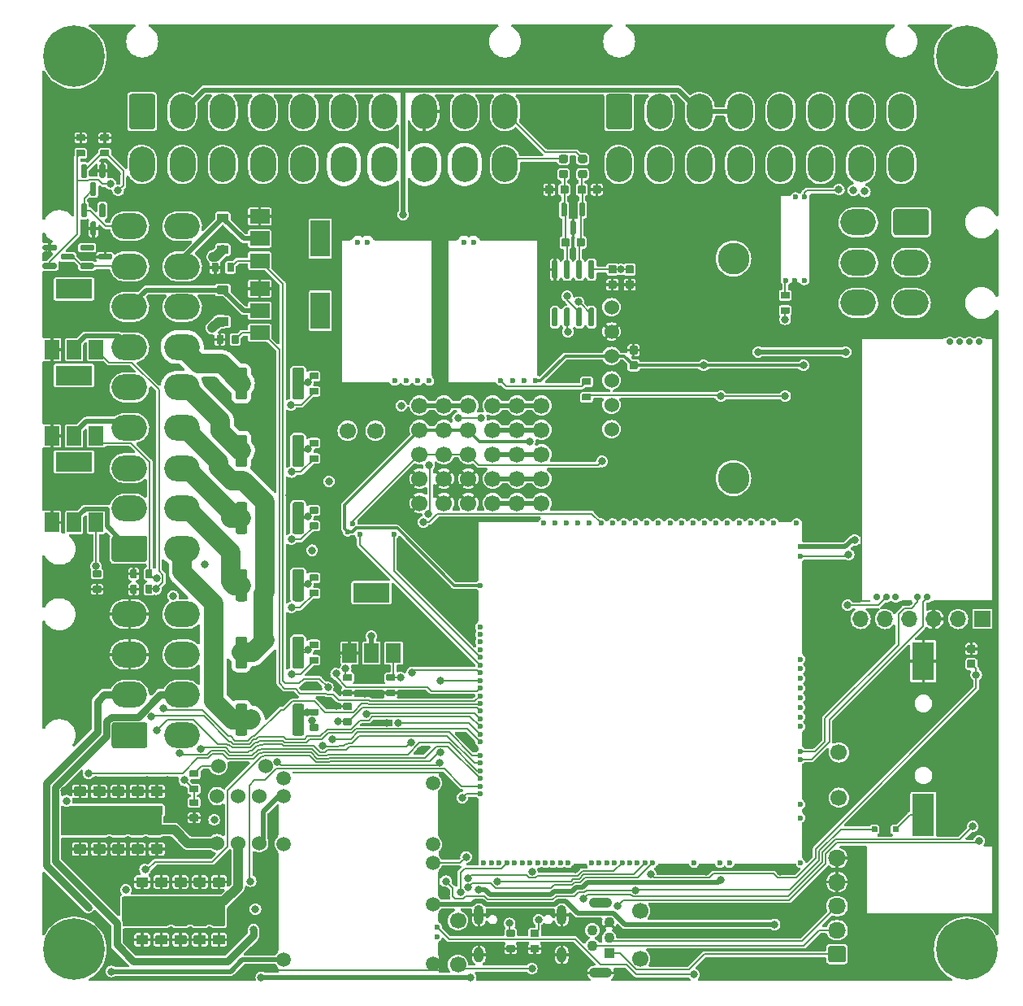
<source format=gbl>
G04 #@! TF.GenerationSoftware,KiCad,Pcbnew,7.0.9-7.0.9~ubuntu22.04.1*
G04 #@! TF.CreationDate,2023-12-02T23:30:08+00:00*
G04 #@! TF.ProjectId,uaefi,75616566-692e-46b6-9963-61645f706362,rev?*
G04 #@! TF.SameCoordinates,Original*
G04 #@! TF.FileFunction,Copper,L4,Bot*
G04 #@! TF.FilePolarity,Positive*
%FSLAX46Y46*%
G04 Gerber Fmt 4.6, Leading zero omitted, Abs format (unit mm)*
G04 Created by KiCad (PCBNEW 7.0.9-7.0.9~ubuntu22.04.1) date 2023-12-02 23:30:08*
%MOMM*%
%LPD*%
G01*
G04 APERTURE LIST*
G04 #@! TA.AperFunction,ComponentPad*
%ADD10O,2.700000X3.700000*%
G04 #@! TD*
G04 #@! TA.AperFunction,ComponentPad*
%ADD11C,1.700000*%
G04 #@! TD*
G04 #@! TA.AperFunction,ComponentPad*
%ADD12C,0.700000*%
G04 #@! TD*
G04 #@! TA.AperFunction,SMDPad,CuDef*
%ADD13R,1.100000X0.250000*%
G04 #@! TD*
G04 #@! TA.AperFunction,SMDPad,CuDef*
%ADD14R,0.980000X0.250000*%
G04 #@! TD*
G04 #@! TA.AperFunction,SMDPad,CuDef*
%ADD15R,6.300000X0.250000*%
G04 #@! TD*
G04 #@! TA.AperFunction,SMDPad,CuDef*
%ADD16R,0.250000X27.600000*%
G04 #@! TD*
G04 #@! TA.AperFunction,SMDPad,CuDef*
%ADD17R,8.750000X0.250000*%
G04 #@! TD*
G04 #@! TA.AperFunction,SMDPad,CuDef*
%ADD18R,0.950000X0.250000*%
G04 #@! TD*
G04 #@! TA.AperFunction,ComponentPad*
%ADD19C,0.800000*%
G04 #@! TD*
G04 #@! TA.AperFunction,ComponentPad*
%ADD20C,6.400000*%
G04 #@! TD*
G04 #@! TA.AperFunction,ComponentPad*
%ADD21C,1.524000*%
G04 #@! TD*
G04 #@! TA.AperFunction,ComponentPad*
%ADD22O,1.850000X1.700000*%
G04 #@! TD*
G04 #@! TA.AperFunction,ComponentPad*
%ADD23C,0.600000*%
G04 #@! TD*
G04 #@! TA.AperFunction,SMDPad,CuDef*
%ADD24R,6.185000X0.250000*%
G04 #@! TD*
G04 #@! TA.AperFunction,SMDPad,CuDef*
%ADD25R,1.115000X0.250000*%
G04 #@! TD*
G04 #@! TA.AperFunction,SMDPad,CuDef*
%ADD26R,0.250000X14.275000*%
G04 #@! TD*
G04 #@! TA.AperFunction,SMDPad,CuDef*
%ADD27R,0.250000X15.100000*%
G04 #@! TD*
G04 #@! TA.AperFunction,SMDPad,CuDef*
%ADD28R,5.175000X0.250000*%
G04 #@! TD*
G04 #@! TA.AperFunction,ComponentPad*
%ADD29R,1.100000X1.100000*%
G04 #@! TD*
G04 #@! TA.AperFunction,ComponentPad*
%ADD30C,1.100000*%
G04 #@! TD*
G04 #@! TA.AperFunction,ComponentPad*
%ADD31O,2.400000X1.100000*%
G04 #@! TD*
G04 #@! TA.AperFunction,SMDPad,CuDef*
%ADD32O,1.225000X0.200000*%
G04 #@! TD*
G04 #@! TA.AperFunction,SMDPad,CuDef*
%ADD33O,0.200000X9.300000*%
G04 #@! TD*
G04 #@! TA.AperFunction,ComponentPad*
%ADD34C,1.500000*%
G04 #@! TD*
G04 #@! TA.AperFunction,SMDPad,CuDef*
%ADD35O,0.200000X3.300000*%
G04 #@! TD*
G04 #@! TA.AperFunction,SMDPad,CuDef*
%ADD36O,0.200000X10.200000*%
G04 #@! TD*
G04 #@! TA.AperFunction,SMDPad,CuDef*
%ADD37O,0.200000X0.300000*%
G04 #@! TD*
G04 #@! TA.AperFunction,SMDPad,CuDef*
%ADD38O,17.000000X0.200000*%
G04 #@! TD*
G04 #@! TA.AperFunction,SMDPad,CuDef*
%ADD39O,15.400000X0.200000*%
G04 #@! TD*
G04 #@! TA.AperFunction,SMDPad,CuDef*
%ADD40O,0.200000X4.800000*%
G04 #@! TD*
G04 #@! TA.AperFunction,SMDPad,CuDef*
%ADD41O,0.200000X2.600000*%
G04 #@! TD*
G04 #@! TA.AperFunction,SMDPad,CuDef*
%ADD42O,0.200000X1.000000*%
G04 #@! TD*
G04 #@! TA.AperFunction,SMDPad,CuDef*
%ADD43O,0.200000X1.500000*%
G04 #@! TD*
G04 #@! TA.AperFunction,ComponentPad*
%ADD44C,0.599999*%
G04 #@! TD*
G04 #@! TA.AperFunction,ComponentPad*
%ADD45O,3.700000X2.700000*%
G04 #@! TD*
G04 #@! TA.AperFunction,SMDPad,CuDef*
%ADD46R,0.200000X3.700000*%
G04 #@! TD*
G04 #@! TA.AperFunction,SMDPad,CuDef*
%ADD47R,0.200000X0.400000*%
G04 #@! TD*
G04 #@! TA.AperFunction,SMDPad,CuDef*
%ADD48R,0.200000X1.600000*%
G04 #@! TD*
G04 #@! TA.AperFunction,SMDPad,CuDef*
%ADD49R,0.200000X9.700000*%
G04 #@! TD*
G04 #@! TA.AperFunction,SMDPad,CuDef*
%ADD50R,0.200000X2.300000*%
G04 #@! TD*
G04 #@! TA.AperFunction,SMDPad,CuDef*
%ADD51R,1.400000X0.200000*%
G04 #@! TD*
G04 #@! TA.AperFunction,SMDPad,CuDef*
%ADD52R,6.400000X0.200000*%
G04 #@! TD*
G04 #@! TA.AperFunction,SMDPad,CuDef*
%ADD53R,1.700000X0.200000*%
G04 #@! TD*
G04 #@! TA.AperFunction,SMDPad,CuDef*
%ADD54R,3.300000X0.200000*%
G04 #@! TD*
G04 #@! TA.AperFunction,SMDPad,CuDef*
%ADD55R,0.200000X7.000000*%
G04 #@! TD*
G04 #@! TA.AperFunction,SMDPad,CuDef*
%ADD56R,0.200000X3.300000*%
G04 #@! TD*
G04 #@! TA.AperFunction,SMDPad,CuDef*
%ADD57R,0.200000X6.300000*%
G04 #@! TD*
G04 #@! TA.AperFunction,ComponentPad*
%ADD58O,1.000000X2.100000*%
G04 #@! TD*
G04 #@! TA.AperFunction,ComponentPad*
%ADD59O,1.000000X1.600000*%
G04 #@! TD*
G04 #@! TA.AperFunction,ComponentPad*
%ADD60R,1.700000X1.700000*%
G04 #@! TD*
G04 #@! TA.AperFunction,ComponentPad*
%ADD61O,1.700000X1.700000*%
G04 #@! TD*
G04 #@! TA.AperFunction,ComponentPad*
%ADD62C,3.302000*%
G04 #@! TD*
G04 #@! TA.AperFunction,SMDPad,CuDef*
%ADD63R,2.299995X4.399991*%
G04 #@! TD*
G04 #@! TA.AperFunction,SMDPad,CuDef*
%ADD64R,2.299995X3.999992*%
G04 #@! TD*
G04 #@! TA.AperFunction,SMDPad,CuDef*
%ADD65R,1.500000X2.000000*%
G04 #@! TD*
G04 #@! TA.AperFunction,SMDPad,CuDef*
%ADD66R,3.800000X2.000000*%
G04 #@! TD*
G04 #@! TA.AperFunction,SMDPad,CuDef*
%ADD67R,2.000000X1.500000*%
G04 #@! TD*
G04 #@! TA.AperFunction,SMDPad,CuDef*
%ADD68R,2.000000X3.800000*%
G04 #@! TD*
G04 #@! TA.AperFunction,ViaPad*
%ADD69C,0.800000*%
G04 #@! TD*
G04 #@! TA.AperFunction,Conductor*
%ADD70C,0.200000*%
G04 #@! TD*
G04 #@! TA.AperFunction,Conductor*
%ADD71C,1.000000*%
G04 #@! TD*
G04 #@! TA.AperFunction,Conductor*
%ADD72C,0.800000*%
G04 #@! TD*
G04 #@! TA.AperFunction,Conductor*
%ADD73C,0.300000*%
G04 #@! TD*
G04 #@! TA.AperFunction,Conductor*
%ADD74C,0.500000*%
G04 #@! TD*
G04 #@! TA.AperFunction,Conductor*
%ADD75C,2.000000*%
G04 #@! TD*
G04 APERTURE END LIST*
G04 #@! TO.P,J10,1,Pin_1*
G04 #@! TO.N,/IN_AUX1*
G04 #@! TA.AperFunction,ComponentPad*
G36*
G01*
X58950000Y89125001D02*
X58950000Y92324999D01*
G75*
G02*
X59200001Y92575000I250001J0D01*
G01*
X61399999Y92575000D01*
G75*
G02*
X61650000Y92324999I0J-250001D01*
G01*
X61650000Y89125001D01*
G75*
G02*
X61399999Y88875000I-250001J0D01*
G01*
X59200001Y88875000D01*
G75*
G02*
X58950000Y89125001I0J250001D01*
G01*
G37*
G04 #@! TD.AperFunction*
D10*
G04 #@! TO.P,J10,2,Pin_2*
G04 #@! TO.N,/IN_BUTTON1*
X64500000Y90725000D03*
G04 #@! TO.P,J10,3,Pin_3*
G04 #@! TO.N,+5VP*
X68700000Y90725000D03*
G04 #@! TO.P,J10,4,Pin_4*
X72900000Y90725000D03*
G04 #@! TO.P,J10,5,Pin_5*
G04 #@! TO.N,/IN_FLEX*
X77100000Y90725000D03*
G04 #@! TO.P,J10,6,Pin_6*
G04 #@! TO.N,/IN_PPS1*
X81300000Y90725000D03*
G04 #@! TO.P,J10,7,Pin_7*
G04 #@! TO.N,/CAN+*
X85500000Y90725000D03*
G04 #@! TO.P,J10,8,Pin_8*
G04 #@! TO.N,/CAN-*
X89700000Y90725000D03*
G04 #@! TO.P,J10,9,Pin_9*
G04 #@! TO.N,/IN_MAP*
X60300000Y85225000D03*
G04 #@! TO.P,J10,10,Pin_10*
G04 #@! TO.N,/IN_BUTTON2*
X64500000Y85225000D03*
G04 #@! TO.P,J10,11,Pin_11*
G04 #@! TO.N,GNDA*
X68700000Y85225000D03*
G04 #@! TO.P,J10,12,Pin_12*
X72900000Y85225000D03*
G04 #@! TO.P,J10,13,Pin_13*
G04 #@! TO.N,/IN_TPS1*
X77100000Y85225000D03*
G04 #@! TO.P,J10,14,Pin_14*
G04 #@! TO.N,/IN_KNOCK_RAW*
X81300000Y85225000D03*
G04 #@! TO.P,J10,15,Pin_15*
G04 #@! TO.N,/IN_IAT*
X85500000Y85225000D03*
G04 #@! TO.P,J10,16,Pin_16*
G04 #@! TO.N,/IN_CLT*
X89700000Y85225000D03*
G04 #@! TD*
D11*
G04 #@! TO.P,P8,1,Pin_1*
G04 #@! TO.N,Net-(M6-UART2_TX_(PD5))*
X83200000Y19300000D03*
G04 #@! TD*
D12*
G04 #@! TO.P,M5,E1,LSU_Un*
G04 #@! TO.N,/WBO_Un*
X97775000Y66750000D03*
G04 #@! TO.P,M5,E2,LSU_Vm*
G04 #@! TO.N,/WBO_Vm*
X94775000Y66750000D03*
G04 #@! TO.P,M5,E3,LSU_Ip*
G04 #@! TO.N,/WBO_Ip*
X95775000Y66750000D03*
G04 #@! TO.P,M5,E4,LSU_Rtrim*
G04 #@! TO.N,/WBO_Rtrim*
X96775000Y66750000D03*
D13*
G04 #@! TO.P,M5,G,GND*
G04 #@! TO.N,GND*
X85925000Y39775000D03*
D14*
X90265000Y39775000D03*
D15*
X96225000Y39775000D03*
D16*
X85500000Y53450000D03*
X99250000Y53450000D03*
D17*
X89750000Y67125000D03*
D18*
X98900000Y67125000D03*
D12*
G04 #@! TO.P,M5,W1,V5_IN*
G04 #@! TO.N,+5VA*
X88125000Y40158800D03*
G04 #@! TO.P,M5,W2,CAN_VIO*
G04 #@! TO.N,unconnected-(M5-CAN_VIO-PadW2)*
X89125000Y40158800D03*
G04 #@! TO.P,M5,W3,CANL*
G04 #@! TO.N,/CAN-*
X92421000Y40158800D03*
G04 #@! TO.P,M5,W4,CANH*
G04 #@! TO.N,/CAN+*
X91405000Y40158800D03*
G04 #@! TO.P,M5,W9,VDDA*
G04 #@! TO.N,unconnected-(M5-VDDA-PadW9)*
X87125000Y40158800D03*
G04 #@! TD*
G04 #@! TO.P,J2,1,Pin_1*
G04 #@! TO.N,+5VP*
G04 #@! TA.AperFunction,ComponentPad*
G36*
G01*
X9250000Y89125001D02*
X9250000Y92324999D01*
G75*
G02*
X9500001Y92575000I250001J0D01*
G01*
X11699999Y92575000D01*
G75*
G02*
X11950000Y92324999I0J-250001D01*
G01*
X11950000Y89125001D01*
G75*
G02*
X11699999Y88875000I-250001J0D01*
G01*
X9500001Y88875000D01*
G75*
G02*
X9250000Y89125001I0J250001D01*
G01*
G37*
G04 #@! TD.AperFunction*
D10*
G04 #@! TO.P,J2,2,Pin_2*
X14800000Y90725000D03*
G04 #@! TO.P,J2,3,Pin_3*
G04 #@! TO.N,/IN_AUX2*
X19000000Y90725000D03*
G04 #@! TO.P,J2,4,Pin_4*
G04 #@! TO.N,/IN_PPS2*
X23200000Y90725000D03*
G04 #@! TO.P,J2,5,Pin_5*
G04 #@! TO.N,/IN_HALL1*
X27400000Y90725000D03*
G04 #@! TO.P,J2,6,Pin_6*
G04 #@! TO.N,/IN_HALL2*
X31600000Y90725000D03*
G04 #@! TO.P,J2,7,Pin_7*
G04 #@! TO.N,/IN_HALL3*
X35800000Y90725000D03*
G04 #@! TO.P,J2,8,Pin_8*
G04 #@! TO.N,GND*
X40000000Y90725000D03*
G04 #@! TO.P,J2,9,Pin_9*
G04 #@! TO.N,/IN_BUTTON3*
X44200000Y90725000D03*
G04 #@! TO.P,J2,10,Pin_10*
G04 #@! TO.N,/EGT+*
X48400000Y90725000D03*
G04 #@! TO.P,J2,11,Pin_11*
G04 #@! TO.N,GNDA*
X10600000Y85225000D03*
G04 #@! TO.P,J2,12,Pin_12*
X14800000Y85225000D03*
G04 #@! TO.P,J2,13,Pin_13*
X19000000Y85225000D03*
G04 #@! TO.P,J2,14,Pin_14*
G04 #@! TO.N,/IN_TPS2*
X23200000Y85225000D03*
G04 #@! TO.P,J2,15,Pin_15*
G04 #@! TO.N,/IN_AUX3*
X27400000Y85225000D03*
G04 #@! TO.P,J2,16,Pin_16*
G04 #@! TO.N,/VR2+*
X31600000Y85225000D03*
G04 #@! TO.P,J2,17,Pin_17*
G04 #@! TO.N,/VR2-*
X35800000Y85225000D03*
G04 #@! TO.P,J2,18,Pin_18*
G04 #@! TO.N,/VR1+*
X40000000Y85225000D03*
G04 #@! TO.P,J2,19,Pin_19*
G04 #@! TO.N,/VR1-*
X44200000Y85225000D03*
G04 #@! TO.P,J2,20,Pin_20*
G04 #@! TO.N,/EGT-*
X48400000Y85225000D03*
G04 #@! TD*
D11*
G04 #@! TO.P,P1,1,Pin_1*
G04 #@! TO.N,Net-(M7-CANL)*
X32000000Y57500000D03*
G04 #@! TD*
G04 #@! TO.P,P2,1,Pin_1*
G04 #@! TO.N,Net-(M7-CANH)*
X34900000Y57500000D03*
G04 #@! TD*
D19*
G04 #@! TO.P,H1,1*
G04 #@! TO.N,N/C*
X1100000Y96500000D03*
X1802944Y98197056D03*
X1802944Y94802944D03*
X3500000Y98900000D03*
D20*
X3500000Y96500000D03*
D19*
X3500000Y94100000D03*
X5197056Y98197056D03*
X5197056Y94802944D03*
X5900000Y96500000D03*
G04 #@! TD*
G04 #@! TO.P,H4,1*
G04 #@! TO.N,N/C*
X94100000Y96500000D03*
X94802944Y98197056D03*
X94802944Y94802944D03*
X96500000Y98900000D03*
D20*
X96500000Y96500000D03*
D19*
X96500000Y94100000D03*
X98197056Y98197056D03*
X98197056Y94802944D03*
X98900000Y96500000D03*
G04 #@! TD*
D21*
G04 #@! TO.P,F4,1,1*
G04 #@! TO.N,+12V*
X18400000Y19450000D03*
G04 #@! TO.P,F4,2,2*
G04 #@! TO.N,/DC Driver 1/PWR*
X18400000Y14550000D03*
G04 #@! TD*
G04 #@! TO.P,J7,1,Pin_1*
G04 #@! TO.N,/VBUS*
G04 #@! TA.AperFunction,ComponentPad*
G36*
G01*
X83675000Y2150000D02*
X82325000Y2150000D01*
G75*
G02*
X82075000Y2400000I0J250000D01*
G01*
X82075000Y3600000D01*
G75*
G02*
X82325000Y3850000I250000J0D01*
G01*
X83675000Y3850000D01*
G75*
G02*
X83925000Y3600000I0J-250000D01*
G01*
X83925000Y2400000D01*
G75*
G02*
X83675000Y2150000I-250000J0D01*
G01*
G37*
G04 #@! TD.AperFunction*
D22*
G04 #@! TO.P,J7,2,Pin_2*
G04 #@! TO.N,/USB-*
X83000000Y5500000D03*
G04 #@! TO.P,J7,3,Pin_3*
G04 #@! TO.N,/USB+*
X83000000Y8000000D03*
G04 #@! TO.P,J7,4,Pin_4*
G04 #@! TO.N,GND*
X83000000Y10500000D03*
G04 #@! TO.P,J7,5,Pin_5*
X83000000Y13000000D03*
G04 #@! TD*
D11*
G04 #@! TO.P,P4,1,Pin_1*
G04 #@! TO.N,Net-(M6-LED_GREEN)*
X62500000Y7500000D03*
G04 #@! TD*
G04 #@! TO.P,P5,1,Pin_1*
G04 #@! TO.N,Net-(M6-SPI3_MOSI_(PC12))*
X43500000Y1900000D03*
G04 #@! TD*
D19*
G04 #@! TO.P,H2,1*
G04 #@! TO.N,N/C*
X1100000Y3500000D03*
X1802944Y5197056D03*
X1802944Y1802944D03*
X3500000Y5900000D03*
D20*
X3500000Y3500000D03*
D19*
X3500000Y1100000D03*
X5197056Y5197056D03*
X5197056Y1802944D03*
X5900000Y3500000D03*
G04 #@! TD*
D23*
G04 #@! TO.P,M3,E1,Thresh_IN*
G04 #@! TO.N,/VR1_THRESHOLD*
X49175000Y62675000D03*
G04 #@! TO.P,M3,E2,OUT_A*
G04 #@! TO.N,/VR1_A*
X47975000Y62675000D03*
G04 #@! TO.P,M3,E3,OUT*
G04 #@! TO.N,/VR1*
X50375000Y62675000D03*
G04 #@! TO.P,M3,E4,V5_IN*
G04 #@! TO.N,+5VA*
X51575000Y62675000D03*
D24*
G04 #@! TO.P,M3,G,GND*
G04 #@! TO.N,GND*
X48907500Y77325000D03*
D25*
X42857500Y77325000D03*
D26*
X51875000Y70312500D03*
D27*
X42425000Y69900000D03*
D28*
X44887500Y62475000D03*
D23*
G04 #@! TO.P,M3,W1,VR-*
G04 #@! TO.N,/VR1-*
X45115000Y77100000D03*
G04 #@! TO.P,M3,W2,VR+*
G04 #@! TO.N,/VR1+*
X44115000Y77100000D03*
G04 #@! TD*
D29*
G04 #@! TO.P,J8,1,VBUS*
G04 #@! TO.N,/VBUS*
X59250000Y3100000D03*
D30*
G04 #@! TO.P,J8,2,D-*
G04 #@! TO.N,/USB-*
X57500000Y3900000D03*
G04 #@! TO.P,J8,3,D+*
G04 #@! TO.N,/USB+*
X59250000Y4700000D03*
G04 #@! TO.P,J8,4,ID*
G04 #@! TO.N,unconnected-(J8-ID-Pad4)*
X57500000Y5500000D03*
G04 #@! TO.P,J8,5,GND*
G04 #@! TO.N,GND*
X59250000Y6300000D03*
D31*
G04 #@! TO.P,J8,6,Shield*
X58375000Y1050000D03*
X58375000Y8350000D03*
G04 #@! TD*
D21*
G04 #@! TO.P,F3,1,1*
G04 #@! TO.N,+12V*
X20600000Y19450000D03*
G04 #@! TO.P,F3,2,2*
G04 #@! TO.N,/DC Driver 2/PWR*
X20600000Y14550000D03*
G04 #@! TD*
D23*
G04 #@! TO.P,M2,E1,V5A*
G04 #@! TO.N,+5VA*
X79574999Y73125000D03*
D32*
G04 #@! TO.P,M2,E2,GND*
G04 #@! TO.N,GND*
X77599999Y82025000D03*
D33*
X80174999Y77475000D03*
X77074999Y77475000D03*
D23*
X78624999Y73125000D03*
G04 #@! TO.P,M2,E3,OUT_KNOCK*
G04 #@! TO.N,/IN_KNOCK*
X77675001Y73125000D03*
G04 #@! TO.P,M2,W1,IN_KNOCK*
G04 #@! TO.N,/IN_KNOCK_RAW*
X78674999Y81825000D03*
G04 #@! TO.P,M2,W2,VREF*
G04 #@! TO.N,/VREF1*
X79574999Y81825000D03*
G04 #@! TD*
D34*
G04 #@! TO.P,M1,E1,VBAT*
G04 #@! TO.N,/VBAT*
X40874995Y20824999D03*
G04 #@! TO.P,M1,E2,V12*
G04 #@! TO.N,unconnected-(M1-V12-PadE2)*
X40874995Y14425002D03*
G04 #@! TO.P,M1,E3,VIGN*
G04 #@! TO.N,/VIGN*
X40874995Y12524999D03*
G04 #@! TO.P,M1,E4,V5*
G04 #@! TO.N,+5V*
X40874995Y8224999D03*
D23*
G04 #@! TO.P,M1,E5,EN_5VP*
G04 #@! TO.N,/PWR_EN*
X41324994Y5825002D03*
G04 #@! TO.P,M1,E6,PG_5VP*
G04 #@! TO.N,Net-(M1-PG_5VP)*
X41324994Y4825001D03*
D35*
G04 #@! TO.P,M1,S1,GND*
G04 #@! TO.N,GND*
X24724999Y16974999D03*
D36*
X24724999Y8475001D03*
D37*
X24724999Y1374999D03*
D38*
X33124997Y1324999D03*
D39*
X33924998Y21924999D03*
D34*
X40874995Y1974999D03*
D37*
X41524996Y21874999D03*
D40*
X41524996Y17675001D03*
D41*
X41524996Y10324999D03*
D42*
X41524996Y6825002D03*
D43*
X41524996Y3525001D03*
D34*
G04 #@! TO.P,M1,V1,V12_PERM*
G04 #@! TO.N,+12V_RAW*
X25374998Y21275001D03*
G04 #@! TO.P,M1,V2,IN_VIGN*
G04 #@! TO.N,/IN_VIGN*
X25374998Y19425002D03*
G04 #@! TO.P,M1,V3,V12_RAW*
G04 #@! TO.N,+12V_RAW*
X25374998Y14474999D03*
G04 #@! TO.P,M1,V4,5VP*
G04 #@! TO.N,+5VP*
X25374998Y2425001D03*
G04 #@! TD*
D44*
G04 #@! TO.P,M7,V1,V5*
G04 #@! TO.N,+5VA*
X31999999Y46975001D03*
G04 #@! TO.P,M7,V2,CAN_VIO*
G04 #@! TO.N,+3.3VA*
X32524999Y47850003D03*
G04 #@! TO.P,M7,V5,CAN_TX*
G04 #@! TO.N,Net-(M6-SPI2_SCK_{slash}_CAN2_TX_(PB13))*
X33274997Y46674999D03*
G04 #@! TO.P,M7,V6,CAN_RX*
G04 #@! TO.N,Net-(M6-SPI2_CS_{slash}_CAN2_RX_(PB12))*
X36824998Y46750002D03*
G04 #@! TD*
G04 #@! TO.P,J5,1,Pin_1*
G04 #@! TO.N,/OUT_INJ6*
G04 #@! TA.AperFunction,ComponentPad*
G36*
G01*
X10874999Y43850000D02*
X7675001Y43850000D01*
G75*
G02*
X7425000Y44100001I0J250001D01*
G01*
X7425000Y46299999D01*
G75*
G02*
X7675001Y46550000I250001J0D01*
G01*
X10874999Y46550000D01*
G75*
G02*
X11125000Y46299999I0J-250001D01*
G01*
X11125000Y44100001D01*
G75*
G02*
X10874999Y43850000I-250001J0D01*
G01*
G37*
G04 #@! TD.AperFunction*
D45*
G04 #@! TO.P,J5,2,Pin_2*
G04 #@! TO.N,/OUT_INJ5*
X9275000Y49400000D03*
G04 #@! TO.P,J5,3,Pin_3*
G04 #@! TO.N,/OUT_INJ4*
X9275000Y53600000D03*
G04 #@! TO.P,J5,4,Pin_4*
G04 #@! TO.N,/OUT_INJ3*
X9275000Y57800000D03*
G04 #@! TO.P,J5,5,Pin_5*
G04 #@! TO.N,/OUT_INJ2*
X9275000Y62000000D03*
G04 #@! TO.P,J5,6,Pin_6*
G04 #@! TO.N,/OUT_INJ1*
X9275000Y66200000D03*
G04 #@! TO.P,J5,7,Pin_7*
G04 #@! TO.N,/OUT_LS1*
X9275000Y70400000D03*
G04 #@! TO.P,J5,8,Pin_8*
G04 #@! TO.N,/OUT_LS_WEAK2*
X9275000Y74600000D03*
G04 #@! TO.P,J5,9,Pin_9*
G04 #@! TO.N,/OUT_LS_WEAK1*
X9275000Y78800000D03*
G04 #@! TO.P,J5,10,Pin_10*
G04 #@! TO.N,/OUT_IGN6*
X14775000Y45200000D03*
G04 #@! TO.P,J5,11,Pin_11*
G04 #@! TO.N,/OUT_IGN4*
X14775000Y49400000D03*
G04 #@! TO.P,J5,12,Pin_12*
G04 #@! TO.N,/OUT_IGN3*
X14775000Y53600000D03*
G04 #@! TO.P,J5,13,Pin_13*
G04 #@! TO.N,/OUT_IGN5*
X14775000Y57800000D03*
G04 #@! TO.P,J5,14,Pin_14*
G04 #@! TO.N,/OUT_IGN2*
X14775000Y62000000D03*
G04 #@! TO.P,J5,15,Pin_15*
G04 #@! TO.N,/OUT_IGN1*
X14775000Y66200000D03*
G04 #@! TO.P,J5,16,Pin_16*
G04 #@! TO.N,/OUT_LS4*
X14775000Y70400000D03*
G04 #@! TO.P,J5,17,Pin_17*
G04 #@! TO.N,/OUT_LS3*
X14775000Y74600000D03*
G04 #@! TO.P,J5,18,Pin_18*
G04 #@! TO.N,/OUT_LS2*
X14775000Y78800000D03*
G04 #@! TD*
G04 #@! TO.P,J3,1,Pin_1*
G04 #@! TO.N,+12V_RAW*
G04 #@! TA.AperFunction,ComponentPad*
G36*
G01*
X89125001Y80550000D02*
X92324999Y80550000D01*
G75*
G02*
X92575000Y80299999I0J-250001D01*
G01*
X92575000Y78100001D01*
G75*
G02*
X92324999Y77850000I-250001J0D01*
G01*
X89125001Y77850000D01*
G75*
G02*
X88875000Y78100001I0J250001D01*
G01*
X88875000Y80299999D01*
G75*
G02*
X89125001Y80550000I250001J0D01*
G01*
G37*
G04 #@! TD.AperFunction*
G04 #@! TO.P,J3,2,Pin_2*
G04 #@! TO.N,/WBO_Rtrim*
X90725000Y75000000D03*
G04 #@! TO.P,J3,3,Pin_3*
G04 #@! TO.N,/WBO_Heater*
X90725000Y70800000D03*
G04 #@! TO.P,J3,4,Pin_4*
G04 #@! TO.N,/WBO_Un*
X85225000Y79200000D03*
G04 #@! TO.P,J3,5,Pin_5*
G04 #@! TO.N,/WBO_Ip*
X85225000Y75000000D03*
G04 #@! TO.P,J3,6,Pin_6*
G04 #@! TO.N,/WBO_Vm*
X85225000Y70800000D03*
G04 #@! TD*
D21*
G04 #@! TO.P,F1,1,1*
G04 #@! TO.N,Net-(J4-Pin_7)*
X22800000Y19450000D03*
G04 #@! TO.P,F1,2,2*
G04 #@! TO.N,/IN_VIGN*
X22800000Y14550000D03*
G04 #@! TD*
D11*
G04 #@! TO.P,G3,1*
G04 #@! TO.N,GND*
X39500000Y49960000D03*
G04 #@! TO.P,G3,2*
X39500000Y52500000D03*
G04 #@! TO.P,G3,3*
G04 #@! TO.N,+3.3VA*
X39500000Y55040000D03*
G04 #@! TO.P,G3,4*
G04 #@! TO.N,+5VA*
X39500000Y57580000D03*
G04 #@! TO.P,G3,5*
G04 #@! TO.N,+12V_RAW*
X39500000Y60120000D03*
G04 #@! TO.P,G3,6*
G04 #@! TO.N,GND*
X42040000Y49960000D03*
G04 #@! TO.P,G3,7*
X42040000Y52500000D03*
G04 #@! TO.P,G3,8*
G04 #@! TO.N,+3.3VA*
X42040000Y55040000D03*
G04 #@! TO.P,G3,9*
G04 #@! TO.N,+5VA*
X42040000Y57580000D03*
G04 #@! TO.P,G3,10*
G04 #@! TO.N,+12V_RAW*
X42040000Y60120000D03*
G04 #@! TO.P,G3,11*
G04 #@! TO.N,GND*
X44580000Y49960000D03*
G04 #@! TO.P,G3,12*
X44580000Y52500000D03*
G04 #@! TO.P,G3,13*
G04 #@! TO.N,+3.3VA*
X44580000Y55040000D03*
G04 #@! TO.P,G3,14*
G04 #@! TO.N,+5VA*
X44580000Y57580000D03*
G04 #@! TO.P,G3,15*
G04 #@! TO.N,+12V_RAW*
X44580000Y60120000D03*
G04 #@! TD*
G04 #@! TO.P,P3,1,Pin_1*
G04 #@! TO.N,Net-(M6-LED_YELLOW)*
X62500000Y2500000D03*
G04 #@! TD*
G04 #@! TO.P,J4,1,Pin_1*
G04 #@! TO.N,/OUT_DC1-*
G04 #@! TA.AperFunction,ComponentPad*
G36*
G01*
X10874999Y24450000D02*
X7675001Y24450000D01*
G75*
G02*
X7425000Y24700001I0J250001D01*
G01*
X7425000Y26899999D01*
G75*
G02*
X7675001Y27150000I250001J0D01*
G01*
X10874999Y27150000D01*
G75*
G02*
X11125000Y26899999I0J-250001D01*
G01*
X11125000Y24700001D01*
G75*
G02*
X10874999Y24450000I-250001J0D01*
G01*
G37*
G04 #@! TD.AperFunction*
D45*
G04 #@! TO.P,J4,2,Pin_2*
G04 #@! TO.N,/OUT_DC2-*
X9275000Y30000000D03*
G04 #@! TO.P,J4,3,Pin_3*
G04 #@! TO.N,GND*
X9275000Y34200000D03*
G04 #@! TO.P,J4,4,Pin_4*
X9275000Y38400000D03*
G04 #@! TO.P,J4,5,Pin_5*
G04 #@! TO.N,/OUT_DC1+*
X14775000Y25800000D03*
G04 #@! TO.P,J4,6,Pin_6*
G04 #@! TO.N,/OUT_DC2+*
X14775000Y30000000D03*
G04 #@! TO.P,J4,7,Pin_7*
G04 #@! TO.N,Net-(J4-Pin_7)*
X14775000Y34200000D03*
G04 #@! TO.P,J4,8,Pin_8*
G04 #@! TO.N,+12V*
X14775000Y38400000D03*
G04 #@! TD*
D11*
G04 #@! TO.P,P7,1,Pin_1*
G04 #@! TO.N,Net-(M6-UART2_RX_(PD6))*
X83200000Y24000000D03*
G04 #@! TD*
D23*
G04 #@! TO.P,M6,E1,V5A_SWITCHABLE*
G04 #@! TO.N,+5VA*
X45800010Y41400000D03*
G04 #@! TO.P,M6,E2,GNDA*
G04 #@! TO.N,unconnected-(M6-GNDA-PadE2)*
X45800000Y37100000D03*
G04 #@! TO.P,M6,E3,I2C_SCL_(PB10)*
G04 #@! TO.N,unconnected-(M6-I2C_SCL_(PB10)-PadE3)*
X45800000Y36300010D03*
G04 #@! TO.P,M6,E4,I2C_SDA_(PB11)*
G04 #@! TO.N,unconnected-(M6-I2C_SDA_(PB11)-PadE4)*
X45800000Y35500000D03*
G04 #@! TO.P,M6,E5,IN_VIGN_(PA5)*
G04 #@! TO.N,/VIGN*
X45800000Y34700000D03*
G04 #@! TO.P,M6,E6,SPI2_CS_/_CAN2_RX_(PB12)*
G04 #@! TO.N,Net-(M6-SPI2_CS_{slash}_CAN2_RX_(PB12))*
X45800000Y33900000D03*
G04 #@! TO.P,M6,E7,SPI2_SCK_/_CAN2_TX_(PB13)*
G04 #@! TO.N,Net-(M6-SPI2_SCK_{slash}_CAN2_TX_(PB13))*
X45800000Y33100000D03*
G04 #@! TO.P,M6,E8,SPI2_MISO_(PB14)*
G04 #@! TO.N,/DC1_DIS*
X45800000Y32300000D03*
G04 #@! TO.P,M6,E9,SPI2_MOSI_(PB15)*
G04 #@! TO.N,/DC2_DIR*
X45800000Y31500000D03*
G04 #@! TO.P,M6,E10,OUT_INJ8_(PD12)*
G04 #@! TO.N,/LS2*
X45800000Y30700000D03*
G04 #@! TO.P,M6,E11,OUT_INJ7_(PD15)*
G04 #@! TO.N,/LS1*
X45800000Y29900000D03*
G04 #@! TO.P,M6,E12,OUT_INJ6_(PA8)*
G04 #@! TO.N,/INJ6*
X45800000Y29100000D03*
G04 #@! TO.P,M6,E13,OUT_INJ5_(PD2)*
G04 #@! TO.N,/INJ5*
X45800000Y28300000D03*
G04 #@! TO.P,M6,E14,OUT_INJ4_(PD10)*
G04 #@! TO.N,/INJ4*
X45800000Y27500000D03*
G04 #@! TO.P,M6,E15,OUT_INJ3_(PD11)*
G04 #@! TO.N,/INJ3*
X45800000Y26700000D03*
G04 #@! TO.P,M6,E16,OUT_INJ2_(PA9)*
G04 #@! TO.N,/INJ2*
X45800010Y25900010D03*
G04 #@! TO.P,M6,E17,OUT_INJ1_(PD3)*
G04 #@! TO.N,/INJ1*
X45800000Y25100000D03*
G04 #@! TO.P,M6,E18,OUT_PWM1_(PD13)*
G04 #@! TO.N,/LS3*
X45800000Y23700000D03*
G04 #@! TO.P,M6,E19,OUT_PWM2_(PC6)*
G04 #@! TO.N,/LS4*
X45800000Y22900010D03*
G04 #@! TO.P,M6,E20,OUT_PWM3_(PC7)*
G04 #@! TO.N,/DC1_PWM*
X45800000Y22100010D03*
G04 #@! TO.P,M6,E21,OUT_PWM4_(PC8)*
G04 #@! TO.N,/DC1_DIR*
X45800000Y21300010D03*
G04 #@! TO.P,M6,E22,OUT_PWM5_(PC9)*
G04 #@! TO.N,/DC2_PWM*
X45800000Y20500010D03*
G04 #@! TO.P,M6,E23,OUT_PWM6_(PD14)*
G04 #@! TO.N,/VR1_THRESHOLD*
X45800000Y19700000D03*
D46*
G04 #@! TO.P,M6,G,GND*
G04 #@! TO.N,GND*
X79400010Y14850010D03*
D47*
X79400010Y17900000D03*
D46*
X79400010Y20950010D03*
D48*
X79400010Y25400000D03*
D49*
X79400010Y39050000D03*
D50*
X79400010Y47050000D03*
D51*
X77600000Y48100010D03*
D52*
X75500010Y12300010D03*
D53*
X69450010Y12300010D03*
D54*
X65950010Y12300010D03*
D51*
X56200010Y12300010D03*
D52*
X48700010Y48100010D03*
D55*
X45600000Y15699990D03*
D47*
X45600000Y24400010D03*
D56*
X45600000Y39250010D03*
D57*
X45600000Y45050010D03*
D23*
G04 #@! TO.P,M6,N1,VBUS*
G04 #@! TO.N,/VBUS*
X46200000Y12500000D03*
G04 #@! TO.P,M6,N2,USBM_(PA11)*
G04 #@! TO.N,/USB-*
X47000000Y12500000D03*
G04 #@! TO.P,M6,N3,USBP_(PA12)*
G04 #@! TO.N,/USB+*
X47800000Y12500000D03*
G04 #@! TO.P,M6,N4,USBID_(PA10)*
G04 #@! TO.N,/DC2_DIS*
X48600010Y12500000D03*
G04 #@! TO.P,M6,N5,SWDIO_(PA13)*
G04 #@! TO.N,unconnected-(M6-SWDIO_(PA13)-PadN5)*
X49400000Y12500000D03*
G04 #@! TO.P,M6,N6,SWCLK_(PA14)*
G04 #@! TO.N,unconnected-(M6-SWCLK_(PA14)-PadN6)*
X50200000Y12500000D03*
G04 #@! TO.P,M6,N7,nReset*
G04 #@! TO.N,unconnected-(M6-nReset-PadN7)*
X51000000Y12500000D03*
G04 #@! TO.P,M6,N8,SWO_(PB3)*
G04 #@! TO.N,unconnected-(M6-SWO_(PB3)-PadN8)*
X51800010Y12500000D03*
G04 #@! TO.P,M6,N9,SPI3_CS_(PA15)*
G04 #@! TO.N,/EGT/SPI_CS*
X52600000Y12500010D03*
G04 #@! TO.P,M6,N10,SPI3_SCK_(PC10)*
G04 #@! TO.N,/EGT/SPI_SCK*
X53400000Y12500010D03*
G04 #@! TO.P,M6,N11,SPI3_MISO_(PC11)*
G04 #@! TO.N,/EGT/SPI_SO*
X54200000Y12500010D03*
G04 #@! TO.P,M6,N12,SPI3_MOSI_(PC12)*
G04 #@! TO.N,Net-(M6-SPI3_MOSI_(PC12))*
X55000000Y12500010D03*
G04 #@! TO.P,M6,N13,UART2_TX_(PD5)*
G04 #@! TO.N,Net-(M6-UART2_TX_(PD5))*
X57400010Y12500010D03*
G04 #@! TO.P,M6,N14,UART2_RX_(PD6)*
G04 #@! TO.N,Net-(M6-UART2_RX_(PD6))*
X58200010Y12500010D03*
G04 #@! TO.P,M6,N14a,LED_GREEN*
G04 #@! TO.N,Net-(M6-LED_GREEN)*
X59000000Y12500000D03*
G04 #@! TO.P,M6,N14b,LED_YELLOW*
G04 #@! TO.N,Net-(M6-LED_YELLOW)*
X59800010Y12500000D03*
G04 #@! TO.P,M6,N15,V33_SWITCHABLE*
G04 #@! TO.N,+3.3VA*
X60600010Y12500000D03*
G04 #@! TO.P,M6,N16,BOOT0*
G04 #@! TO.N,unconnected-(M6-BOOT0-PadN16)*
X61400010Y12500000D03*
G04 #@! TO.P,M6,N17,VBAT*
G04 #@! TO.N,/VBAT*
X62200010Y12500000D03*
G04 #@! TO.P,M6,N18,UART8_RX_(PE0)*
G04 #@! TO.N,/VR1*
X63000010Y12500010D03*
G04 #@! TO.P,M6,N19,UART8_TX_(PE1)*
G04 #@! TO.N,/VR2*
X63800010Y12500010D03*
G04 #@! TO.P,M6,N20,OUT_PWR_EN_(PE10)*
G04 #@! TO.N,/PWR_EN*
X68100010Y12500010D03*
G04 #@! TO.P,M6,N21,V33*
G04 #@! TO.N,+3.3V*
X70800010Y12500010D03*
G04 #@! TO.P,M6,N22,VCC*
G04 #@! TO.N,+5V*
X71800000Y12500010D03*
G04 #@! TO.P,M6,N23,V33*
G04 #@! TO.N,unconnected-(M6-V33-PadN23)*
X79200010Y12500010D03*
G04 #@! TO.P,M6,S1,IN_D4_(PE15)*
G04 #@! TO.N,/IN_BUTTON3*
X52399990Y47900010D03*
G04 #@! TO.P,M6,S2,IN_D3_(PE14)*
G04 #@! TO.N,/IN_HALL3*
X53600000Y47900010D03*
G04 #@! TO.P,M6,S3,IN_D2_(PE13)*
G04 #@! TO.N,/IN_HALL2*
X54800000Y47900010D03*
G04 #@! TO.P,M6,S4,IN_D1_(PE12)*
G04 #@! TO.N,/IN_HALL1*
X56000000Y47900010D03*
G04 #@! TO.P,M6,S5,VREF2*
G04 #@! TO.N,unconnected-(M6-VREF2-PadS5)*
X57200000Y47900010D03*
G04 #@! TO.P,M6,S6,IN_AUX4_(PA7)*
G04 #@! TO.N,/IN_VMAIN*
X58400000Y47900010D03*
G04 #@! TO.P,M6,S7,IN_AUX3_(PC5)*
G04 #@! TO.N,/IN_AUX3*
X59600000Y47900010D03*
G04 #@! TO.P,M6,S8,IN_AUX2_(PC4/PE9)*
G04 #@! TO.N,/IN_PPS2*
X60800000Y47900010D03*
G04 #@! TO.P,M6,S9,IN_AUX1_(PB0)*
G04 #@! TO.N,/IN_TPS2*
X62000000Y47900010D03*
G04 #@! TO.P,M6,S10,IN_O2S2_(PA1)*
G04 #@! TO.N,/IN_AUX2*
X63200000Y47900010D03*
G04 #@! TO.P,M6,S11,IN_O2S_/_CAN_WAKEUP_(PA0)*
G04 #@! TO.N,/IN_AUX1*
X64400000Y47900010D03*
G04 #@! TO.P,M6,S12,IN_MAP2_(PC1)*
G04 #@! TO.N,/INTERNAL_MAP*
X65600000Y47900010D03*
G04 #@! TO.P,M6,S13,IN_MAP1_(PC0)*
G04 #@! TO.N,/IN_MAP*
X66800000Y47900010D03*
G04 #@! TO.P,M6,S14,IN_CRANK_(PB1)*
G04 #@! TO.N,/IN_BUTTON1*
X68000000Y47900010D03*
G04 #@! TO.P,M6,S15,IN_KNOCK_(PA2)*
G04 #@! TO.N,/ADC3*
X69200000Y47900010D03*
G04 #@! TO.P,M6,S16,IN_CAM_(PA6)*
G04 #@! TO.N,/IN_BUTTON2*
X70400000Y47900010D03*
G04 #@! TO.P,M6,S17,IN_VSS_(PE11)*
G04 #@! TO.N,/IN_FLEX*
X71600000Y47900010D03*
G04 #@! TO.P,M6,S18,IN_TPS_(PA4)*
G04 #@! TO.N,/IN_TPS1*
X72800010Y47900010D03*
G04 #@! TO.P,M6,S19,IN_PPS_(PA3)*
G04 #@! TO.N,/IN_PPS1*
X74000010Y47900010D03*
G04 #@! TO.P,M6,S20,IN_IAT_(PC3)*
G04 #@! TO.N,/IN_IAT*
X75200010Y47900010D03*
G04 #@! TO.P,M6,S21,IN_CLT_(PC2)*
G04 #@! TO.N,/IN_CLT*
X76400010Y47900010D03*
G04 #@! TO.P,M6,S22,VREF1*
G04 #@! TO.N,/VREF1*
X78800010Y47900010D03*
G04 #@! TO.P,M6,W1,GNDA*
G04 #@! TO.N,GNDA*
X79200010Y45400000D03*
G04 #@! TO.P,M6,W2,V5A_SWITCHABLE*
G04 #@! TO.N,+5VA*
X79200010Y44400000D03*
G04 #@! TO.P,M6,W3,IGN8_(PE6)*
G04 #@! TO.N,/LS_WEAK2*
X79200010Y33700010D03*
G04 #@! TO.P,M6,W4,IGN7_(PB9)*
G04 #@! TO.N,/LS_WEAK1*
X79200010Y32700000D03*
G04 #@! TO.P,M6,W5,IGN6_(PB8)*
G04 #@! TO.N,/IGN6*
X79200010Y31700010D03*
G04 #@! TO.P,M6,W6,IGN5_(PE2)*
G04 #@! TO.N,/IGN5*
X79200010Y30700010D03*
G04 #@! TO.P,M6,W7,IGN4_(PE3)*
G04 #@! TO.N,/IGN4*
X79200010Y29700010D03*
G04 #@! TO.P,M6,W8,IGN3_(PE4)*
G04 #@! TO.N,/IGN3*
X79200010Y28700010D03*
G04 #@! TO.P,M6,W9,IGN2_(PE5)*
G04 #@! TO.N,/IGN2*
X79200010Y27700010D03*
G04 #@! TO.P,M6,W10,IGN1_(PC13)*
G04 #@! TO.N,/IGN1*
X79200010Y26700010D03*
G04 #@! TO.P,M6,W11,CANH*
G04 #@! TO.N,/CAN+*
X79200010Y24100010D03*
G04 #@! TO.P,M6,W12,CANL*
G04 #@! TO.N,/CAN-*
X79200010Y23300010D03*
G04 #@! TO.P,M6,W13,V33_REF*
G04 #@! TO.N,unconnected-(M6-V33_REF-PadW13)*
X79200010Y18600000D03*
G04 #@! TO.P,M6,W14,V5A_SWITCHABLE*
G04 #@! TO.N,unconnected-(M6-V5A_SWITCHABLE-PadW14)*
X79200010Y17200010D03*
G04 #@! TD*
D58*
G04 #@! TO.P,J9,S1,SHIELD*
G04 #@! TO.N,GND*
X45680000Y7105000D03*
D59*
X45680000Y2925000D03*
D58*
X54320000Y7105000D03*
D59*
X54320000Y2925000D03*
G04 #@! TD*
D19*
G04 #@! TO.P,H3,1*
G04 #@! TO.N,N/C*
X94100000Y3500000D03*
X94802944Y5197056D03*
X94802944Y1802944D03*
X96500000Y5900000D03*
D20*
X96500000Y3500000D03*
D19*
X96500000Y1100000D03*
X98197056Y5197056D03*
X98197056Y1802944D03*
X98900000Y3500000D03*
G04 #@! TD*
D23*
G04 #@! TO.P,M4,E1,NC*
G04 #@! TO.N,unconnected-(M4-NC-PadE1)*
X38125000Y62675000D03*
G04 #@! TO.P,M4,E2,NC*
G04 #@! TO.N,unconnected-(M4-NC-PadE2)*
X36925000Y62675000D03*
G04 #@! TO.P,M4,E3,OUT*
G04 #@! TO.N,/VR2*
X39325000Y62675000D03*
G04 #@! TO.P,M4,E4,V5_IN*
G04 #@! TO.N,+5VA*
X40525000Y62675000D03*
D24*
G04 #@! TO.P,M4,G,GND*
G04 #@! TO.N,GND*
X37857500Y77325000D03*
D25*
X31807500Y77325000D03*
D26*
X40825000Y70312500D03*
D27*
X31375000Y69900000D03*
D28*
X33837500Y62475000D03*
D23*
G04 #@! TO.P,M4,W1,VR-*
G04 #@! TO.N,/VR2-*
X34065000Y77100000D03*
G04 #@! TO.P,M4,W2,VR+*
G04 #@! TO.N,/VR2+*
X33065000Y77100000D03*
G04 #@! TD*
D21*
G04 #@! TO.P,F2,1,1*
G04 #@! TO.N,+12V*
X18550000Y22600000D03*
G04 #@! TO.P,F2,2,2*
G04 #@! TO.N,+12V_RAW*
X23450000Y22600000D03*
G04 #@! TD*
D60*
G04 #@! TO.P,J6,1,Pin_1*
G04 #@! TO.N,Net-(J6-Pin_1)*
X98150000Y37900000D03*
D61*
G04 #@! TO.P,J6,2,Pin_2*
G04 #@! TO.N,Net-(J6-Pin_2)*
X95610000Y37900000D03*
G04 #@! TO.P,J6,3,Pin_3*
G04 #@! TO.N,GND*
X93070000Y37900000D03*
G04 #@! TO.P,J6,4,Pin_4*
G04 #@! TO.N,Net-(J6-Pin_4)*
X90530000Y37900000D03*
G04 #@! TO.P,J6,5,Pin_5*
G04 #@! TO.N,Net-(J6-Pin_5)*
X87990000Y37900000D03*
G04 #@! TO.P,J6,6,Pin_6*
G04 #@! TO.N,unconnected-(J6-Pin_6-Pad6)*
X85450000Y37900000D03*
G04 #@! TD*
D11*
G04 #@! TO.P,P6,1,Pin_1*
G04 #@! TO.N,Net-(M1-PG_5VP)*
X43500000Y6500000D03*
G04 #@! TD*
D62*
G04 #@! TO.P,U3,*
G04 #@! TO.N,*
X72203250Y75430000D03*
X72203250Y52570000D03*
D21*
G04 #@! TO.P,U3,1,VOUT*
G04 #@! TO.N,/INTERNAL_MAP*
X59503250Y70350000D03*
G04 #@! TO.P,U3,2,GND*
G04 #@! TO.N,GND*
X59503250Y67810000D03*
G04 #@! TO.P,U3,3,VCC*
G04 #@! TO.N,+5VA*
X59503250Y65270000D03*
G04 #@! TO.P,U3,4,V1*
G04 #@! TO.N,unconnected-(U3-V1-Pad4)*
X59503250Y62730000D03*
G04 #@! TO.P,U3,5,V2*
G04 #@! TO.N,unconnected-(U3-V2-Pad5)*
X59503250Y60190000D03*
G04 #@! TO.P,U3,6,V_EX*
G04 #@! TO.N,unconnected-(U3-V_EX-Pad6)*
X59503250Y57650000D03*
G04 #@! TD*
D11*
G04 #@! TO.P,G4,1*
G04 #@! TO.N,Net-(G4-Pad1)*
X47120000Y49960000D03*
G04 #@! TO.P,G4,2*
G04 #@! TO.N,Net-(G4-Pad12)*
X47120000Y52500000D03*
G04 #@! TO.P,G4,3*
G04 #@! TO.N,Net-(G4-Pad13)*
X47120000Y55040000D03*
G04 #@! TO.P,G4,4*
G04 #@! TO.N,Net-(G4-Pad14)*
X47120000Y57580000D03*
G04 #@! TO.P,G4,5*
G04 #@! TO.N,Net-(G4-Pad10)*
X47120000Y60120000D03*
G04 #@! TO.P,G4,6*
G04 #@! TO.N,Net-(G4-Pad1)*
X49660000Y49960000D03*
G04 #@! TO.P,G4,7*
G04 #@! TO.N,Net-(G4-Pad12)*
X49660000Y52500000D03*
G04 #@! TO.P,G4,8*
G04 #@! TO.N,Net-(G4-Pad13)*
X49660000Y55040000D03*
G04 #@! TO.P,G4,9*
G04 #@! TO.N,Net-(G4-Pad14)*
X49660000Y57580000D03*
G04 #@! TO.P,G4,10*
G04 #@! TO.N,Net-(G4-Pad10)*
X49660000Y60120000D03*
G04 #@! TO.P,G4,11*
G04 #@! TO.N,Net-(G4-Pad1)*
X52200000Y49960000D03*
G04 #@! TO.P,G4,12*
G04 #@! TO.N,Net-(G4-Pad12)*
X52200000Y52500000D03*
G04 #@! TO.P,G4,13*
G04 #@! TO.N,Net-(G4-Pad13)*
X52200000Y55040000D03*
G04 #@! TO.P,G4,14*
G04 #@! TO.N,Net-(G4-Pad14)*
X52200000Y57580000D03*
G04 #@! TO.P,G4,15*
G04 #@! TO.N,Net-(G4-Pad10)*
X52200000Y60120000D03*
G04 #@! TD*
G04 #@! TO.P,D8,1,K*
G04 #@! TO.N,Net-(U4-T-)*
G04 #@! TA.AperFunction,SMDPad,CuDef*
G36*
G01*
X54400000Y81257023D02*
X54700000Y81257023D01*
G75*
G02*
X54850000Y81107023I0J-150000D01*
G01*
X54850000Y79932023D01*
G75*
G02*
X54700000Y79782023I-150000J0D01*
G01*
X54400000Y79782023D01*
G75*
G02*
X54250000Y79932023I0J150000D01*
G01*
X54250000Y81107023D01*
G75*
G02*
X54400000Y81257023I150000J0D01*
G01*
G37*
G04 #@! TD.AperFunction*
G04 #@! TO.P,D8,2,K*
G04 #@! TO.N,Net-(U4-T+)*
G04 #@! TA.AperFunction,SMDPad,CuDef*
G36*
G01*
X56300000Y81257023D02*
X56600000Y81257023D01*
G75*
G02*
X56750000Y81107023I0J-150000D01*
G01*
X56750000Y79932023D01*
G75*
G02*
X56600000Y79782023I-150000J0D01*
G01*
X56300000Y79782023D01*
G75*
G02*
X56150000Y79932023I0J150000D01*
G01*
X56150000Y81107023D01*
G75*
G02*
X56300000Y81257023I150000J0D01*
G01*
G37*
G04 #@! TD.AperFunction*
G04 #@! TO.P,D8,3,A*
G04 #@! TO.N,GND*
G04 #@! TA.AperFunction,SMDPad,CuDef*
G36*
G01*
X55350000Y79382023D02*
X55650000Y79382023D01*
G75*
G02*
X55800000Y79232023I0J-150000D01*
G01*
X55800000Y78057023D01*
G75*
G02*
X55650000Y77907023I-150000J0D01*
G01*
X55350000Y77907023D01*
G75*
G02*
X55200000Y78057023I0J150000D01*
G01*
X55200000Y79232023D01*
G75*
G02*
X55350000Y79382023I150000J0D01*
G01*
G37*
G04 #@! TD.AperFunction*
G04 #@! TD*
G04 #@! TO.P,C10,1*
G04 #@! TO.N,GND*
G04 #@! TA.AperFunction,SMDPad,CuDef*
G36*
G01*
X12650000Y13460000D02*
X11600000Y13460000D01*
G75*
G02*
X11500000Y13560000I0J100000D01*
G01*
X11500000Y14360000D01*
G75*
G02*
X11600000Y14460000I100000J0D01*
G01*
X12650000Y14460000D01*
G75*
G02*
X12750000Y14360000I0J-100000D01*
G01*
X12750000Y13560000D01*
G75*
G02*
X12650000Y13460000I-100000J0D01*
G01*
G37*
G04 #@! TD.AperFunction*
G04 #@! TO.P,C10,2*
G04 #@! TO.N,/DC Driver 1/PWR*
G04 #@! TA.AperFunction,SMDPad,CuDef*
G36*
G01*
X12650000Y15460000D02*
X11600000Y15460000D01*
G75*
G02*
X11500000Y15560000I0J100000D01*
G01*
X11500000Y16360000D01*
G75*
G02*
X11600000Y16460000I100000J0D01*
G01*
X12650000Y16460000D01*
G75*
G02*
X12750000Y16360000I0J-100000D01*
G01*
X12750000Y15560000D01*
G75*
G02*
X12650000Y15460000I-100000J0D01*
G01*
G37*
G04 #@! TD.AperFunction*
G04 #@! TD*
G04 #@! TO.P,C27,1*
G04 #@! TO.N,GND*
G04 #@! TA.AperFunction,SMDPad,CuDef*
G36*
G01*
X61460000Y66315001D02*
X62140000Y66315001D01*
G75*
G02*
X62225000Y66230001I0J-85000D01*
G01*
X62225000Y65550001D01*
G75*
G02*
X62140000Y65465001I-85000J0D01*
G01*
X61460000Y65465001D01*
G75*
G02*
X61375000Y65550001I0J85000D01*
G01*
X61375000Y66230001D01*
G75*
G02*
X61460000Y66315001I85000J0D01*
G01*
G37*
G04 #@! TD.AperFunction*
G04 #@! TO.P,C27,2*
G04 #@! TO.N,+5VA*
G04 #@! TA.AperFunction,SMDPad,CuDef*
G36*
G01*
X61460000Y64734999D02*
X62140000Y64734999D01*
G75*
G02*
X62225000Y64649999I0J-85000D01*
G01*
X62225000Y63969999D01*
G75*
G02*
X62140000Y63884999I-85000J0D01*
G01*
X61460000Y63884999D01*
G75*
G02*
X61375000Y63969999I0J85000D01*
G01*
X61375000Y64649999D01*
G75*
G02*
X61460000Y64734999I85000J0D01*
G01*
G37*
G04 #@! TD.AperFunction*
G04 #@! TD*
G04 #@! TO.P,D4,1,K*
G04 #@! TO.N,+12V_RAW*
G04 #@! TA.AperFunction,SMDPad,CuDef*
G36*
G01*
X19510000Y75900000D02*
X18490000Y75900000D01*
G75*
G02*
X18400000Y75990000I0J90000D01*
G01*
X18400000Y76710000D01*
G75*
G02*
X18490000Y76800000I90000J0D01*
G01*
X19510000Y76800000D01*
G75*
G02*
X19600000Y76710000I0J-90000D01*
G01*
X19600000Y75990000D01*
G75*
G02*
X19510000Y75900000I-90000J0D01*
G01*
G37*
G04 #@! TD.AperFunction*
G04 #@! TO.P,D4,2,A*
G04 #@! TO.N,/OUT_LS3*
G04 #@! TA.AperFunction,SMDPad,CuDef*
G36*
G01*
X19510000Y79200000D02*
X18490000Y79200000D01*
G75*
G02*
X18400000Y79290000I0J90000D01*
G01*
X18400000Y80010000D01*
G75*
G02*
X18490000Y80100000I90000J0D01*
G01*
X19510000Y80100000D01*
G75*
G02*
X19600000Y80010000I0J-90000D01*
G01*
X19600000Y79290000D01*
G75*
G02*
X19510000Y79200000I-90000J0D01*
G01*
G37*
G04 #@! TD.AperFunction*
G04 #@! TD*
D63*
G04 #@! TO.P,BT1,1,+*
G04 #@! TO.N,Net-(BT1-+)*
X92000000Y17500048D03*
D64*
G04 #@! TO.P,BT1,2,-*
G04 #@! TO.N,GND*
X92000000Y33500067D03*
G04 #@! TD*
G04 #@! TO.P,R31,1*
G04 #@! TO.N,GND*
G04 #@! TA.AperFunction,SMDPad,CuDef*
G36*
G01*
X9350000Y42210000D02*
X9350000Y42990000D01*
G75*
G02*
X9420000Y43060000I70000J0D01*
G01*
X9980000Y43060000D01*
G75*
G02*
X10050000Y42990000I0J-70000D01*
G01*
X10050000Y42210000D01*
G75*
G02*
X9980000Y42140000I-70000J0D01*
G01*
X9420000Y42140000D01*
G75*
G02*
X9350000Y42210000I0J70000D01*
G01*
G37*
G04 #@! TD.AperFunction*
G04 #@! TO.P,R31,2*
G04 #@! TO.N,/INJ3*
G04 #@! TA.AperFunction,SMDPad,CuDef*
G36*
G01*
X10950000Y42210000D02*
X10950000Y42990000D01*
G75*
G02*
X11020000Y43060000I70000J0D01*
G01*
X11580000Y43060000D01*
G75*
G02*
X11650000Y42990000I0J-70000D01*
G01*
X11650000Y42210000D01*
G75*
G02*
X11580000Y42140000I-70000J0D01*
G01*
X11020000Y42140000D01*
G75*
G02*
X10950000Y42210000I0J70000D01*
G01*
G37*
G04 #@! TD.AperFunction*
G04 #@! TD*
G04 #@! TO.P,C30,1*
G04 #@! TO.N,GND*
G04 #@! TA.AperFunction,SMDPad,CuDef*
G36*
G01*
X58405002Y82940000D02*
X58405002Y82260000D01*
G75*
G02*
X58320002Y82175000I-85000J0D01*
G01*
X57640002Y82175000D01*
G75*
G02*
X57555002Y82260000I0J85000D01*
G01*
X57555002Y82940000D01*
G75*
G02*
X57640002Y83025000I85000J0D01*
G01*
X58320002Y83025000D01*
G75*
G02*
X58405002Y82940000I0J-85000D01*
G01*
G37*
G04 #@! TD.AperFunction*
G04 #@! TO.P,C30,2*
G04 #@! TO.N,Net-(U4-T+)*
G04 #@! TA.AperFunction,SMDPad,CuDef*
G36*
G01*
X56825000Y82940000D02*
X56825000Y82260000D01*
G75*
G02*
X56740000Y82175000I-85000J0D01*
G01*
X56060000Y82175000D01*
G75*
G02*
X55975000Y82260000I0J85000D01*
G01*
X55975000Y82940000D01*
G75*
G02*
X56060000Y83025000I85000J0D01*
G01*
X56740000Y83025000D01*
G75*
G02*
X56825000Y82940000I0J-85000D01*
G01*
G37*
G04 #@! TD.AperFunction*
G04 #@! TD*
G04 #@! TO.P,C7,1*
G04 #@! TO.N,GND*
G04 #@! TA.AperFunction,SMDPad,CuDef*
G36*
G01*
X6650000Y13460000D02*
X5600000Y13460000D01*
G75*
G02*
X5500000Y13560000I0J100000D01*
G01*
X5500000Y14360000D01*
G75*
G02*
X5600000Y14460000I100000J0D01*
G01*
X6650000Y14460000D01*
G75*
G02*
X6750000Y14360000I0J-100000D01*
G01*
X6750000Y13560000D01*
G75*
G02*
X6650000Y13460000I-100000J0D01*
G01*
G37*
G04 #@! TD.AperFunction*
G04 #@! TO.P,C7,2*
G04 #@! TO.N,/DC Driver 1/PWR*
G04 #@! TA.AperFunction,SMDPad,CuDef*
G36*
G01*
X6650000Y15460000D02*
X5600000Y15460000D01*
G75*
G02*
X5500000Y15560000I0J100000D01*
G01*
X5500000Y16360000D01*
G75*
G02*
X5600000Y16460000I100000J0D01*
G01*
X6650000Y16460000D01*
G75*
G02*
X6750000Y16360000I0J-100000D01*
G01*
X6750000Y15560000D01*
G75*
G02*
X6650000Y15460000I-100000J0D01*
G01*
G37*
G04 #@! TD.AperFunction*
G04 #@! TD*
G04 #@! TO.P,C33,1*
G04 #@! TO.N,GND*
G04 #@! TA.AperFunction,SMDPad,CuDef*
G36*
G01*
X96660000Y35215001D02*
X97340000Y35215001D01*
G75*
G02*
X97425000Y35130001I0J-85000D01*
G01*
X97425000Y34450001D01*
G75*
G02*
X97340000Y34365001I-85000J0D01*
G01*
X96660000Y34365001D01*
G75*
G02*
X96575000Y34450001I0J85000D01*
G01*
X96575000Y35130001D01*
G75*
G02*
X96660000Y35215001I85000J0D01*
G01*
G37*
G04 #@! TD.AperFunction*
G04 #@! TO.P,C33,2*
G04 #@! TO.N,+3.3VA*
G04 #@! TA.AperFunction,SMDPad,CuDef*
G36*
G01*
X96660000Y33634999D02*
X97340000Y33634999D01*
G75*
G02*
X97425000Y33549999I0J-85000D01*
G01*
X97425000Y32869999D01*
G75*
G02*
X97340000Y32784999I-85000J0D01*
G01*
X96660000Y32784999D01*
G75*
G02*
X96575000Y32869999I0J85000D01*
G01*
X96575000Y33549999D01*
G75*
G02*
X96660000Y33634999I85000J0D01*
G01*
G37*
G04 #@! TD.AperFunction*
G04 #@! TD*
G04 #@! TO.P,C29,1*
G04 #@! TO.N,Net-(U4-T-)*
G04 #@! TA.AperFunction,SMDPad,CuDef*
G36*
G01*
X54284999Y76742023D02*
X54284999Y77422023D01*
G75*
G02*
X54369999Y77507023I85000J0D01*
G01*
X55049999Y77507023D01*
G75*
G02*
X55134999Y77422023I0J-85000D01*
G01*
X55134999Y76742023D01*
G75*
G02*
X55049999Y76657023I-85000J0D01*
G01*
X54369999Y76657023D01*
G75*
G02*
X54284999Y76742023I0J85000D01*
G01*
G37*
G04 #@! TD.AperFunction*
G04 #@! TO.P,C29,2*
G04 #@! TO.N,Net-(U4-T+)*
G04 #@! TA.AperFunction,SMDPad,CuDef*
G36*
G01*
X55865001Y76742023D02*
X55865001Y77422023D01*
G75*
G02*
X55950001Y77507023I85000J0D01*
G01*
X56630001Y77507023D01*
G75*
G02*
X56715001Y77422023I0J-85000D01*
G01*
X56715001Y76742023D01*
G75*
G02*
X56630001Y76657023I-85000J0D01*
G01*
X55950001Y76657023D01*
G75*
G02*
X55865001Y76742023I0J85000D01*
G01*
G37*
G04 #@! TD.AperFunction*
G04 #@! TD*
G04 #@! TO.P,R34,1*
G04 #@! TO.N,GND*
G04 #@! TA.AperFunction,SMDPad,CuDef*
G36*
G01*
X6290000Y40650000D02*
X5510000Y40650000D01*
G75*
G02*
X5440000Y40720000I0J70000D01*
G01*
X5440000Y41280000D01*
G75*
G02*
X5510000Y41350000I70000J0D01*
G01*
X6290000Y41350000D01*
G75*
G02*
X6360000Y41280000I0J-70000D01*
G01*
X6360000Y40720000D01*
G75*
G02*
X6290000Y40650000I-70000J0D01*
G01*
G37*
G04 #@! TD.AperFunction*
G04 #@! TO.P,R34,2*
G04 #@! TO.N,/INJ6*
G04 #@! TA.AperFunction,SMDPad,CuDef*
G36*
G01*
X6290000Y42250000D02*
X5510000Y42250000D01*
G75*
G02*
X5440000Y42320000I0J70000D01*
G01*
X5440000Y42880000D01*
G75*
G02*
X5510000Y42950000I70000J0D01*
G01*
X6290000Y42950000D01*
G75*
G02*
X6360000Y42880000I0J-70000D01*
G01*
X6360000Y42320000D01*
G75*
G02*
X6290000Y42250000I-70000J0D01*
G01*
G37*
G04 #@! TD.AperFunction*
G04 #@! TD*
G04 #@! TO.P,C17,1*
G04 #@! TO.N,GND*
G04 #@! TA.AperFunction,SMDPad,CuDef*
G36*
G01*
X16075000Y11000000D02*
X17125000Y11000000D01*
G75*
G02*
X17225000Y10900000I0J-100000D01*
G01*
X17225000Y10100000D01*
G75*
G02*
X17125000Y10000000I-100000J0D01*
G01*
X16075000Y10000000D01*
G75*
G02*
X15975000Y10100000I0J100000D01*
G01*
X15975000Y10900000D01*
G75*
G02*
X16075000Y11000000I100000J0D01*
G01*
G37*
G04 #@! TD.AperFunction*
G04 #@! TO.P,C17,2*
G04 #@! TO.N,/DC Driver 2/PWR*
G04 #@! TA.AperFunction,SMDPad,CuDef*
G36*
G01*
X16075000Y9000000D02*
X17125000Y9000000D01*
G75*
G02*
X17225000Y8900000I0J-100000D01*
G01*
X17225000Y8100000D01*
G75*
G02*
X17125000Y8000000I-100000J0D01*
G01*
X16075000Y8000000D01*
G75*
G02*
X15975000Y8100000I0J100000D01*
G01*
X15975000Y8900000D01*
G75*
G02*
X16075000Y9000000I100000J0D01*
G01*
G37*
G04 #@! TD.AperFunction*
G04 #@! TD*
G04 #@! TO.P,R20,1*
G04 #@! TO.N,/IGN1*
G04 #@! TA.AperFunction,SMDPad,CuDef*
G36*
G01*
X27475000Y63825000D02*
X27475000Y60975000D01*
G75*
G02*
X27225000Y60725000I-250000J0D01*
G01*
X26500000Y60725000D01*
G75*
G02*
X26250000Y60975000I0J250000D01*
G01*
X26250000Y63825000D01*
G75*
G02*
X26500000Y64075000I250000J0D01*
G01*
X27225000Y64075000D01*
G75*
G02*
X27475000Y63825000I0J-250000D01*
G01*
G37*
G04 #@! TD.AperFunction*
G04 #@! TO.P,R20,2*
G04 #@! TO.N,/OUT_IGN1*
G04 #@! TA.AperFunction,SMDPad,CuDef*
G36*
G01*
X21550000Y63825000D02*
X21550000Y60975000D01*
G75*
G02*
X21300000Y60725000I-250000J0D01*
G01*
X20575000Y60725000D01*
G75*
G02*
X20325000Y60975000I0J250000D01*
G01*
X20325000Y63825000D01*
G75*
G02*
X20575000Y64075000I250000J0D01*
G01*
X21300000Y64075000D01*
G75*
G02*
X21550000Y63825000I0J-250000D01*
G01*
G37*
G04 #@! TD.AperFunction*
G04 #@! TD*
G04 #@! TO.P,C3,1*
G04 #@! TO.N,GND*
G04 #@! TA.AperFunction,SMDPad,CuDef*
G36*
G01*
X7600000Y20460000D02*
X8650000Y20460000D01*
G75*
G02*
X8750000Y20360000I0J-100000D01*
G01*
X8750000Y19560000D01*
G75*
G02*
X8650000Y19460000I-100000J0D01*
G01*
X7600000Y19460000D01*
G75*
G02*
X7500000Y19560000I0J100000D01*
G01*
X7500000Y20360000D01*
G75*
G02*
X7600000Y20460000I100000J0D01*
G01*
G37*
G04 #@! TD.AperFunction*
G04 #@! TO.P,C3,2*
G04 #@! TO.N,/DC Driver 1/PWR*
G04 #@! TA.AperFunction,SMDPad,CuDef*
G36*
G01*
X7600000Y18460000D02*
X8650000Y18460000D01*
G75*
G02*
X8750000Y18360000I0J-100000D01*
G01*
X8750000Y17560000D01*
G75*
G02*
X8650000Y17460000I-100000J0D01*
G01*
X7600000Y17460000D01*
G75*
G02*
X7500000Y17560000I0J100000D01*
G01*
X7500000Y18360000D01*
G75*
G02*
X7600000Y18460000I100000J0D01*
G01*
G37*
G04 #@! TD.AperFunction*
G04 #@! TD*
G04 #@! TO.P,C23,1*
G04 #@! TO.N,GND*
G04 #@! TA.AperFunction,SMDPad,CuDef*
G36*
G01*
X19125000Y4000000D02*
X18075000Y4000000D01*
G75*
G02*
X17975000Y4100000I0J100000D01*
G01*
X17975000Y4900000D01*
G75*
G02*
X18075000Y5000000I100000J0D01*
G01*
X19125000Y5000000D01*
G75*
G02*
X19225000Y4900000I0J-100000D01*
G01*
X19225000Y4100000D01*
G75*
G02*
X19125000Y4000000I-100000J0D01*
G01*
G37*
G04 #@! TD.AperFunction*
G04 #@! TO.P,C23,2*
G04 #@! TO.N,/DC Driver 2/PWR*
G04 #@! TA.AperFunction,SMDPad,CuDef*
G36*
G01*
X19125000Y6000000D02*
X18075000Y6000000D01*
G75*
G02*
X17975000Y6100000I0J100000D01*
G01*
X17975000Y6900000D01*
G75*
G02*
X18075000Y7000000I100000J0D01*
G01*
X19125000Y7000000D01*
G75*
G02*
X19225000Y6900000I0J-100000D01*
G01*
X19225000Y6100000D01*
G75*
G02*
X19125000Y6000000I-100000J0D01*
G01*
G37*
G04 #@! TD.AperFunction*
G04 #@! TD*
G04 #@! TO.P,U4,1,GND*
G04 #@! TO.N,GND*
G04 #@! TA.AperFunction,SMDPad,CuDef*
G36*
G01*
X53445000Y75250000D02*
X53745000Y75250000D01*
G75*
G02*
X53895000Y75100000I0J-150000D01*
G01*
X53895000Y73450000D01*
G75*
G02*
X53745000Y73300000I-150000J0D01*
G01*
X53445000Y73300000D01*
G75*
G02*
X53295000Y73450000I0J150000D01*
G01*
X53295000Y75100000D01*
G75*
G02*
X53445000Y75250000I150000J0D01*
G01*
G37*
G04 #@! TD.AperFunction*
G04 #@! TO.P,U4,2,T-*
G04 #@! TO.N,Net-(U4-T-)*
G04 #@! TA.AperFunction,SMDPad,CuDef*
G36*
G01*
X54715000Y75250000D02*
X55015000Y75250000D01*
G75*
G02*
X55165000Y75100000I0J-150000D01*
G01*
X55165000Y73450000D01*
G75*
G02*
X55015000Y73300000I-150000J0D01*
G01*
X54715000Y73300000D01*
G75*
G02*
X54565000Y73450000I0J150000D01*
G01*
X54565000Y75100000D01*
G75*
G02*
X54715000Y75250000I150000J0D01*
G01*
G37*
G04 #@! TD.AperFunction*
G04 #@! TO.P,U4,3,T+*
G04 #@! TO.N,Net-(U4-T+)*
G04 #@! TA.AperFunction,SMDPad,CuDef*
G36*
G01*
X55985000Y75250000D02*
X56285000Y75250000D01*
G75*
G02*
X56435000Y75100000I0J-150000D01*
G01*
X56435000Y73450000D01*
G75*
G02*
X56285000Y73300000I-150000J0D01*
G01*
X55985000Y73300000D01*
G75*
G02*
X55835000Y73450000I0J150000D01*
G01*
X55835000Y75100000D01*
G75*
G02*
X55985000Y75250000I150000J0D01*
G01*
G37*
G04 #@! TD.AperFunction*
G04 #@! TO.P,U4,4,V_CC*
G04 #@! TO.N,+3.3VA*
G04 #@! TA.AperFunction,SMDPad,CuDef*
G36*
G01*
X57255000Y75250000D02*
X57555000Y75250000D01*
G75*
G02*
X57705000Y75100000I0J-150000D01*
G01*
X57705000Y73450000D01*
G75*
G02*
X57555000Y73300000I-150000J0D01*
G01*
X57255000Y73300000D01*
G75*
G02*
X57105000Y73450000I0J150000D01*
G01*
X57105000Y75100000D01*
G75*
G02*
X57255000Y75250000I150000J0D01*
G01*
G37*
G04 #@! TD.AperFunction*
G04 #@! TO.P,U4,5,SCK*
G04 #@! TO.N,/EGT/SPI_SCK*
G04 #@! TA.AperFunction,SMDPad,CuDef*
G36*
G01*
X57255000Y70300000D02*
X57555000Y70300000D01*
G75*
G02*
X57705000Y70150000I0J-150000D01*
G01*
X57705000Y68500000D01*
G75*
G02*
X57555000Y68350000I-150000J0D01*
G01*
X57255000Y68350000D01*
G75*
G02*
X57105000Y68500000I0J150000D01*
G01*
X57105000Y70150000D01*
G75*
G02*
X57255000Y70300000I150000J0D01*
G01*
G37*
G04 #@! TD.AperFunction*
G04 #@! TO.P,U4,6,~{CS}*
G04 #@! TO.N,/EGT/SPI_CS*
G04 #@! TA.AperFunction,SMDPad,CuDef*
G36*
G01*
X55985000Y70300000D02*
X56285000Y70300000D01*
G75*
G02*
X56435000Y70150000I0J-150000D01*
G01*
X56435000Y68500000D01*
G75*
G02*
X56285000Y68350000I-150000J0D01*
G01*
X55985000Y68350000D01*
G75*
G02*
X55835000Y68500000I0J150000D01*
G01*
X55835000Y70150000D01*
G75*
G02*
X55985000Y70300000I150000J0D01*
G01*
G37*
G04 #@! TD.AperFunction*
G04 #@! TO.P,U4,7,SO*
G04 #@! TO.N,/EGT/SPI_SO*
G04 #@! TA.AperFunction,SMDPad,CuDef*
G36*
G01*
X54715000Y70300000D02*
X55015000Y70300000D01*
G75*
G02*
X55165000Y70150000I0J-150000D01*
G01*
X55165000Y68500000D01*
G75*
G02*
X55015000Y68350000I-150000J0D01*
G01*
X54715000Y68350000D01*
G75*
G02*
X54565000Y68500000I0J150000D01*
G01*
X54565000Y70150000D01*
G75*
G02*
X54715000Y70300000I150000J0D01*
G01*
G37*
G04 #@! TD.AperFunction*
G04 #@! TO.P,U4,8*
G04 #@! TO.N,N/C*
G04 #@! TA.AperFunction,SMDPad,CuDef*
G36*
G01*
X53445000Y70300000D02*
X53745000Y70300000D01*
G75*
G02*
X53895000Y70150000I0J-150000D01*
G01*
X53895000Y68500000D01*
G75*
G02*
X53745000Y68350000I-150000J0D01*
G01*
X53445000Y68350000D01*
G75*
G02*
X53295000Y68500000I0J150000D01*
G01*
X53295000Y70150000D01*
G75*
G02*
X53445000Y70300000I150000J0D01*
G01*
G37*
G04 #@! TD.AperFunction*
G04 #@! TD*
G04 #@! TO.P,C1,1*
G04 #@! TO.N,GND*
G04 #@! TA.AperFunction,SMDPad,CuDef*
G36*
G01*
X3600000Y20460000D02*
X4650000Y20460000D01*
G75*
G02*
X4750000Y20360000I0J-100000D01*
G01*
X4750000Y19560000D01*
G75*
G02*
X4650000Y19460000I-100000J0D01*
G01*
X3600000Y19460000D01*
G75*
G02*
X3500000Y19560000I0J100000D01*
G01*
X3500000Y20360000D01*
G75*
G02*
X3600000Y20460000I100000J0D01*
G01*
G37*
G04 #@! TD.AperFunction*
G04 #@! TO.P,C1,2*
G04 #@! TO.N,/DC Driver 1/PWR*
G04 #@! TA.AperFunction,SMDPad,CuDef*
G36*
G01*
X3600000Y18460000D02*
X4650000Y18460000D01*
G75*
G02*
X4750000Y18360000I0J-100000D01*
G01*
X4750000Y17560000D01*
G75*
G02*
X4650000Y17460000I-100000J0D01*
G01*
X3600000Y17460000D01*
G75*
G02*
X3500000Y17560000I0J100000D01*
G01*
X3500000Y18360000D01*
G75*
G02*
X3600000Y18460000I100000J0D01*
G01*
G37*
G04 #@! TD.AperFunction*
G04 #@! TD*
G04 #@! TO.P,R26,1*
G04 #@! TO.N,/IGN4*
G04 #@! TA.AperFunction,SMDPad,CuDef*
G36*
G01*
X27475000Y42825000D02*
X27475000Y39975000D01*
G75*
G02*
X27225000Y39725000I-250000J0D01*
G01*
X26500000Y39725000D01*
G75*
G02*
X26250000Y39975000I0J250000D01*
G01*
X26250000Y42825000D01*
G75*
G02*
X26500000Y43075000I250000J0D01*
G01*
X27225000Y43075000D01*
G75*
G02*
X27475000Y42825000I0J-250000D01*
G01*
G37*
G04 #@! TD.AperFunction*
G04 #@! TO.P,R26,2*
G04 #@! TO.N,/OUT_IGN4*
G04 #@! TA.AperFunction,SMDPad,CuDef*
G36*
G01*
X21550000Y42825000D02*
X21550000Y39975000D01*
G75*
G02*
X21300000Y39725000I-250000J0D01*
G01*
X20575000Y39725000D01*
G75*
G02*
X20325000Y39975000I0J250000D01*
G01*
X20325000Y42825000D01*
G75*
G02*
X20575000Y43075000I250000J0D01*
G01*
X21300000Y43075000D01*
G75*
G02*
X21550000Y42825000I0J-250000D01*
G01*
G37*
G04 #@! TD.AperFunction*
G04 #@! TD*
D65*
G04 #@! TO.P,Q18,1,G*
G04 #@! TO.N,/INJ6*
X5800000Y47950000D03*
G04 #@! TO.P,Q18,2,D*
G04 #@! TO.N,/OUT_INJ6*
X3500000Y47950000D03*
G04 #@! TO.P,Q18,3,S*
G04 #@! TO.N,GND*
X1200000Y47950000D03*
D66*
G04 #@! TO.P,Q18,4*
G04 #@! TO.N,N/C*
X3500000Y54250000D03*
G04 #@! TD*
G04 #@! TO.P,C31,1*
G04 #@! TO.N,GND*
G04 #@! TA.AperFunction,SMDPad,CuDef*
G36*
G01*
X59940000Y72284999D02*
X59260000Y72284999D01*
G75*
G02*
X59175000Y72369999I0J85000D01*
G01*
X59175000Y73049999D01*
G75*
G02*
X59260000Y73134999I85000J0D01*
G01*
X59940000Y73134999D01*
G75*
G02*
X60025000Y73049999I0J-85000D01*
G01*
X60025000Y72369999D01*
G75*
G02*
X59940000Y72284999I-85000J0D01*
G01*
G37*
G04 #@! TD.AperFunction*
G04 #@! TO.P,C31,2*
G04 #@! TO.N,+3.3VA*
G04 #@! TA.AperFunction,SMDPad,CuDef*
G36*
G01*
X59940000Y73865001D02*
X59260000Y73865001D01*
G75*
G02*
X59175000Y73950001I0J85000D01*
G01*
X59175000Y74630001D01*
G75*
G02*
X59260000Y74715001I85000J0D01*
G01*
X59940000Y74715001D01*
G75*
G02*
X60025000Y74630001I0J-85000D01*
G01*
X60025000Y73950001D01*
G75*
G02*
X59940000Y73865001I-85000J0D01*
G01*
G37*
G04 #@! TD.AperFunction*
G04 #@! TD*
G04 #@! TO.P,C14,1*
G04 #@! TO.N,GND*
G04 #@! TA.AperFunction,SMDPad,CuDef*
G36*
G01*
X10075000Y11000000D02*
X11125000Y11000000D01*
G75*
G02*
X11225000Y10900000I0J-100000D01*
G01*
X11225000Y10100000D01*
G75*
G02*
X11125000Y10000000I-100000J0D01*
G01*
X10075000Y10000000D01*
G75*
G02*
X9975000Y10100000I0J100000D01*
G01*
X9975000Y10900000D01*
G75*
G02*
X10075000Y11000000I100000J0D01*
G01*
G37*
G04 #@! TD.AperFunction*
G04 #@! TO.P,C14,2*
G04 #@! TO.N,/DC Driver 2/PWR*
G04 #@! TA.AperFunction,SMDPad,CuDef*
G36*
G01*
X10075000Y9000000D02*
X11125000Y9000000D01*
G75*
G02*
X11225000Y8900000I0J-100000D01*
G01*
X11225000Y8100000D01*
G75*
G02*
X11125000Y8000000I-100000J0D01*
G01*
X10075000Y8000000D01*
G75*
G02*
X9975000Y8100000I0J100000D01*
G01*
X9975000Y8900000D01*
G75*
G02*
X10075000Y9000000I100000J0D01*
G01*
G37*
G04 #@! TD.AperFunction*
G04 #@! TD*
D65*
G04 #@! TO.P,Q15,1,G*
G04 #@! TO.N,/INJ3*
X5800000Y56950000D03*
G04 #@! TO.P,Q15,2,D*
G04 #@! TO.N,/OUT_INJ3*
X3500000Y56950000D03*
G04 #@! TO.P,Q15,3,S*
G04 #@! TO.N,GND*
X1200000Y56950000D03*
D66*
G04 #@! TO.P,Q15,4*
G04 #@! TO.N,N/C*
X3500000Y63250000D03*
G04 #@! TD*
G04 #@! TO.P,C19,1*
G04 #@! TO.N,GND*
G04 #@! TA.AperFunction,SMDPad,CuDef*
G36*
G01*
X11125000Y4000000D02*
X10075000Y4000000D01*
G75*
G02*
X9975000Y4100000I0J100000D01*
G01*
X9975000Y4900000D01*
G75*
G02*
X10075000Y5000000I100000J0D01*
G01*
X11125000Y5000000D01*
G75*
G02*
X11225000Y4900000I0J-100000D01*
G01*
X11225000Y4100000D01*
G75*
G02*
X11125000Y4000000I-100000J0D01*
G01*
G37*
G04 #@! TD.AperFunction*
G04 #@! TO.P,C19,2*
G04 #@! TO.N,/DC Driver 2/PWR*
G04 #@! TA.AperFunction,SMDPad,CuDef*
G36*
G01*
X11125000Y6000000D02*
X10075000Y6000000D01*
G75*
G02*
X9975000Y6100000I0J100000D01*
G01*
X9975000Y6900000D01*
G75*
G02*
X10075000Y7000000I100000J0D01*
G01*
X11125000Y7000000D01*
G75*
G02*
X11225000Y6900000I0J-100000D01*
G01*
X11225000Y6100000D01*
G75*
G02*
X11125000Y6000000I-100000J0D01*
G01*
G37*
G04 #@! TD.AperFunction*
G04 #@! TD*
G04 #@! TO.P,R27,1*
G04 #@! TO.N,/IGN5*
G04 #@! TA.AperFunction,SMDPad,CuDef*
G36*
G01*
X27475000Y35825000D02*
X27475000Y32975000D01*
G75*
G02*
X27225000Y32725000I-250000J0D01*
G01*
X26500000Y32725000D01*
G75*
G02*
X26250000Y32975000I0J250000D01*
G01*
X26250000Y35825000D01*
G75*
G02*
X26500000Y36075000I250000J0D01*
G01*
X27225000Y36075000D01*
G75*
G02*
X27475000Y35825000I0J-250000D01*
G01*
G37*
G04 #@! TD.AperFunction*
G04 #@! TO.P,R27,2*
G04 #@! TO.N,/OUT_IGN5*
G04 #@! TA.AperFunction,SMDPad,CuDef*
G36*
G01*
X21550000Y35825000D02*
X21550000Y32975000D01*
G75*
G02*
X21300000Y32725000I-250000J0D01*
G01*
X20575000Y32725000D01*
G75*
G02*
X20325000Y32975000I0J250000D01*
G01*
X20325000Y35825000D01*
G75*
G02*
X20575000Y36075000I250000J0D01*
G01*
X21300000Y36075000D01*
G75*
G02*
X21550000Y35825000I0J-250000D01*
G01*
G37*
G04 #@! TD.AperFunction*
G04 #@! TD*
G04 #@! TO.P,R21,1*
G04 #@! TO.N,/IGN2*
G04 #@! TA.AperFunction,SMDPad,CuDef*
G36*
G01*
X27475000Y56825000D02*
X27475000Y53975000D01*
G75*
G02*
X27225000Y53725000I-250000J0D01*
G01*
X26500000Y53725000D01*
G75*
G02*
X26250000Y53975000I0J250000D01*
G01*
X26250000Y56825000D01*
G75*
G02*
X26500000Y57075000I250000J0D01*
G01*
X27225000Y57075000D01*
G75*
G02*
X27475000Y56825000I0J-250000D01*
G01*
G37*
G04 #@! TD.AperFunction*
G04 #@! TO.P,R21,2*
G04 #@! TO.N,/OUT_IGN2*
G04 #@! TA.AperFunction,SMDPad,CuDef*
G36*
G01*
X21550000Y56825000D02*
X21550000Y53975000D01*
G75*
G02*
X21300000Y53725000I-250000J0D01*
G01*
X20575000Y53725000D01*
G75*
G02*
X20325000Y53975000I0J250000D01*
G01*
X20325000Y56825000D01*
G75*
G02*
X20575000Y57075000I250000J0D01*
G01*
X21300000Y57075000D01*
G75*
G02*
X21550000Y56825000I0J-250000D01*
G01*
G37*
G04 #@! TD.AperFunction*
G04 #@! TD*
G04 #@! TO.P,C4,1*
G04 #@! TO.N,GND*
G04 #@! TA.AperFunction,SMDPad,CuDef*
G36*
G01*
X9600000Y20460000D02*
X10650000Y20460000D01*
G75*
G02*
X10750000Y20360000I0J-100000D01*
G01*
X10750000Y19560000D01*
G75*
G02*
X10650000Y19460000I-100000J0D01*
G01*
X9600000Y19460000D01*
G75*
G02*
X9500000Y19560000I0J100000D01*
G01*
X9500000Y20360000D01*
G75*
G02*
X9600000Y20460000I100000J0D01*
G01*
G37*
G04 #@! TD.AperFunction*
G04 #@! TO.P,C4,2*
G04 #@! TO.N,/DC Driver 1/PWR*
G04 #@! TA.AperFunction,SMDPad,CuDef*
G36*
G01*
X9600000Y18460000D02*
X10650000Y18460000D01*
G75*
G02*
X10750000Y18360000I0J-100000D01*
G01*
X10750000Y17560000D01*
G75*
G02*
X10650000Y17460000I-100000J0D01*
G01*
X9600000Y17460000D01*
G75*
G02*
X9500000Y17560000I0J100000D01*
G01*
X9500000Y18360000D01*
G75*
G02*
X9600000Y18460000I100000J0D01*
G01*
G37*
G04 #@! TD.AperFunction*
G04 #@! TD*
G04 #@! TO.P,R10,1*
G04 #@! TO.N,GND*
G04 #@! TA.AperFunction,SMDPad,CuDef*
G36*
G01*
X18350000Y66610000D02*
X18350000Y67390000D01*
G75*
G02*
X18420000Y67460000I70000J0D01*
G01*
X18980000Y67460000D01*
G75*
G02*
X19050000Y67390000I0J-70000D01*
G01*
X19050000Y66610000D01*
G75*
G02*
X18980000Y66540000I-70000J0D01*
G01*
X18420000Y66540000D01*
G75*
G02*
X18350000Y66610000I0J70000D01*
G01*
G37*
G04 #@! TD.AperFunction*
G04 #@! TO.P,R10,2*
G04 #@! TO.N,/LS1*
G04 #@! TA.AperFunction,SMDPad,CuDef*
G36*
G01*
X19950000Y66610000D02*
X19950000Y67390000D01*
G75*
G02*
X20020000Y67460000I70000J0D01*
G01*
X20580000Y67460000D01*
G75*
G02*
X20650000Y67390000I0J-70000D01*
G01*
X20650000Y66610000D01*
G75*
G02*
X20580000Y66540000I-70000J0D01*
G01*
X20020000Y66540000D01*
G75*
G02*
X19950000Y66610000I0J70000D01*
G01*
G37*
G04 #@! TD.AperFunction*
G04 #@! TD*
G04 #@! TO.P,D2,1,K*
G04 #@! TO.N,+12V_RAW*
G04 #@! TA.AperFunction,SMDPad,CuDef*
G36*
G01*
X19510000Y68400000D02*
X18490000Y68400000D01*
G75*
G02*
X18400000Y68490000I0J90000D01*
G01*
X18400000Y69210000D01*
G75*
G02*
X18490000Y69300000I90000J0D01*
G01*
X19510000Y69300000D01*
G75*
G02*
X19600000Y69210000I0J-90000D01*
G01*
X19600000Y68490000D01*
G75*
G02*
X19510000Y68400000I-90000J0D01*
G01*
G37*
G04 #@! TD.AperFunction*
G04 #@! TO.P,D2,2,A*
G04 #@! TO.N,/OUT_LS1*
G04 #@! TA.AperFunction,SMDPad,CuDef*
G36*
G01*
X19510000Y71700000D02*
X18490000Y71700000D01*
G75*
G02*
X18400000Y71790000I0J90000D01*
G01*
X18400000Y72510000D01*
G75*
G02*
X18490000Y72600000I90000J0D01*
G01*
X19510000Y72600000D01*
G75*
G02*
X19600000Y72510000I0J-90000D01*
G01*
X19600000Y71790000D01*
G75*
G02*
X19510000Y71700000I-90000J0D01*
G01*
G37*
G04 #@! TD.AperFunction*
G04 #@! TD*
G04 #@! TO.P,D1,1,K*
G04 #@! TO.N,/VBAT*
G04 #@! TA.AperFunction,SMDPad,CuDef*
G36*
G01*
X87140000Y15700000D02*
X86660000Y15700000D01*
G75*
G02*
X86600000Y15760000I0J60000D01*
G01*
X86600000Y16240000D01*
G75*
G02*
X86660000Y16300000I60000J0D01*
G01*
X87140000Y16300000D01*
G75*
G02*
X87200000Y16240000I0J-60000D01*
G01*
X87200000Y15760000D01*
G75*
G02*
X87140000Y15700000I-60000J0D01*
G01*
G37*
G04 #@! TD.AperFunction*
G04 #@! TO.P,D1,2,A*
G04 #@! TO.N,Net-(BT1-+)*
G04 #@! TA.AperFunction,SMDPad,CuDef*
G36*
G01*
X89340000Y15700000D02*
X88860000Y15700000D01*
G75*
G02*
X88800000Y15760000I0J60000D01*
G01*
X88800000Y16240000D01*
G75*
G02*
X88860000Y16300000I60000J0D01*
G01*
X89340000Y16300000D01*
G75*
G02*
X89400000Y16240000I0J-60000D01*
G01*
X89400000Y15760000D01*
G75*
G02*
X89340000Y15700000I-60000J0D01*
G01*
G37*
G04 #@! TD.AperFunction*
G04 #@! TD*
G04 #@! TO.P,R19,1*
G04 #@! TO.N,Net-(Q9-G)*
G04 #@! TA.AperFunction,SMDPad,CuDef*
G36*
G01*
X28902500Y47250000D02*
X28122500Y47250000D01*
G75*
G02*
X28052500Y47320000I0J70000D01*
G01*
X28052500Y47880000D01*
G75*
G02*
X28122500Y47950000I70000J0D01*
G01*
X28902500Y47950000D01*
G75*
G02*
X28972500Y47880000I0J-70000D01*
G01*
X28972500Y47320000D01*
G75*
G02*
X28902500Y47250000I-70000J0D01*
G01*
G37*
G04 #@! TD.AperFunction*
G04 #@! TO.P,R19,2*
G04 #@! TO.N,/IGN3*
G04 #@! TA.AperFunction,SMDPad,CuDef*
G36*
G01*
X28902500Y48850000D02*
X28122500Y48850000D01*
G75*
G02*
X28052500Y48920000I0J70000D01*
G01*
X28052500Y49480000D01*
G75*
G02*
X28122500Y49550000I70000J0D01*
G01*
X28902500Y49550000D01*
G75*
G02*
X28972500Y49480000I0J-70000D01*
G01*
X28972500Y48920000D01*
G75*
G02*
X28902500Y48850000I-70000J0D01*
G01*
G37*
G04 #@! TD.AperFunction*
G04 #@! TD*
G04 #@! TO.P,R33,1*
G04 #@! TO.N,GND*
G04 #@! TA.AperFunction,SMDPad,CuDef*
G36*
G01*
X31610000Y29150000D02*
X32390000Y29150000D01*
G75*
G02*
X32460000Y29080000I0J-70000D01*
G01*
X32460000Y28520000D01*
G75*
G02*
X32390000Y28450000I-70000J0D01*
G01*
X31610000Y28450000D01*
G75*
G02*
X31540000Y28520000I0J70000D01*
G01*
X31540000Y29080000D01*
G75*
G02*
X31610000Y29150000I70000J0D01*
G01*
G37*
G04 #@! TD.AperFunction*
G04 #@! TO.P,R33,2*
G04 #@! TO.N,/INJ5*
G04 #@! TA.AperFunction,SMDPad,CuDef*
G36*
G01*
X31610000Y27550000D02*
X32390000Y27550000D01*
G75*
G02*
X32460000Y27480000I0J-70000D01*
G01*
X32460000Y26920000D01*
G75*
G02*
X32390000Y26850000I-70000J0D01*
G01*
X31610000Y26850000D01*
G75*
G02*
X31540000Y26920000I0J70000D01*
G01*
X31540000Y27480000D01*
G75*
G02*
X31610000Y27550000I70000J0D01*
G01*
G37*
G04 #@! TD.AperFunction*
G04 #@! TD*
G04 #@! TO.P,C21,1*
G04 #@! TO.N,GND*
G04 #@! TA.AperFunction,SMDPad,CuDef*
G36*
G01*
X15125000Y4000000D02*
X14075000Y4000000D01*
G75*
G02*
X13975000Y4100000I0J100000D01*
G01*
X13975000Y4900000D01*
G75*
G02*
X14075000Y5000000I100000J0D01*
G01*
X15125000Y5000000D01*
G75*
G02*
X15225000Y4900000I0J-100000D01*
G01*
X15225000Y4100000D01*
G75*
G02*
X15125000Y4000000I-100000J0D01*
G01*
G37*
G04 #@! TD.AperFunction*
G04 #@! TO.P,C21,2*
G04 #@! TO.N,/DC Driver 2/PWR*
G04 #@! TA.AperFunction,SMDPad,CuDef*
G36*
G01*
X15125000Y6000000D02*
X14075000Y6000000D01*
G75*
G02*
X13975000Y6100000I0J100000D01*
G01*
X13975000Y6900000D01*
G75*
G02*
X14075000Y7000000I100000J0D01*
G01*
X15125000Y7000000D01*
G75*
G02*
X15225000Y6900000I0J-100000D01*
G01*
X15225000Y6100000D01*
G75*
G02*
X15125000Y6000000I-100000J0D01*
G01*
G37*
G04 #@! TD.AperFunction*
G04 #@! TD*
G04 #@! TO.P,D6,1*
G04 #@! TO.N,/OUT_LS_WEAK1*
G04 #@! TA.AperFunction,SMDPad,CuDef*
G36*
G01*
X4400000Y81175000D02*
X4700000Y81175000D01*
G75*
G02*
X4850000Y81025000I0J-150000D01*
G01*
X4850000Y79850000D01*
G75*
G02*
X4700000Y79700000I-150000J0D01*
G01*
X4400000Y79700000D01*
G75*
G02*
X4250000Y79850000I0J150000D01*
G01*
X4250000Y81025000D01*
G75*
G02*
X4400000Y81175000I150000J0D01*
G01*
G37*
G04 #@! TD.AperFunction*
G04 #@! TO.P,D6,2*
G04 #@! TO.N,GND*
G04 #@! TA.AperFunction,SMDPad,CuDef*
G36*
G01*
X5350000Y79300000D02*
X5650000Y79300000D01*
G75*
G02*
X5800000Y79150000I0J-150000D01*
G01*
X5800000Y77975000D01*
G75*
G02*
X5650000Y77825000I-150000J0D01*
G01*
X5350000Y77825000D01*
G75*
G02*
X5200000Y77975000I0J150000D01*
G01*
X5200000Y79150000D01*
G75*
G02*
X5350000Y79300000I150000J0D01*
G01*
G37*
G04 #@! TD.AperFunction*
G04 #@! TO.P,D6,3*
G04 #@! TO.N,unconnected-(D6-Pad3)*
G04 #@! TA.AperFunction,SMDPad,CuDef*
G36*
G01*
X6300000Y81175000D02*
X6600000Y81175000D01*
G75*
G02*
X6750000Y81025000I0J-150000D01*
G01*
X6750000Y79850000D01*
G75*
G02*
X6600000Y79700000I-150000J0D01*
G01*
X6300000Y79700000D01*
G75*
G02*
X6150000Y79850000I0J150000D01*
G01*
X6150000Y81025000D01*
G75*
G02*
X6300000Y81175000I150000J0D01*
G01*
G37*
G04 #@! TD.AperFunction*
G04 #@! TD*
G04 #@! TO.P,R23,1*
G04 #@! TO.N,Net-(Q10-G)*
G04 #@! TA.AperFunction,SMDPad,CuDef*
G36*
G01*
X28902500Y40250000D02*
X28122500Y40250000D01*
G75*
G02*
X28052500Y40320000I0J70000D01*
G01*
X28052500Y40880000D01*
G75*
G02*
X28122500Y40950000I70000J0D01*
G01*
X28902500Y40950000D01*
G75*
G02*
X28972500Y40880000I0J-70000D01*
G01*
X28972500Y40320000D01*
G75*
G02*
X28902500Y40250000I-70000J0D01*
G01*
G37*
G04 #@! TD.AperFunction*
G04 #@! TO.P,R23,2*
G04 #@! TO.N,/IGN4*
G04 #@! TA.AperFunction,SMDPad,CuDef*
G36*
G01*
X28902500Y41850000D02*
X28122500Y41850000D01*
G75*
G02*
X28052500Y41920000I0J70000D01*
G01*
X28052500Y42480000D01*
G75*
G02*
X28122500Y42550000I70000J0D01*
G01*
X28902500Y42550000D01*
G75*
G02*
X28972500Y42480000I0J-70000D01*
G01*
X28972500Y41920000D01*
G75*
G02*
X28902500Y41850000I-70000J0D01*
G01*
G37*
G04 #@! TD.AperFunction*
G04 #@! TD*
G04 #@! TO.P,Q6,1,G*
G04 #@! TO.N,/LS_WEAK2*
G04 #@! TA.AperFunction,SMDPad,CuDef*
G36*
G01*
X225000Y74500000D02*
X225000Y74800000D01*
G75*
G02*
X375000Y74950000I150000J0D01*
G01*
X1550000Y74950000D01*
G75*
G02*
X1700000Y74800000I0J-150000D01*
G01*
X1700000Y74500000D01*
G75*
G02*
X1550000Y74350000I-150000J0D01*
G01*
X375000Y74350000D01*
G75*
G02*
X225000Y74500000I0J150000D01*
G01*
G37*
G04 #@! TD.AperFunction*
G04 #@! TO.P,Q6,2,D*
G04 #@! TO.N,/OUT_LS_WEAK2*
G04 #@! TA.AperFunction,SMDPad,CuDef*
G36*
G01*
X2100000Y75450000D02*
X2100000Y75750000D01*
G75*
G02*
X2250000Y75900000I150000J0D01*
G01*
X3425000Y75900000D01*
G75*
G02*
X3575000Y75750000I0J-150000D01*
G01*
X3575000Y75450000D01*
G75*
G02*
X3425000Y75300000I-150000J0D01*
G01*
X2250000Y75300000D01*
G75*
G02*
X2100000Y75450000I0J150000D01*
G01*
G37*
G04 #@! TD.AperFunction*
G04 #@! TO.P,Q6,3,S*
G04 #@! TO.N,GND*
G04 #@! TA.AperFunction,SMDPad,CuDef*
G36*
G01*
X225000Y76400000D02*
X225000Y76700000D01*
G75*
G02*
X375000Y76850000I150000J0D01*
G01*
X1550000Y76850000D01*
G75*
G02*
X1700000Y76700000I0J-150000D01*
G01*
X1700000Y76400000D01*
G75*
G02*
X1550000Y76250000I-150000J0D01*
G01*
X375000Y76250000D01*
G75*
G02*
X225000Y76400000I0J150000D01*
G01*
G37*
G04 #@! TD.AperFunction*
G04 #@! TD*
G04 #@! TO.P,R7,1*
G04 #@! TO.N,GND*
G04 #@! TA.AperFunction,SMDPad,CuDef*
G36*
G01*
X49390000Y3228318D02*
X48610000Y3228318D01*
G75*
G02*
X48540000Y3298318I0J70000D01*
G01*
X48540000Y3858318D01*
G75*
G02*
X48610000Y3928318I70000J0D01*
G01*
X49390000Y3928318D01*
G75*
G02*
X49460000Y3858318I0J-70000D01*
G01*
X49460000Y3298318D01*
G75*
G02*
X49390000Y3228318I-70000J0D01*
G01*
G37*
G04 #@! TD.AperFunction*
G04 #@! TO.P,R7,2*
G04 #@! TO.N,Net-(J9-CC1)*
G04 #@! TA.AperFunction,SMDPad,CuDef*
G36*
G01*
X49390000Y4828318D02*
X48610000Y4828318D01*
G75*
G02*
X48540000Y4898318I0J70000D01*
G01*
X48540000Y5458318D01*
G75*
G02*
X48610000Y5528318I70000J0D01*
G01*
X49390000Y5528318D01*
G75*
G02*
X49460000Y5458318I0J-70000D01*
G01*
X49460000Y4898318D01*
G75*
G02*
X49390000Y4828318I-70000J0D01*
G01*
G37*
G04 #@! TD.AperFunction*
G04 #@! TD*
G04 #@! TO.P,R24,1*
G04 #@! TO.N,Net-(Q11-G)*
G04 #@! TA.AperFunction,SMDPad,CuDef*
G36*
G01*
X28902500Y33250000D02*
X28122500Y33250000D01*
G75*
G02*
X28052500Y33320000I0J70000D01*
G01*
X28052500Y33880000D01*
G75*
G02*
X28122500Y33950000I70000J0D01*
G01*
X28902500Y33950000D01*
G75*
G02*
X28972500Y33880000I0J-70000D01*
G01*
X28972500Y33320000D01*
G75*
G02*
X28902500Y33250000I-70000J0D01*
G01*
G37*
G04 #@! TD.AperFunction*
G04 #@! TO.P,R24,2*
G04 #@! TO.N,/IGN5*
G04 #@! TA.AperFunction,SMDPad,CuDef*
G36*
G01*
X28902500Y34850000D02*
X28122500Y34850000D01*
G75*
G02*
X28052500Y34920000I0J70000D01*
G01*
X28052500Y35480000D01*
G75*
G02*
X28122500Y35550000I70000J0D01*
G01*
X28902500Y35550000D01*
G75*
G02*
X28972500Y35480000I0J-70000D01*
G01*
X28972500Y34920000D01*
G75*
G02*
X28902500Y34850000I-70000J0D01*
G01*
G37*
G04 #@! TD.AperFunction*
G04 #@! TD*
G04 #@! TO.P,C32,1*
G04 #@! TO.N,GND*
G04 #@! TA.AperFunction,SMDPad,CuDef*
G36*
G01*
X61740000Y72284999D02*
X61060000Y72284999D01*
G75*
G02*
X60975000Y72369999I0J85000D01*
G01*
X60975000Y73049999D01*
G75*
G02*
X61060000Y73134999I85000J0D01*
G01*
X61740000Y73134999D01*
G75*
G02*
X61825000Y73049999I0J-85000D01*
G01*
X61825000Y72369999D01*
G75*
G02*
X61740000Y72284999I-85000J0D01*
G01*
G37*
G04 #@! TD.AperFunction*
G04 #@! TO.P,C32,2*
G04 #@! TO.N,+3.3VA*
G04 #@! TA.AperFunction,SMDPad,CuDef*
G36*
G01*
X61740000Y73865001D02*
X61060000Y73865001D01*
G75*
G02*
X60975000Y73950001I0J85000D01*
G01*
X60975000Y74630001D01*
G75*
G02*
X61060000Y74715001I85000J0D01*
G01*
X61740000Y74715001D01*
G75*
G02*
X61825000Y74630001I0J-85000D01*
G01*
X61825000Y73950001D01*
G75*
G02*
X61740000Y73865001I-85000J0D01*
G01*
G37*
G04 #@! TD.AperFunction*
G04 #@! TD*
G04 #@! TO.P,R16,1*
G04 #@! TO.N,/LS_WEAK2*
G04 #@! TA.AperFunction,SMDPad,CuDef*
G36*
G01*
X4590000Y86050000D02*
X3810000Y86050000D01*
G75*
G02*
X3740000Y86120000I0J70000D01*
G01*
X3740000Y86680000D01*
G75*
G02*
X3810000Y86750000I70000J0D01*
G01*
X4590000Y86750000D01*
G75*
G02*
X4660000Y86680000I0J-70000D01*
G01*
X4660000Y86120000D01*
G75*
G02*
X4590000Y86050000I-70000J0D01*
G01*
G37*
G04 #@! TD.AperFunction*
G04 #@! TO.P,R16,2*
G04 #@! TO.N,GND*
G04 #@! TA.AperFunction,SMDPad,CuDef*
G36*
G01*
X4590000Y87650000D02*
X3810000Y87650000D01*
G75*
G02*
X3740000Y87720000I0J70000D01*
G01*
X3740000Y88280000D01*
G75*
G02*
X3810000Y88350000I70000J0D01*
G01*
X4590000Y88350000D01*
G75*
G02*
X4660000Y88280000I0J-70000D01*
G01*
X4660000Y87720000D01*
G75*
G02*
X4590000Y87650000I-70000J0D01*
G01*
G37*
G04 #@! TD.AperFunction*
G04 #@! TD*
D67*
G04 #@! TO.P,Q1,1,G*
G04 #@! TO.N,/LS1*
X22850000Y67700000D03*
G04 #@! TO.P,Q1,2,D*
G04 #@! TO.N,/OUT_LS1*
X22850000Y70000000D03*
G04 #@! TO.P,Q1,3,S*
G04 #@! TO.N,GND*
X22850000Y72300000D03*
D68*
G04 #@! TO.P,Q1,4*
G04 #@! TO.N,N/C*
X29150000Y70000000D03*
G04 #@! TD*
G04 #@! TO.P,R30,1*
G04 #@! TO.N,GND*
G04 #@! TA.AperFunction,SMDPad,CuDef*
G36*
G01*
X36890000Y29850000D02*
X36110000Y29850000D01*
G75*
G02*
X36040000Y29920000I0J70000D01*
G01*
X36040000Y30480000D01*
G75*
G02*
X36110000Y30550000I70000J0D01*
G01*
X36890000Y30550000D01*
G75*
G02*
X36960000Y30480000I0J-70000D01*
G01*
X36960000Y29920000D01*
G75*
G02*
X36890000Y29850000I-70000J0D01*
G01*
G37*
G04 #@! TD.AperFunction*
G04 #@! TO.P,R30,2*
G04 #@! TO.N,/INJ2*
G04 #@! TA.AperFunction,SMDPad,CuDef*
G36*
G01*
X36890000Y31450000D02*
X36110000Y31450000D01*
G75*
G02*
X36040000Y31520000I0J70000D01*
G01*
X36040000Y32080000D01*
G75*
G02*
X36110000Y32150000I70000J0D01*
G01*
X36890000Y32150000D01*
G75*
G02*
X36960000Y32080000I0J-70000D01*
G01*
X36960000Y31520000D01*
G75*
G02*
X36890000Y31450000I-70000J0D01*
G01*
G37*
G04 #@! TD.AperFunction*
G04 #@! TD*
G04 #@! TO.P,R22,1*
G04 #@! TO.N,/IGN3*
G04 #@! TA.AperFunction,SMDPad,CuDef*
G36*
G01*
X27475000Y49825000D02*
X27475000Y46975000D01*
G75*
G02*
X27225000Y46725000I-250000J0D01*
G01*
X26500000Y46725000D01*
G75*
G02*
X26250000Y46975000I0J250000D01*
G01*
X26250000Y49825000D01*
G75*
G02*
X26500000Y50075000I250000J0D01*
G01*
X27225000Y50075000D01*
G75*
G02*
X27475000Y49825000I0J-250000D01*
G01*
G37*
G04 #@! TD.AperFunction*
G04 #@! TO.P,R22,2*
G04 #@! TO.N,/OUT_IGN3*
G04 #@! TA.AperFunction,SMDPad,CuDef*
G36*
G01*
X21550000Y49825000D02*
X21550000Y46975000D01*
G75*
G02*
X21300000Y46725000I-250000J0D01*
G01*
X20575000Y46725000D01*
G75*
G02*
X20325000Y46975000I0J250000D01*
G01*
X20325000Y49825000D01*
G75*
G02*
X20575000Y50075000I250000J0D01*
G01*
X21300000Y50075000D01*
G75*
G02*
X21550000Y49825000I0J-250000D01*
G01*
G37*
G04 #@! TD.AperFunction*
G04 #@! TD*
G04 #@! TO.P,R25,1*
G04 #@! TO.N,Net-(Q12-G)*
G04 #@! TA.AperFunction,SMDPad,CuDef*
G36*
G01*
X28902500Y26250000D02*
X28122500Y26250000D01*
G75*
G02*
X28052500Y26320000I0J70000D01*
G01*
X28052500Y26880000D01*
G75*
G02*
X28122500Y26950000I70000J0D01*
G01*
X28902500Y26950000D01*
G75*
G02*
X28972500Y26880000I0J-70000D01*
G01*
X28972500Y26320000D01*
G75*
G02*
X28902500Y26250000I-70000J0D01*
G01*
G37*
G04 #@! TD.AperFunction*
G04 #@! TO.P,R25,2*
G04 #@! TO.N,/IGN6*
G04 #@! TA.AperFunction,SMDPad,CuDef*
G36*
G01*
X28902500Y27850000D02*
X28122500Y27850000D01*
G75*
G02*
X28052500Y27920000I0J70000D01*
G01*
X28052500Y28480000D01*
G75*
G02*
X28122500Y28550000I70000J0D01*
G01*
X28902500Y28550000D01*
G75*
G02*
X28972500Y28480000I0J-70000D01*
G01*
X28972500Y27920000D01*
G75*
G02*
X28902500Y27850000I-70000J0D01*
G01*
G37*
G04 #@! TD.AperFunction*
G04 #@! TD*
G04 #@! TO.P,L2,1,1*
G04 #@! TO.N,/EGT-*
G04 #@! TA.AperFunction,SMDPad,CuDef*
G36*
G01*
X54243750Y86225000D02*
X54756250Y86225000D01*
G75*
G02*
X54975000Y86006250I0J-218750D01*
G01*
X54975000Y85568750D01*
G75*
G02*
X54756250Y85350000I-218750J0D01*
G01*
X54243750Y85350000D01*
G75*
G02*
X54025000Y85568750I0J218750D01*
G01*
X54025000Y86006250D01*
G75*
G02*
X54243750Y86225000I218750J0D01*
G01*
G37*
G04 #@! TD.AperFunction*
G04 #@! TO.P,L2,2,2*
G04 #@! TO.N,Net-(U4-T-)*
G04 #@! TA.AperFunction,SMDPad,CuDef*
G36*
G01*
X54243750Y84650000D02*
X54756250Y84650000D01*
G75*
G02*
X54975000Y84431250I0J-218750D01*
G01*
X54975000Y83993750D01*
G75*
G02*
X54756250Y83775000I-218750J0D01*
G01*
X54243750Y83775000D01*
G75*
G02*
X54025000Y83993750I0J218750D01*
G01*
X54025000Y84431250D01*
G75*
G02*
X54243750Y84650000I218750J0D01*
G01*
G37*
G04 #@! TD.AperFunction*
G04 #@! TD*
G04 #@! TO.P,C16,1*
G04 #@! TO.N,GND*
G04 #@! TA.AperFunction,SMDPad,CuDef*
G36*
G01*
X14075000Y11000000D02*
X15125000Y11000000D01*
G75*
G02*
X15225000Y10900000I0J-100000D01*
G01*
X15225000Y10100000D01*
G75*
G02*
X15125000Y10000000I-100000J0D01*
G01*
X14075000Y10000000D01*
G75*
G02*
X13975000Y10100000I0J100000D01*
G01*
X13975000Y10900000D01*
G75*
G02*
X14075000Y11000000I100000J0D01*
G01*
G37*
G04 #@! TD.AperFunction*
G04 #@! TO.P,C16,2*
G04 #@! TO.N,/DC Driver 2/PWR*
G04 #@! TA.AperFunction,SMDPad,CuDef*
G36*
G01*
X14075000Y9000000D02*
X15125000Y9000000D01*
G75*
G02*
X15225000Y8900000I0J-100000D01*
G01*
X15225000Y8100000D01*
G75*
G02*
X15125000Y8000000I-100000J0D01*
G01*
X14075000Y8000000D01*
G75*
G02*
X13975000Y8100000I0J100000D01*
G01*
X13975000Y8900000D01*
G75*
G02*
X14075000Y9000000I100000J0D01*
G01*
G37*
G04 #@! TD.AperFunction*
G04 #@! TD*
G04 #@! TO.P,R17,1*
G04 #@! TO.N,Net-(Q7-G)*
G04 #@! TA.AperFunction,SMDPad,CuDef*
G36*
G01*
X28902500Y61250000D02*
X28122500Y61250000D01*
G75*
G02*
X28052500Y61320000I0J70000D01*
G01*
X28052500Y61880000D01*
G75*
G02*
X28122500Y61950000I70000J0D01*
G01*
X28902500Y61950000D01*
G75*
G02*
X28972500Y61880000I0J-70000D01*
G01*
X28972500Y61320000D01*
G75*
G02*
X28902500Y61250000I-70000J0D01*
G01*
G37*
G04 #@! TD.AperFunction*
G04 #@! TO.P,R17,2*
G04 #@! TO.N,/IGN1*
G04 #@! TA.AperFunction,SMDPad,CuDef*
G36*
G01*
X28902500Y62850000D02*
X28122500Y62850000D01*
G75*
G02*
X28052500Y62920000I0J70000D01*
G01*
X28052500Y63480000D01*
G75*
G02*
X28122500Y63550000I70000J0D01*
G01*
X28902500Y63550000D01*
G75*
G02*
X28972500Y63480000I0J-70000D01*
G01*
X28972500Y62920000D01*
G75*
G02*
X28902500Y62850000I-70000J0D01*
G01*
G37*
G04 #@! TD.AperFunction*
G04 #@! TD*
G04 #@! TO.P,C22,1*
G04 #@! TO.N,GND*
G04 #@! TA.AperFunction,SMDPad,CuDef*
G36*
G01*
X17125000Y4000000D02*
X16075000Y4000000D01*
G75*
G02*
X15975000Y4100000I0J100000D01*
G01*
X15975000Y4900000D01*
G75*
G02*
X16075000Y5000000I100000J0D01*
G01*
X17125000Y5000000D01*
G75*
G02*
X17225000Y4900000I0J-100000D01*
G01*
X17225000Y4100000D01*
G75*
G02*
X17125000Y4000000I-100000J0D01*
G01*
G37*
G04 #@! TD.AperFunction*
G04 #@! TO.P,C22,2*
G04 #@! TO.N,/DC Driver 2/PWR*
G04 #@! TA.AperFunction,SMDPad,CuDef*
G36*
G01*
X17125000Y6000000D02*
X16075000Y6000000D01*
G75*
G02*
X15975000Y6100000I0J100000D01*
G01*
X15975000Y6900000D01*
G75*
G02*
X16075000Y7000000I100000J0D01*
G01*
X17125000Y7000000D01*
G75*
G02*
X17225000Y6900000I0J-100000D01*
G01*
X17225000Y6100000D01*
G75*
G02*
X17125000Y6000000I-100000J0D01*
G01*
G37*
G04 #@! TD.AperFunction*
G04 #@! TD*
G04 #@! TO.P,R8,1*
G04 #@! TO.N,GND*
G04 #@! TA.AperFunction,SMDPad,CuDef*
G36*
G01*
X51890000Y3228318D02*
X51110000Y3228318D01*
G75*
G02*
X51040000Y3298318I0J70000D01*
G01*
X51040000Y3858318D01*
G75*
G02*
X51110000Y3928318I70000J0D01*
G01*
X51890000Y3928318D01*
G75*
G02*
X51960000Y3858318I0J-70000D01*
G01*
X51960000Y3298318D01*
G75*
G02*
X51890000Y3228318I-70000J0D01*
G01*
G37*
G04 #@! TD.AperFunction*
G04 #@! TO.P,R8,2*
G04 #@! TO.N,Net-(J9-CC2)*
G04 #@! TA.AperFunction,SMDPad,CuDef*
G36*
G01*
X51890000Y4828318D02*
X51110000Y4828318D01*
G75*
G02*
X51040000Y4898318I0J70000D01*
G01*
X51040000Y5458318D01*
G75*
G02*
X51110000Y5528318I70000J0D01*
G01*
X51890000Y5528318D01*
G75*
G02*
X51960000Y5458318I0J-70000D01*
G01*
X51960000Y4898318D01*
G75*
G02*
X51890000Y4828318I-70000J0D01*
G01*
G37*
G04 #@! TD.AperFunction*
G04 #@! TD*
G04 #@! TO.P,R3,1*
G04 #@! TO.N,GND*
G04 #@! TA.AperFunction,SMDPad,CuDef*
G36*
G01*
X16390000Y16850000D02*
X15610000Y16850000D01*
G75*
G02*
X15540000Y16920000I0J70000D01*
G01*
X15540000Y17480000D01*
G75*
G02*
X15610000Y17550000I70000J0D01*
G01*
X16390000Y17550000D01*
G75*
G02*
X16460000Y17480000I0J-70000D01*
G01*
X16460000Y16920000D01*
G75*
G02*
X16390000Y16850000I-70000J0D01*
G01*
G37*
G04 #@! TD.AperFunction*
G04 #@! TO.P,R3,2*
G04 #@! TO.N,/IN_VMAIN*
G04 #@! TA.AperFunction,SMDPad,CuDef*
G36*
G01*
X16390000Y18450000D02*
X15610000Y18450000D01*
G75*
G02*
X15540000Y18520000I0J70000D01*
G01*
X15540000Y19080000D01*
G75*
G02*
X15610000Y19150000I70000J0D01*
G01*
X16390000Y19150000D01*
G75*
G02*
X16460000Y19080000I0J-70000D01*
G01*
X16460000Y18520000D01*
G75*
G02*
X16390000Y18450000I-70000J0D01*
G01*
G37*
G04 #@! TD.AperFunction*
G04 #@! TD*
G04 #@! TO.P,R15,1*
G04 #@! TO.N,/LS_WEAK1*
G04 #@! TA.AperFunction,SMDPad,CuDef*
G36*
G01*
X7090000Y86050000D02*
X6310000Y86050000D01*
G75*
G02*
X6240000Y86120000I0J70000D01*
G01*
X6240000Y86680000D01*
G75*
G02*
X6310000Y86750000I70000J0D01*
G01*
X7090000Y86750000D01*
G75*
G02*
X7160000Y86680000I0J-70000D01*
G01*
X7160000Y86120000D01*
G75*
G02*
X7090000Y86050000I-70000J0D01*
G01*
G37*
G04 #@! TD.AperFunction*
G04 #@! TO.P,R15,2*
G04 #@! TO.N,GND*
G04 #@! TA.AperFunction,SMDPad,CuDef*
G36*
G01*
X7090000Y87650000D02*
X6310000Y87650000D01*
G75*
G02*
X6240000Y87720000I0J70000D01*
G01*
X6240000Y88280000D01*
G75*
G02*
X6310000Y88350000I70000J0D01*
G01*
X7090000Y88350000D01*
G75*
G02*
X7160000Y88280000I0J-70000D01*
G01*
X7160000Y87720000D01*
G75*
G02*
X7090000Y87650000I-70000J0D01*
G01*
G37*
G04 #@! TD.AperFunction*
G04 #@! TD*
D67*
G04 #@! TO.P,Q3,1,G*
G04 #@! TO.N,/LS3*
X22850000Y75200000D03*
G04 #@! TO.P,Q3,2,D*
G04 #@! TO.N,/OUT_LS3*
X22850000Y77500000D03*
G04 #@! TO.P,Q3,3,S*
G04 #@! TO.N,GND*
X22850000Y79800000D03*
D68*
G04 #@! TO.P,Q3,4*
G04 #@! TO.N,N/C*
X29150000Y77500000D03*
G04 #@! TD*
G04 #@! TO.P,Q5,1,G*
G04 #@! TO.N,/LS_WEAK1*
G04 #@! TA.AperFunction,SMDPad,CuDef*
G36*
G01*
X4400000Y85275000D02*
X4700000Y85275000D01*
G75*
G02*
X4850000Y85125000I0J-150000D01*
G01*
X4850000Y83950000D01*
G75*
G02*
X4700000Y83800000I-150000J0D01*
G01*
X4400000Y83800000D01*
G75*
G02*
X4250000Y83950000I0J150000D01*
G01*
X4250000Y85125000D01*
G75*
G02*
X4400000Y85275000I150000J0D01*
G01*
G37*
G04 #@! TD.AperFunction*
G04 #@! TO.P,Q5,2,D*
G04 #@! TO.N,/OUT_LS_WEAK1*
G04 #@! TA.AperFunction,SMDPad,CuDef*
G36*
G01*
X5350000Y83400000D02*
X5650000Y83400000D01*
G75*
G02*
X5800000Y83250000I0J-150000D01*
G01*
X5800000Y82075000D01*
G75*
G02*
X5650000Y81925000I-150000J0D01*
G01*
X5350000Y81925000D01*
G75*
G02*
X5200000Y82075000I0J150000D01*
G01*
X5200000Y83250000D01*
G75*
G02*
X5350000Y83400000I150000J0D01*
G01*
G37*
G04 #@! TD.AperFunction*
G04 #@! TO.P,Q5,3,S*
G04 #@! TO.N,GND*
G04 #@! TA.AperFunction,SMDPad,CuDef*
G36*
G01*
X6300000Y85275000D02*
X6600000Y85275000D01*
G75*
G02*
X6750000Y85125000I0J-150000D01*
G01*
X6750000Y83950000D01*
G75*
G02*
X6600000Y83800000I-150000J0D01*
G01*
X6300000Y83800000D01*
G75*
G02*
X6150000Y83950000I0J150000D01*
G01*
X6150000Y85125000D01*
G75*
G02*
X6300000Y85275000I150000J0D01*
G01*
G37*
G04 #@! TD.AperFunction*
G04 #@! TD*
G04 #@! TO.P,C5,1*
G04 #@! TO.N,GND*
G04 #@! TA.AperFunction,SMDPad,CuDef*
G36*
G01*
X11600000Y20460000D02*
X12650000Y20460000D01*
G75*
G02*
X12750000Y20360000I0J-100000D01*
G01*
X12750000Y19560000D01*
G75*
G02*
X12650000Y19460000I-100000J0D01*
G01*
X11600000Y19460000D01*
G75*
G02*
X11500000Y19560000I0J100000D01*
G01*
X11500000Y20360000D01*
G75*
G02*
X11600000Y20460000I100000J0D01*
G01*
G37*
G04 #@! TD.AperFunction*
G04 #@! TO.P,C5,2*
G04 #@! TO.N,/DC Driver 1/PWR*
G04 #@! TA.AperFunction,SMDPad,CuDef*
G36*
G01*
X11600000Y18460000D02*
X12650000Y18460000D01*
G75*
G02*
X12750000Y18360000I0J-100000D01*
G01*
X12750000Y17560000D01*
G75*
G02*
X12650000Y17460000I-100000J0D01*
G01*
X11600000Y17460000D01*
G75*
G02*
X11500000Y17560000I0J100000D01*
G01*
X11500000Y18360000D01*
G75*
G02*
X11600000Y18460000I100000J0D01*
G01*
G37*
G04 #@! TD.AperFunction*
G04 #@! TD*
G04 #@! TO.P,R32,1*
G04 #@! TO.N,GND*
G04 #@! TA.AperFunction,SMDPad,CuDef*
G36*
G01*
X32390000Y29850000D02*
X31610000Y29850000D01*
G75*
G02*
X31540000Y29920000I0J70000D01*
G01*
X31540000Y30480000D01*
G75*
G02*
X31610000Y30550000I70000J0D01*
G01*
X32390000Y30550000D01*
G75*
G02*
X32460000Y30480000I0J-70000D01*
G01*
X32460000Y29920000D01*
G75*
G02*
X32390000Y29850000I-70000J0D01*
G01*
G37*
G04 #@! TD.AperFunction*
G04 #@! TO.P,R32,2*
G04 #@! TO.N,/INJ4*
G04 #@! TA.AperFunction,SMDPad,CuDef*
G36*
G01*
X32390000Y31450000D02*
X31610000Y31450000D01*
G75*
G02*
X31540000Y31520000I0J70000D01*
G01*
X31540000Y32080000D01*
G75*
G02*
X31610000Y32150000I70000J0D01*
G01*
X32390000Y32150000D01*
G75*
G02*
X32460000Y32080000I0J-70000D01*
G01*
X32460000Y31520000D01*
G75*
G02*
X32390000Y31450000I-70000J0D01*
G01*
G37*
G04 #@! TD.AperFunction*
G04 #@! TD*
G04 #@! TO.P,C28,1*
G04 #@! TO.N,GND*
G04 #@! TA.AperFunction,SMDPad,CuDef*
G36*
G01*
X52584999Y82260000D02*
X52584999Y82940000D01*
G75*
G02*
X52669999Y83025000I85000J0D01*
G01*
X53349999Y83025000D01*
G75*
G02*
X53434999Y82940000I0J-85000D01*
G01*
X53434999Y82260000D01*
G75*
G02*
X53349999Y82175000I-85000J0D01*
G01*
X52669999Y82175000D01*
G75*
G02*
X52584999Y82260000I0J85000D01*
G01*
G37*
G04 #@! TD.AperFunction*
G04 #@! TO.P,C28,2*
G04 #@! TO.N,Net-(U4-T-)*
G04 #@! TA.AperFunction,SMDPad,CuDef*
G36*
G01*
X54165001Y82260000D02*
X54165001Y82940000D01*
G75*
G02*
X54250001Y83025000I85000J0D01*
G01*
X54930001Y83025000D01*
G75*
G02*
X55015001Y82940000I0J-85000D01*
G01*
X55015001Y82260000D01*
G75*
G02*
X54930001Y82175000I-85000J0D01*
G01*
X54250001Y82175000D01*
G75*
G02*
X54165001Y82260000I0J85000D01*
G01*
G37*
G04 #@! TD.AperFunction*
G04 #@! TD*
G04 #@! TO.P,R29,1*
G04 #@! TO.N,GND*
G04 #@! TA.AperFunction,SMDPad,CuDef*
G36*
G01*
X9350000Y40610000D02*
X9350000Y41390000D01*
G75*
G02*
X9420000Y41460000I70000J0D01*
G01*
X9980000Y41460000D01*
G75*
G02*
X10050000Y41390000I0J-70000D01*
G01*
X10050000Y40610000D01*
G75*
G02*
X9980000Y40540000I-70000J0D01*
G01*
X9420000Y40540000D01*
G75*
G02*
X9350000Y40610000I0J70000D01*
G01*
G37*
G04 #@! TD.AperFunction*
G04 #@! TO.P,R29,2*
G04 #@! TO.N,/INJ1*
G04 #@! TA.AperFunction,SMDPad,CuDef*
G36*
G01*
X10950000Y40610000D02*
X10950000Y41390000D01*
G75*
G02*
X11020000Y41460000I70000J0D01*
G01*
X11580000Y41460000D01*
G75*
G02*
X11650000Y41390000I0J-70000D01*
G01*
X11650000Y40610000D01*
G75*
G02*
X11580000Y40540000I-70000J0D01*
G01*
X11020000Y40540000D01*
G75*
G02*
X10950000Y40610000I0J70000D01*
G01*
G37*
G04 #@! TD.AperFunction*
G04 #@! TD*
G04 #@! TO.P,R18,1*
G04 #@! TO.N,Net-(Q8-G)*
G04 #@! TA.AperFunction,SMDPad,CuDef*
G36*
G01*
X28902500Y54250000D02*
X28122500Y54250000D01*
G75*
G02*
X28052500Y54320000I0J70000D01*
G01*
X28052500Y54880000D01*
G75*
G02*
X28122500Y54950000I70000J0D01*
G01*
X28902500Y54950000D01*
G75*
G02*
X28972500Y54880000I0J-70000D01*
G01*
X28972500Y54320000D01*
G75*
G02*
X28902500Y54250000I-70000J0D01*
G01*
G37*
G04 #@! TD.AperFunction*
G04 #@! TO.P,R18,2*
G04 #@! TO.N,/IGN2*
G04 #@! TA.AperFunction,SMDPad,CuDef*
G36*
G01*
X28902500Y55850000D02*
X28122500Y55850000D01*
G75*
G02*
X28052500Y55920000I0J70000D01*
G01*
X28052500Y56480000D01*
G75*
G02*
X28122500Y56550000I70000J0D01*
G01*
X28902500Y56550000D01*
G75*
G02*
X28972500Y56480000I0J-70000D01*
G01*
X28972500Y55920000D01*
G75*
G02*
X28902500Y55850000I-70000J0D01*
G01*
G37*
G04 #@! TD.AperFunction*
G04 #@! TD*
G04 #@! TO.P,L1,1,1*
G04 #@! TO.N,/EGT+*
G04 #@! TA.AperFunction,SMDPad,CuDef*
G36*
G01*
X56243750Y86225000D02*
X56756250Y86225000D01*
G75*
G02*
X56975000Y86006250I0J-218750D01*
G01*
X56975000Y85568750D01*
G75*
G02*
X56756250Y85350000I-218750J0D01*
G01*
X56243750Y85350000D01*
G75*
G02*
X56025000Y85568750I0J218750D01*
G01*
X56025000Y86006250D01*
G75*
G02*
X56243750Y86225000I218750J0D01*
G01*
G37*
G04 #@! TD.AperFunction*
G04 #@! TO.P,L1,2,2*
G04 #@! TO.N,Net-(U4-T+)*
G04 #@! TA.AperFunction,SMDPad,CuDef*
G36*
G01*
X56243750Y84650000D02*
X56756250Y84650000D01*
G75*
G02*
X56975000Y84431250I0J-218750D01*
G01*
X56975000Y83993750D01*
G75*
G02*
X56756250Y83775000I-218750J0D01*
G01*
X56243750Y83775000D01*
G75*
G02*
X56025000Y83993750I0J218750D01*
G01*
X56025000Y84431250D01*
G75*
G02*
X56243750Y84650000I218750J0D01*
G01*
G37*
G04 #@! TD.AperFunction*
G04 #@! TD*
G04 #@! TO.P,C15,1*
G04 #@! TO.N,GND*
G04 #@! TA.AperFunction,SMDPad,CuDef*
G36*
G01*
X12075000Y11000000D02*
X13125000Y11000000D01*
G75*
G02*
X13225000Y10900000I0J-100000D01*
G01*
X13225000Y10100000D01*
G75*
G02*
X13125000Y10000000I-100000J0D01*
G01*
X12075000Y10000000D01*
G75*
G02*
X11975000Y10100000I0J100000D01*
G01*
X11975000Y10900000D01*
G75*
G02*
X12075000Y11000000I100000J0D01*
G01*
G37*
G04 #@! TD.AperFunction*
G04 #@! TO.P,C15,2*
G04 #@! TO.N,/DC Driver 2/PWR*
G04 #@! TA.AperFunction,SMDPad,CuDef*
G36*
G01*
X12075000Y9000000D02*
X13125000Y9000000D01*
G75*
G02*
X13225000Y8900000I0J-100000D01*
G01*
X13225000Y8100000D01*
G75*
G02*
X13125000Y8000000I-100000J0D01*
G01*
X12075000Y8000000D01*
G75*
G02*
X11975000Y8100000I0J100000D01*
G01*
X11975000Y8900000D01*
G75*
G02*
X12075000Y9000000I100000J0D01*
G01*
G37*
G04 #@! TD.AperFunction*
G04 #@! TD*
G04 #@! TO.P,R28,1*
G04 #@! TO.N,/IGN6*
G04 #@! TA.AperFunction,SMDPad,CuDef*
G36*
G01*
X27475000Y28825000D02*
X27475000Y25975000D01*
G75*
G02*
X27225000Y25725000I-250000J0D01*
G01*
X26500000Y25725000D01*
G75*
G02*
X26250000Y25975000I0J250000D01*
G01*
X26250000Y28825000D01*
G75*
G02*
X26500000Y29075000I250000J0D01*
G01*
X27225000Y29075000D01*
G75*
G02*
X27475000Y28825000I0J-250000D01*
G01*
G37*
G04 #@! TD.AperFunction*
G04 #@! TO.P,R28,2*
G04 #@! TO.N,/OUT_IGN6*
G04 #@! TA.AperFunction,SMDPad,CuDef*
G36*
G01*
X21550000Y28825000D02*
X21550000Y25975000D01*
G75*
G02*
X21300000Y25725000I-250000J0D01*
G01*
X20575000Y25725000D01*
G75*
G02*
X20325000Y25975000I0J250000D01*
G01*
X20325000Y28825000D01*
G75*
G02*
X20575000Y29075000I250000J0D01*
G01*
X21300000Y29075000D01*
G75*
G02*
X21550000Y28825000I0J-250000D01*
G01*
G37*
G04 #@! TD.AperFunction*
G04 #@! TD*
G04 #@! TO.P,C8,1*
G04 #@! TO.N,GND*
G04 #@! TA.AperFunction,SMDPad,CuDef*
G36*
G01*
X8650000Y13460000D02*
X7600000Y13460000D01*
G75*
G02*
X7500000Y13560000I0J100000D01*
G01*
X7500000Y14360000D01*
G75*
G02*
X7600000Y14460000I100000J0D01*
G01*
X8650000Y14460000D01*
G75*
G02*
X8750000Y14360000I0J-100000D01*
G01*
X8750000Y13560000D01*
G75*
G02*
X8650000Y13460000I-100000J0D01*
G01*
G37*
G04 #@! TD.AperFunction*
G04 #@! TO.P,C8,2*
G04 #@! TO.N,/DC Driver 1/PWR*
G04 #@! TA.AperFunction,SMDPad,CuDef*
G36*
G01*
X8650000Y15460000D02*
X7600000Y15460000D01*
G75*
G02*
X7500000Y15560000I0J100000D01*
G01*
X7500000Y16360000D01*
G75*
G02*
X7600000Y16460000I100000J0D01*
G01*
X8650000Y16460000D01*
G75*
G02*
X8750000Y16360000I0J-100000D01*
G01*
X8750000Y15560000D01*
G75*
G02*
X8650000Y15460000I-100000J0D01*
G01*
G37*
G04 #@! TD.AperFunction*
G04 #@! TD*
D65*
G04 #@! TO.P,Q14,1,G*
G04 #@! TO.N,/INJ2*
X36800000Y34350000D03*
G04 #@! TO.P,Q14,2,D*
G04 #@! TO.N,/OUT_INJ2*
X34500000Y34350000D03*
G04 #@! TO.P,Q14,3,S*
G04 #@! TO.N,GND*
X32200000Y34350000D03*
D66*
G04 #@! TO.P,Q14,4*
G04 #@! TO.N,N/C*
X34500000Y40650000D03*
G04 #@! TD*
G04 #@! TO.P,C9,1*
G04 #@! TO.N,GND*
G04 #@! TA.AperFunction,SMDPad,CuDef*
G36*
G01*
X10650000Y13460000D02*
X9600000Y13460000D01*
G75*
G02*
X9500000Y13560000I0J100000D01*
G01*
X9500000Y14360000D01*
G75*
G02*
X9600000Y14460000I100000J0D01*
G01*
X10650000Y14460000D01*
G75*
G02*
X10750000Y14360000I0J-100000D01*
G01*
X10750000Y13560000D01*
G75*
G02*
X10650000Y13460000I-100000J0D01*
G01*
G37*
G04 #@! TD.AperFunction*
G04 #@! TO.P,C9,2*
G04 #@! TO.N,/DC Driver 1/PWR*
G04 #@! TA.AperFunction,SMDPad,CuDef*
G36*
G01*
X10650000Y15460000D02*
X9600000Y15460000D01*
G75*
G02*
X9500000Y15560000I0J100000D01*
G01*
X9500000Y16360000D01*
G75*
G02*
X9600000Y16460000I100000J0D01*
G01*
X10650000Y16460000D01*
G75*
G02*
X10750000Y16360000I0J-100000D01*
G01*
X10750000Y15560000D01*
G75*
G02*
X10650000Y15460000I-100000J0D01*
G01*
G37*
G04 #@! TD.AperFunction*
G04 #@! TD*
G04 #@! TO.P,C6,1*
G04 #@! TO.N,GND*
G04 #@! TA.AperFunction,SMDPad,CuDef*
G36*
G01*
X4650000Y13460000D02*
X3600000Y13460000D01*
G75*
G02*
X3500000Y13560000I0J100000D01*
G01*
X3500000Y14360000D01*
G75*
G02*
X3600000Y14460000I100000J0D01*
G01*
X4650000Y14460000D01*
G75*
G02*
X4750000Y14360000I0J-100000D01*
G01*
X4750000Y13560000D01*
G75*
G02*
X4650000Y13460000I-100000J0D01*
G01*
G37*
G04 #@! TD.AperFunction*
G04 #@! TO.P,C6,2*
G04 #@! TO.N,/DC Driver 1/PWR*
G04 #@! TA.AperFunction,SMDPad,CuDef*
G36*
G01*
X4650000Y15460000D02*
X3600000Y15460000D01*
G75*
G02*
X3500000Y15560000I0J100000D01*
G01*
X3500000Y16360000D01*
G75*
G02*
X3600000Y16460000I100000J0D01*
G01*
X4650000Y16460000D01*
G75*
G02*
X4750000Y16360000I0J-100000D01*
G01*
X4750000Y15560000D01*
G75*
G02*
X4650000Y15460000I-100000J0D01*
G01*
G37*
G04 #@! TD.AperFunction*
G04 #@! TD*
G04 #@! TO.P,D7,1*
G04 #@! TO.N,/OUT_LS_WEAK2*
G04 #@! TA.AperFunction,SMDPad,CuDef*
G36*
G01*
X4125000Y74500000D02*
X4125000Y74800000D01*
G75*
G02*
X4275000Y74950000I150000J0D01*
G01*
X5450000Y74950000D01*
G75*
G02*
X5600000Y74800000I0J-150000D01*
G01*
X5600000Y74500000D01*
G75*
G02*
X5450000Y74350000I-150000J0D01*
G01*
X4275000Y74350000D01*
G75*
G02*
X4125000Y74500000I0J150000D01*
G01*
G37*
G04 #@! TD.AperFunction*
G04 #@! TO.P,D7,2*
G04 #@! TO.N,GND*
G04 #@! TA.AperFunction,SMDPad,CuDef*
G36*
G01*
X6000000Y75450000D02*
X6000000Y75750000D01*
G75*
G02*
X6150000Y75900000I150000J0D01*
G01*
X7325000Y75900000D01*
G75*
G02*
X7475000Y75750000I0J-150000D01*
G01*
X7475000Y75450000D01*
G75*
G02*
X7325000Y75300000I-150000J0D01*
G01*
X6150000Y75300000D01*
G75*
G02*
X6000000Y75450000I0J150000D01*
G01*
G37*
G04 #@! TD.AperFunction*
G04 #@! TO.P,D7,3*
G04 #@! TO.N,unconnected-(D7-Pad3)*
G04 #@! TA.AperFunction,SMDPad,CuDef*
G36*
G01*
X4125000Y76400000D02*
X4125000Y76700000D01*
G75*
G02*
X4275000Y76850000I150000J0D01*
G01*
X5450000Y76850000D01*
G75*
G02*
X5600000Y76700000I0J-150000D01*
G01*
X5600000Y76400000D01*
G75*
G02*
X5450000Y76250000I-150000J0D01*
G01*
X4275000Y76250000D01*
G75*
G02*
X4125000Y76400000I0J150000D01*
G01*
G37*
G04 #@! TD.AperFunction*
G04 #@! TD*
G04 #@! TO.P,C2,1*
G04 #@! TO.N,GND*
G04 #@! TA.AperFunction,SMDPad,CuDef*
G36*
G01*
X5600000Y20460000D02*
X6650000Y20460000D01*
G75*
G02*
X6750000Y20360000I0J-100000D01*
G01*
X6750000Y19560000D01*
G75*
G02*
X6650000Y19460000I-100000J0D01*
G01*
X5600000Y19460000D01*
G75*
G02*
X5500000Y19560000I0J100000D01*
G01*
X5500000Y20360000D01*
G75*
G02*
X5600000Y20460000I100000J0D01*
G01*
G37*
G04 #@! TD.AperFunction*
G04 #@! TO.P,C2,2*
G04 #@! TO.N,/DC Driver 1/PWR*
G04 #@! TA.AperFunction,SMDPad,CuDef*
G36*
G01*
X5600000Y18460000D02*
X6650000Y18460000D01*
G75*
G02*
X6750000Y18360000I0J-100000D01*
G01*
X6750000Y17560000D01*
G75*
G02*
X6650000Y17460000I-100000J0D01*
G01*
X5600000Y17460000D01*
G75*
G02*
X5500000Y17560000I0J100000D01*
G01*
X5500000Y18360000D01*
G75*
G02*
X5600000Y18460000I100000J0D01*
G01*
G37*
G04 #@! TD.AperFunction*
G04 #@! TD*
G04 #@! TO.P,C18,1*
G04 #@! TO.N,GND*
G04 #@! TA.AperFunction,SMDPad,CuDef*
G36*
G01*
X18075000Y11000000D02*
X19125000Y11000000D01*
G75*
G02*
X19225000Y10900000I0J-100000D01*
G01*
X19225000Y10100000D01*
G75*
G02*
X19125000Y10000000I-100000J0D01*
G01*
X18075000Y10000000D01*
G75*
G02*
X17975000Y10100000I0J100000D01*
G01*
X17975000Y10900000D01*
G75*
G02*
X18075000Y11000000I100000J0D01*
G01*
G37*
G04 #@! TD.AperFunction*
G04 #@! TO.P,C18,2*
G04 #@! TO.N,/DC Driver 2/PWR*
G04 #@! TA.AperFunction,SMDPad,CuDef*
G36*
G01*
X18075000Y9000000D02*
X19125000Y9000000D01*
G75*
G02*
X19225000Y8900000I0J-100000D01*
G01*
X19225000Y8100000D01*
G75*
G02*
X19125000Y8000000I-100000J0D01*
G01*
X18075000Y8000000D01*
G75*
G02*
X17975000Y8100000I0J100000D01*
G01*
X17975000Y8900000D01*
G75*
G02*
X18075000Y9000000I100000J0D01*
G01*
G37*
G04 #@! TD.AperFunction*
G04 #@! TD*
G04 #@! TO.P,R12,1*
G04 #@! TO.N,GND*
G04 #@! TA.AperFunction,SMDPad,CuDef*
G36*
G01*
X17850000Y74110000D02*
X17850000Y74890000D01*
G75*
G02*
X17920000Y74960000I70000J0D01*
G01*
X18480000Y74960000D01*
G75*
G02*
X18550000Y74890000I0J-70000D01*
G01*
X18550000Y74110000D01*
G75*
G02*
X18480000Y74040000I-70000J0D01*
G01*
X17920000Y74040000D01*
G75*
G02*
X17850000Y74110000I0J70000D01*
G01*
G37*
G04 #@! TD.AperFunction*
G04 #@! TO.P,R12,2*
G04 #@! TO.N,/LS3*
G04 #@! TA.AperFunction,SMDPad,CuDef*
G36*
G01*
X19450000Y74110000D02*
X19450000Y74890000D01*
G75*
G02*
X19520000Y74960000I70000J0D01*
G01*
X20080000Y74960000D01*
G75*
G02*
X20150000Y74890000I0J-70000D01*
G01*
X20150000Y74110000D01*
G75*
G02*
X20080000Y74040000I-70000J0D01*
G01*
X19520000Y74040000D01*
G75*
G02*
X19450000Y74110000I0J70000D01*
G01*
G37*
G04 #@! TD.AperFunction*
G04 #@! TD*
G04 #@! TO.P,C20,1*
G04 #@! TO.N,GND*
G04 #@! TA.AperFunction,SMDPad,CuDef*
G36*
G01*
X13125000Y4000000D02*
X12075000Y4000000D01*
G75*
G02*
X11975000Y4100000I0J100000D01*
G01*
X11975000Y4900000D01*
G75*
G02*
X12075000Y5000000I100000J0D01*
G01*
X13125000Y5000000D01*
G75*
G02*
X13225000Y4900000I0J-100000D01*
G01*
X13225000Y4100000D01*
G75*
G02*
X13125000Y4000000I-100000J0D01*
G01*
G37*
G04 #@! TD.AperFunction*
G04 #@! TO.P,C20,2*
G04 #@! TO.N,/DC Driver 2/PWR*
G04 #@! TA.AperFunction,SMDPad,CuDef*
G36*
G01*
X13125000Y6000000D02*
X12075000Y6000000D01*
G75*
G02*
X11975000Y6100000I0J100000D01*
G01*
X11975000Y6900000D01*
G75*
G02*
X12075000Y7000000I100000J0D01*
G01*
X13125000Y7000000D01*
G75*
G02*
X13225000Y6900000I0J-100000D01*
G01*
X13225000Y6100000D01*
G75*
G02*
X13125000Y6000000I-100000J0D01*
G01*
G37*
G04 #@! TD.AperFunction*
G04 #@! TD*
G04 #@! TO.P,R5,1*
G04 #@! TO.N,/VR1_A*
G04 #@! TA.AperFunction,SMDPad,CuDef*
G36*
G01*
X56510000Y62950000D02*
X57290000Y62950000D01*
G75*
G02*
X57360000Y62880000I0J-70000D01*
G01*
X57360000Y62320000D01*
G75*
G02*
X57290000Y62250000I-70000J0D01*
G01*
X56510000Y62250000D01*
G75*
G02*
X56440000Y62320000I0J70000D01*
G01*
X56440000Y62880000D01*
G75*
G02*
X56510000Y62950000I70000J0D01*
G01*
G37*
G04 #@! TD.AperFunction*
G04 #@! TO.P,R5,2*
G04 #@! TO.N,/ADC3*
G04 #@! TA.AperFunction,SMDPad,CuDef*
G36*
G01*
X56510000Y61350000D02*
X57290000Y61350000D01*
G75*
G02*
X57360000Y61280000I0J-70000D01*
G01*
X57360000Y60720000D01*
G75*
G02*
X57290000Y60650000I-70000J0D01*
G01*
X56510000Y60650000D01*
G75*
G02*
X56440000Y60720000I0J70000D01*
G01*
X56440000Y61280000D01*
G75*
G02*
X56510000Y61350000I70000J0D01*
G01*
G37*
G04 #@! TD.AperFunction*
G04 #@! TD*
G04 #@! TO.P,R6,1*
G04 #@! TO.N,/IN_KNOCK*
G04 #@! TA.AperFunction,SMDPad,CuDef*
G36*
G01*
X77210000Y71950000D02*
X77990000Y71950000D01*
G75*
G02*
X78060000Y71880000I0J-70000D01*
G01*
X78060000Y71320000D01*
G75*
G02*
X77990000Y71250000I-70000J0D01*
G01*
X77210000Y71250000D01*
G75*
G02*
X77140000Y71320000I0J70000D01*
G01*
X77140000Y71880000D01*
G75*
G02*
X77210000Y71950000I70000J0D01*
G01*
G37*
G04 #@! TD.AperFunction*
G04 #@! TO.P,R6,2*
G04 #@! TO.N,/ADC3*
G04 #@! TA.AperFunction,SMDPad,CuDef*
G36*
G01*
X77210000Y70350000D02*
X77990000Y70350000D01*
G75*
G02*
X78060000Y70280000I0J-70000D01*
G01*
X78060000Y69720000D01*
G75*
G02*
X77990000Y69650000I-70000J0D01*
G01*
X77210000Y69650000D01*
G75*
G02*
X77140000Y69720000I0J70000D01*
G01*
X77140000Y70280000D01*
G75*
G02*
X77210000Y70350000I70000J0D01*
G01*
G37*
G04 #@! TD.AperFunction*
G04 #@! TD*
G04 #@! TO.P,R2,1*
G04 #@! TO.N,/IN_VMAIN*
G04 #@! TA.AperFunction,SMDPad,CuDef*
G36*
G01*
X16390000Y19850000D02*
X15610000Y19850000D01*
G75*
G02*
X15540000Y19920000I0J70000D01*
G01*
X15540000Y20480000D01*
G75*
G02*
X15610000Y20550000I70000J0D01*
G01*
X16390000Y20550000D01*
G75*
G02*
X16460000Y20480000I0J-70000D01*
G01*
X16460000Y19920000D01*
G75*
G02*
X16390000Y19850000I-70000J0D01*
G01*
G37*
G04 #@! TD.AperFunction*
G04 #@! TO.P,R2,2*
G04 #@! TO.N,+12V*
G04 #@! TA.AperFunction,SMDPad,CuDef*
G36*
G01*
X16390000Y21450000D02*
X15610000Y21450000D01*
G75*
G02*
X15540000Y21520000I0J70000D01*
G01*
X15540000Y22080000D01*
G75*
G02*
X15610000Y22150000I70000J0D01*
G01*
X16390000Y22150000D01*
G75*
G02*
X16460000Y22080000I0J-70000D01*
G01*
X16460000Y21520000D01*
G75*
G02*
X16390000Y21450000I-70000J0D01*
G01*
G37*
G04 #@! TD.AperFunction*
G04 #@! TD*
D65*
G04 #@! TO.P,Q13,1,G*
G04 #@! TO.N,/INJ1*
X5800000Y65950000D03*
G04 #@! TO.P,Q13,2,D*
G04 #@! TO.N,/OUT_INJ1*
X3500000Y65950000D03*
G04 #@! TO.P,Q13,3,S*
G04 #@! TO.N,GND*
X1200000Y65950000D03*
D66*
G04 #@! TO.P,Q13,4*
G04 #@! TO.N,N/C*
X3500000Y72250000D03*
G04 #@! TD*
D69*
G04 #@! TO.N,GND*
X22900000Y81700000D03*
X64200000Y81500000D03*
X35600000Y55300000D03*
X78100000Y87900000D03*
X76100000Y57400000D03*
X24600000Y75200000D03*
X39600000Y24200000D03*
X15600000Y11700000D03*
X9100000Y21000000D03*
X36400000Y78400000D03*
X5600000Y88000000D03*
X23900000Y3400000D03*
X9000000Y5200002D03*
X7950000Y84250000D03*
X12300000Y11800000D03*
X99400000Y68000000D03*
X80300000Y52100000D03*
X1786207Y33538086D03*
X7200000Y14900000D03*
X7000000Y12600000D03*
X65600000Y11700000D03*
X80000000Y25400000D03*
X1200000Y67500000D03*
X70500000Y87900000D03*
X15600000Y5500000D03*
X36612639Y36217956D03*
X33100000Y61700000D03*
X92500000Y1000000D03*
X21200000Y73700000D03*
X6300000Y700000D03*
X51200000Y78300000D03*
X52600000Y3400000D03*
X13800000Y11600000D03*
X42700000Y78400000D03*
X79000000Y60500000D03*
X66500000Y88700000D03*
X31600000Y36300000D03*
X98900000Y91500000D03*
X53000000Y1000000D03*
X27600000Y59000000D03*
X6650000Y77950000D03*
X7200000Y21000000D03*
X29300000Y57800000D03*
X63500000Y70400000D03*
X78800000Y1000000D03*
X25200000Y98400000D03*
X13600000Y5500000D03*
X44900000Y45000000D03*
X98200000Y74700000D03*
X77509373Y51000001D03*
X48300000Y700000D03*
X41700000Y40200000D03*
X42200000Y9600000D03*
X49400000Y81600000D03*
X1200000Y58600000D03*
X67100000Y75700000D03*
X83700000Y87900000D03*
X29100500Y50800000D03*
X5800000Y69400000D03*
X1600000Y91800000D03*
X46500000Y5400000D03*
X58700000Y73400000D03*
X800000Y55000000D03*
X31400000Y42600000D03*
X99400000Y39200000D03*
X80200000Y16100000D03*
X25900000Y29900000D03*
X16800000Y73100000D03*
X13600000Y3300000D03*
X87900000Y67900000D03*
X26000000Y57800000D03*
X9100000Y14900000D03*
X24300000Y17000000D03*
X30400000Y73700000D03*
X86100000Y1100000D03*
X77600000Y48650000D03*
X96100000Y24100000D03*
X31800000Y78700000D03*
X17600000Y5500000D03*
X45058863Y24560376D03*
X20800000Y68700000D03*
X80100000Y8500000D03*
X57100000Y90000000D03*
X69000000Y98400000D03*
X22100000Y6600000D03*
X21000000Y76200000D03*
X17800000Y81000000D03*
X62400000Y72700000D03*
X24800000Y79700000D03*
X13200000Y21100000D03*
X29500000Y29450000D03*
X8300000Y2100000D03*
X47500000Y3400000D03*
X2500000Y20000000D03*
X42300000Y3900000D03*
X11100000Y21100000D03*
X38500000Y34300000D03*
X41600000Y69100000D03*
X1000000Y8300000D03*
X48300000Y51500000D03*
X73300000Y81200000D03*
X39700000Y33800000D03*
X6700000Y36400000D03*
X33500000Y88700000D03*
X2800000Y49600000D03*
X50899998Y51600000D03*
X26500000Y66450000D03*
X67799998Y66000000D03*
X55700000Y11800000D03*
X15600000Y3300000D03*
X55500000Y80200000D03*
X38200000Y47899998D03*
X9700000Y11800000D03*
X35199998Y30000000D03*
X41700000Y62800000D03*
X2800000Y14000000D03*
X80000000Y35100000D03*
X38200000Y43000000D03*
X27600000Y37900000D03*
X27200000Y45070500D03*
X60800000Y53900000D03*
X84900000Y98700000D03*
X96700000Y39000000D03*
X24500000Y67700000D03*
X13900000Y13700000D03*
X61500000Y62500000D03*
X67783250Y70200000D03*
X79900000Y46800000D03*
X17900000Y88100000D03*
X1400000Y42000000D03*
X25950000Y50800000D03*
X96900000Y35800000D03*
X7000000Y41000000D03*
X55600000Y6100000D03*
X84300000Y27300000D03*
X45000000Y15700000D03*
X90000000Y20800000D03*
X26000000Y45100000D03*
X26000000Y43700000D03*
X7600000Y11000000D03*
X30900000Y33900000D03*
X52400000Y81600000D03*
X79900000Y43200000D03*
X29200000Y36700000D03*
X94100000Y33500000D03*
X1100000Y81600000D03*
X85600000Y67800000D03*
X52700000Y64800000D03*
X87695285Y87758053D03*
X84600000Y66800000D03*
X5800000Y21100000D03*
X55800000Y700000D03*
X900000Y64100000D03*
X84700000Y43200000D03*
X30200000Y66900000D03*
X90600000Y67900000D03*
X47300000Y78400000D03*
X88550000Y39250000D03*
X27700000Y30900000D03*
X13647690Y94842161D03*
X62400000Y58400000D03*
X24000000Y1500000D03*
X12100000Y64100000D03*
X89300000Y67900000D03*
X33709448Y42548637D03*
X84600000Y32600000D03*
X19000000Y11900000D03*
X94100000Y68100000D03*
X54700000Y98200000D03*
X39400000Y78300000D03*
X90300000Y33600000D03*
X52400000Y74300000D03*
X11000000Y14900000D03*
X40600000Y81100000D03*
X43695157Y98088669D03*
X80100000Y22200000D03*
X84900000Y55000000D03*
X11100000Y12800000D03*
X17500000Y3300000D03*
X98700000Y86600000D03*
X58400000Y81600000D03*
X83400000Y21800000D03*
X41963732Y88613997D03*
X26000000Y64850000D03*
X78000000Y54900000D03*
X41700000Y35500000D03*
X41600000Y75000000D03*
X11700000Y76700000D03*
X27700000Y51900000D03*
X77100000Y11600000D03*
X36100000Y27100000D03*
X42136337Y6814691D03*
X22800000Y12900000D03*
X89100000Y29400000D03*
X63000000Y65900000D03*
X26200000Y36800000D03*
X15650000Y16150000D03*
X6400000Y9800000D03*
X61500000Y79900000D03*
X80100000Y19800000D03*
X42000000Y17300000D03*
X72800000Y69900000D03*
X1200000Y49500000D03*
X44800000Y38400000D03*
X33800000Y30100000D03*
X50900000Y89600000D03*
X14500000Y98200000D03*
X80665646Y77115647D03*
X80200000Y17900000D03*
X20200000Y4300000D03*
X11200000Y3300000D03*
X99000000Y34000000D03*
X8600000Y40800000D03*
X30800000Y28850000D03*
X600000Y75800000D03*
X3100000Y88000000D03*
X42000000Y44300000D03*
X21310803Y982907D03*
X32800000Y55300000D03*
X24500000Y72300000D03*
X5200000Y12600000D03*
X69400000Y11600000D03*
X8700000Y42000000D03*
X29400000Y64850000D03*
X83600000Y900000D03*
G04 #@! TO.N,/DC Driver 1/PWR*
X2700000Y17000000D03*
X5875000Y16960000D03*
G04 #@! TO.N,/DC Driver 2/PWR*
X12500000Y7500000D03*
X9000000Y7600000D03*
G04 #@! TO.N,/OUT_DC2-*
X4979054Y7879054D03*
G04 #@! TO.N,/OUT_DC2+*
X22200000Y5556893D03*
G04 #@! TO.N,+5VA*
X50973231Y56404576D03*
X69100000Y64300000D03*
X84100000Y39333467D03*
X84213469Y44608087D03*
X79500000Y64300000D03*
G04 #@! TO.N,+3.3VA*
X44548933Y10912921D03*
X58500000Y54300000D03*
X60500000Y74290001D03*
X63600000Y11300000D03*
X97500000Y32100000D03*
G04 #@! TO.N,/VBAT*
X42249994Y10600000D03*
X61991346Y9650000D03*
G04 #@! TO.N,+12V_RAW*
X17900000Y68200000D03*
X18000000Y75600000D03*
G04 #@! TO.N,+5VP*
X7400000Y1200000D03*
X37800000Y80000000D03*
G04 #@! TO.N,GNDA*
X83899970Y65700000D03*
X74800000Y65700000D03*
X84825498Y46100000D03*
G04 #@! TO.N,/OUT_IGN6*
X21959047Y27480868D03*
X19910661Y27510661D03*
G04 #@! TO.N,/OUT_IGN5*
X23400000Y35700000D03*
X22100000Y34400000D03*
G04 #@! TO.N,/OUT_IGN4*
X19800000Y43500000D03*
X19800000Y41800000D03*
G04 #@! TO.N,/OUT_IGN3*
X19800000Y48400000D03*
X18897485Y49925000D03*
G04 #@! TO.N,/OUT_IGN2*
X18750000Y57450000D03*
X19850000Y56350000D03*
G04 #@! TO.N,/OUT_IGN1*
X19900000Y63500000D03*
X18900064Y64500000D03*
G04 #@! TO.N,/OUT_INJ5*
X28313166Y45050000D03*
G04 #@! TO.N,/OUT_INJ4*
X30050000Y52225272D03*
G04 #@! TO.N,/OUT_INJ2*
X34500000Y36100000D03*
X37600000Y60100000D03*
G04 #@! TO.N,Net-(J9-CC1)*
X48900000Y6200000D03*
G04 #@! TO.N,Net-(J9-CC2)*
X51894147Y6585514D03*
G04 #@! TO.N,/VIGN*
X44350000Y13129930D03*
G04 #@! TO.N,+5V*
X76500000Y6100000D03*
G04 #@! TO.N,/PWR_EN*
X68100000Y900000D03*
G04 #@! TO.N,/VR1_THRESHOLD*
X45882564Y58817438D03*
X43950000Y19300000D03*
X43500000Y58800000D03*
G04 #@! TO.N,/VR1*
X47624579Y10594662D03*
G04 #@! TO.N,/VR2*
X40500000Y53900000D03*
X44549637Y9962919D03*
X40419856Y48839097D03*
G04 #@! TO.N,/DC2_DIS*
X24692650Y23023286D03*
X43750000Y9450000D03*
X41567413Y22949501D03*
G04 #@! TO.N,/DC2_DIR*
X10900000Y11800000D03*
X41700000Y24000000D03*
X41699998Y31500000D03*
G04 #@! TO.N,/DC1_DIS*
X38700000Y32300000D03*
X38618404Y25060308D03*
X16700000Y24400000D03*
G04 #@! TO.N,/LS2*
X30800000Y32200000D03*
G04 #@! TO.N,/INJ6*
X12800000Y28600000D03*
X5779560Y43393140D03*
G04 #@! TO.N,/INJ5*
X31000000Y27200000D03*
G04 #@! TO.N,/INJ4*
X31800000Y32700000D03*
X33928567Y28005397D03*
G04 #@! TO.N,/INJ3*
X11547219Y27735862D03*
X12096582Y42100000D03*
G04 #@! TO.N,/INJ2*
X37500000Y31800000D03*
X37295182Y27100000D03*
G04 #@! TO.N,/INJ1*
X12025000Y41007031D03*
X12100000Y26300000D03*
G04 #@! TO.N,/LS3*
X29948730Y30774727D03*
X30400000Y25400000D03*
G04 #@! TO.N,/LS4*
X29400000Y24700000D03*
G04 #@! TO.N,/DC1_PWM*
X14500000Y23900500D03*
G04 #@! TO.N,/DC1_DIR*
X5000000Y21800000D03*
G04 #@! TO.N,/DC2_PWM*
X21900000Y10600000D03*
G04 #@! TO.N,/EGT/SPI_CS*
X54900000Y71500000D03*
G04 #@! TO.N,/EGT/SPI_SCK*
X56034620Y70884620D03*
G04 #@! TO.N,/EGT/SPI_SO*
X54957284Y67793497D03*
G04 #@! TO.N,+3.3V*
X44800000Y600000D03*
X23000000Y600000D03*
X70877571Y10720711D03*
X18100000Y17000000D03*
X2706284Y18971751D03*
X45649432Y9705006D03*
X8900000Y9700000D03*
X22400000Y7700000D03*
G04 #@! TO.N,/IN_VMAIN*
X15000000Y21100000D03*
X17100000Y43600000D03*
X13800000Y40300000D03*
X39900000Y48000000D03*
G04 #@! TO.N,/ADC3*
X77600000Y69100000D03*
X70900000Y61100000D03*
X77600006Y61100000D03*
G04 #@! TO.N,/LS_WEAK2*
X7300000Y83200000D03*
X84700000Y82550000D03*
G04 #@! TO.N,/LS_WEAK1*
X8100000Y82500000D03*
X85900000Y82400000D03*
G04 #@! TO.N,/IGN6*
X27800000Y28200000D03*
G04 #@! TO.N,/IGN5*
X27846402Y34653598D03*
G04 #@! TO.N,/IGN4*
X27856250Y41543750D03*
G04 #@! TO.N,/IGN3*
X27856250Y48543750D03*
G04 #@! TO.N,/IGN2*
X27906250Y55593750D03*
G04 #@! TO.N,/IGN1*
X27856250Y62543750D03*
G04 #@! TO.N,Net-(Q7-G)*
X26100000Y60200000D03*
G04 #@! TO.N,Net-(Q8-G)*
X26149963Y53193046D03*
G04 #@! TO.N,Net-(Q9-G)*
X26150000Y46190337D03*
G04 #@! TO.N,Net-(Q10-G)*
X26150000Y39094452D03*
G04 #@! TO.N,Net-(Q11-G)*
X26150000Y32190337D03*
G04 #@! TO.N,Net-(Q12-G)*
X28300000Y27300500D03*
G04 #@! TO.N,Net-(M6-UART2_TX_(PD5))*
X56588477Y8800173D03*
X97150000Y16300000D03*
G04 #@! TO.N,Net-(M6-UART2_RX_(PD6))*
X60100000Y8000000D03*
X97800000Y14800000D03*
G04 #@! TO.N,/VREF1*
X83198182Y82597882D03*
G04 #@! TO.N,Net-(M6-SPI3_MOSI_(PC12))*
X51200000Y1500000D03*
X51200000Y11600000D03*
G04 #@! TD*
D70*
G04 #@! TO.N,Net-(BT1-+)*
X90600048Y17500048D02*
X92000000Y17500048D01*
X89100000Y16000000D02*
X90600048Y17500048D01*
D71*
G04 #@! TO.N,/DC Driver 1/PWR*
X18400000Y14550000D02*
X15365075Y14550000D01*
X15365075Y14550000D02*
X13955075Y15960000D01*
X13955075Y15960000D02*
X12125000Y15960000D01*
G04 #@! TO.N,/DC Driver 2/PWR*
X19100000Y8500000D02*
X18600000Y8500000D01*
X20600000Y10000000D02*
X19100000Y8500000D01*
X20600000Y14550000D02*
X20600000Y10000000D01*
D72*
G04 #@! TO.N,/OUT_DC2-*
X600000Y20845584D02*
X600000Y12258108D01*
X6625000Y30000000D02*
X5925000Y29300000D01*
X5925000Y26170584D02*
X600000Y20845584D01*
X5925000Y29300000D02*
X5925000Y26170584D01*
X600000Y12258108D02*
X4979054Y7879054D01*
X9275000Y30000000D02*
X6625000Y30000000D01*
G04 #@! TO.N,/OUT_DC2+*
X7343630Y27700000D02*
X6875000Y27231370D01*
X6875000Y25718503D02*
X1550000Y20393503D01*
X6875000Y27231370D02*
X6875000Y25718503D01*
X14775000Y30000000D02*
X12467854Y30000000D01*
X9700000Y2250000D02*
X19493503Y2250000D01*
X7950000Y4000000D02*
X9700000Y2250000D01*
X10167854Y27700000D02*
X7343630Y27700000D01*
X1550000Y20393503D02*
X1550000Y12651610D01*
X7950000Y6251610D02*
X7950000Y4000000D01*
X22200000Y4956497D02*
X22200000Y5556893D01*
X12467854Y30000000D02*
X10167854Y27700000D01*
X19493503Y2250000D02*
X22200000Y4956497D01*
X1550000Y12651610D02*
X7950000Y6251610D01*
D70*
G04 #@! TO.N,+5VA*
X84005382Y44400000D02*
X84213469Y44608087D01*
D73*
X59503250Y65270000D02*
X60839999Y65270000D01*
X31999999Y46975001D02*
X31700000Y47275000D01*
X31700000Y47275000D02*
X31700000Y49780000D01*
X69090001Y64309999D02*
X69100000Y64300000D01*
X44580000Y57580000D02*
X45755424Y56404576D01*
X54695000Y65270000D02*
X59503250Y65270000D01*
D70*
X88125000Y40158800D02*
X87299667Y39333467D01*
D73*
X37149999Y47350001D02*
X43100000Y41400000D01*
X32873524Y47350001D02*
X37149999Y47350001D01*
X31999999Y46975001D02*
X32498524Y46975001D01*
D70*
X79200010Y44400000D02*
X84005382Y44400000D01*
D73*
X61800000Y64309999D02*
X69090001Y64309999D01*
X32498524Y46975001D02*
X32873524Y47350001D01*
X51575000Y62675000D02*
X52100000Y62675000D01*
X39500000Y57580000D02*
X44580000Y57580000D01*
X31700000Y49780000D02*
X39500000Y57580000D01*
X60839999Y65270000D02*
X61800000Y64309999D01*
X45755424Y56404576D02*
X50973231Y56404576D01*
X43100000Y41400000D02*
X45800010Y41400000D01*
X69100000Y64300000D02*
X79500000Y64300000D01*
D70*
X87299667Y39333467D02*
X84100000Y39333467D01*
D73*
X52100000Y62675000D02*
X54695000Y65270000D01*
D70*
G04 #@! TO.N,Net-(U4-T-)*
X54709999Y80359524D02*
X54550000Y80519523D01*
X54550000Y80519523D02*
X54590001Y80559524D01*
X54590001Y82600000D02*
X54590001Y84122499D01*
X54865000Y76927022D02*
X54709999Y77082023D01*
X54590001Y84122499D02*
X54500000Y84212500D01*
X54865000Y74275000D02*
X54865000Y76927022D01*
X54590001Y80559524D02*
X54590001Y82600000D01*
X54709999Y77082023D02*
X54709999Y80359524D01*
G04 #@! TO.N,Net-(U4-T+)*
X56450000Y82550000D02*
X56400000Y82600000D01*
X56135000Y76927022D02*
X56290001Y77082023D01*
X56135000Y74275000D02*
X56135000Y76927022D01*
X56400000Y84112500D02*
X56500000Y84212500D01*
X56400000Y82600000D02*
X56400000Y84112500D01*
X56450000Y80519523D02*
X56450000Y82550000D01*
X56290001Y77082023D02*
X56290001Y80359524D01*
X56290001Y80359524D02*
X56450000Y80519523D01*
G04 #@! TO.N,+3.3VA*
X56469248Y11650009D02*
X55969239Y11150000D01*
X32524999Y48064999D02*
X32524999Y47850003D01*
X57420001Y74290001D02*
X57405000Y74275000D01*
X51569239Y10950000D02*
X50930761Y10950000D01*
X78750000Y10950000D02*
X80775000Y12975000D01*
X39500000Y55040000D02*
X32524999Y48064999D01*
X69669239Y10950000D02*
X70089950Y11370711D01*
X60600010Y12500000D02*
X59750019Y11650009D01*
X45680000Y53940000D02*
X58140000Y53940000D01*
X76830761Y10950000D02*
X78750000Y10950000D01*
X51769239Y11150000D02*
X51569239Y10950000D01*
X44580000Y55040000D02*
X39500000Y55040000D01*
X97500000Y32100000D02*
X97500000Y32709999D01*
X63950000Y10950000D02*
X69669239Y10950000D01*
X44580000Y55040000D02*
X45680000Y53940000D01*
X80775000Y13975000D02*
X97500000Y30700000D01*
X59750019Y11650009D02*
X56469248Y11650009D01*
X76410050Y11370711D02*
X76830761Y10950000D01*
X63600000Y11300000D02*
X63950000Y10950000D01*
X58140000Y53940000D02*
X58500000Y54300000D01*
X70089950Y11370711D02*
X76410050Y11370711D01*
X50930761Y10950000D02*
X50630761Y11250000D01*
X55969239Y11150000D02*
X51769239Y11150000D01*
X97500000Y30700000D02*
X97500000Y32100000D01*
X97500000Y32709999D02*
X97000000Y33209999D01*
X61400000Y74290001D02*
X57420001Y74290001D01*
X50630761Y11250000D02*
X44886012Y11250000D01*
X44886012Y11250000D02*
X44548933Y10912921D01*
X80775000Y12975000D02*
X80775000Y13975000D01*
G04 #@! TO.N,/VBAT*
X44274239Y9055000D02*
X44019239Y8800000D01*
X83379415Y16000000D02*
X81125000Y13745584D01*
X62041346Y9700000D02*
X61991346Y9650000D01*
X42950000Y9899994D02*
X42249994Y10600000D01*
X81125000Y12730025D02*
X78094975Y9700000D01*
X42950000Y9050000D02*
X42950000Y9899994D01*
X56030762Y9450000D02*
X55635762Y9055000D01*
X78094975Y9700000D02*
X62041346Y9700000D01*
X81125000Y13745584D02*
X81125000Y12730025D01*
X56673401Y9449999D02*
X56030762Y9450000D01*
X61991346Y9650000D02*
X56873402Y9650000D01*
X46614898Y8700000D02*
X46259898Y9055000D01*
X53385102Y8700000D02*
X46614898Y8700000D01*
X55635762Y9055000D02*
X53740101Y9055000D01*
X86900000Y16000000D02*
X83379415Y16000000D01*
X56873402Y9650000D02*
X56673401Y9449999D01*
X43200000Y8800000D02*
X42950000Y9050000D01*
X53740101Y9055000D02*
X53385102Y8700000D01*
X44019239Y8800000D02*
X43200000Y8800000D01*
X46259898Y9055000D02*
X44274239Y9055000D01*
D71*
G04 #@! TO.N,+12V_RAW*
X18260000Y75610000D02*
X18000000Y75610000D01*
X19000000Y68850000D02*
X18550000Y68850000D01*
X19000000Y76350000D02*
X18260000Y75610000D01*
X18550000Y68850000D02*
X17900000Y68200000D01*
D74*
X44580000Y60120000D02*
X39500000Y60120000D01*
G04 #@! TO.N,/OUT_LS1*
X11025000Y72150000D02*
X9275000Y70400000D01*
X21150000Y70000000D02*
X19000000Y72150000D01*
X19000000Y72150000D02*
X11025000Y72150000D01*
X22850000Y70000000D02*
X21150000Y70000000D01*
G04 #@! TO.N,/OUT_LS3*
X21150000Y77500000D02*
X19000000Y79650000D01*
X19000000Y79650000D02*
X14775000Y75425000D01*
X14775000Y75425000D02*
X14775000Y74600000D01*
X22850000Y77500000D02*
X21150000Y77500000D01*
D70*
G04 #@! TO.N,/OUT_LS_WEAK1*
X9275000Y78800000D02*
X6784315Y78800000D01*
X4550000Y81712500D02*
X5500000Y82662500D01*
X6784315Y78800000D02*
X5146815Y80437500D01*
X5146815Y80437500D02*
X4550000Y80437500D01*
X4550000Y80437500D02*
X4550000Y81712500D01*
G04 #@! TO.N,/OUT_LS_WEAK2*
X4350000Y74650000D02*
X3400000Y75600000D01*
X9275000Y74600000D02*
X9225000Y74650000D01*
X3400000Y75600000D02*
X2837500Y75600000D01*
X9225000Y74650000D02*
X4350000Y74650000D01*
D74*
G04 #@! TO.N,/IN_VIGN*
X23200000Y17806683D02*
X24818319Y19425002D01*
X22800000Y14550000D02*
X23200000Y14950000D01*
X24818319Y19425002D02*
X25374998Y19425002D01*
X23200000Y14950000D02*
X23200000Y17806683D01*
D70*
G04 #@! TO.N,+12V*
X16800000Y22600000D02*
X16000000Y21800000D01*
X18550000Y22600000D02*
X16800000Y22600000D01*
D74*
G04 #@! TO.N,Net-(G4-Pad1)*
X47120000Y49960000D02*
X52200000Y49960000D01*
G04 #@! TO.N,Net-(G4-Pad12)*
X52200000Y52500000D02*
X47120000Y52500000D01*
G04 #@! TO.N,Net-(G4-Pad13)*
X47120000Y55040000D02*
X52200000Y55040000D01*
G04 #@! TO.N,Net-(G4-Pad14)*
X52200000Y57580000D02*
X47120000Y57580000D01*
G04 #@! TO.N,Net-(G4-Pad10)*
X47120000Y60120000D02*
X52200000Y60120000D01*
G04 #@! TO.N,+5VP*
X25374998Y2425001D02*
X21025001Y2425001D01*
X68700000Y90725000D02*
X72900000Y90725000D01*
X19800000Y1200000D02*
X7400000Y1200000D01*
X37800000Y80430003D02*
X37800000Y80000000D01*
X39700000Y92975000D02*
X37800000Y92975000D01*
X39700000Y92975000D02*
X66450000Y92975000D01*
X37800000Y92975000D02*
X17050000Y92975000D01*
X66450000Y92975000D02*
X68700000Y90725000D01*
X21025001Y2425001D02*
X19800000Y1200000D01*
X17050000Y92975000D02*
X14800000Y90725000D01*
X37800000Y80430003D02*
X37800000Y92975000D01*
D70*
G04 #@! TO.N,/CAN-*
X92421000Y40158800D02*
X91970000Y39707800D01*
X82200000Y25100000D02*
X80400010Y23300010D01*
X91970000Y37180060D02*
X82200000Y27410060D01*
X91970000Y39707800D02*
X91970000Y37180060D01*
X80400010Y23300010D02*
X79200010Y23300010D01*
X82200000Y27410060D02*
X82200000Y25100000D01*
G04 #@! TO.N,/CAN+*
X80705036Y24100010D02*
X81750000Y25144974D01*
X91405000Y39663826D02*
X91405000Y40158800D01*
X90000000Y39000000D02*
X90741174Y39000000D01*
X89400000Y38400000D02*
X90000000Y39000000D01*
X79200010Y24100010D02*
X80705036Y24100010D01*
X89400000Y35214365D02*
X89400000Y38400000D01*
X81750000Y25144974D02*
X81750000Y27564365D01*
X90741174Y39000000D02*
X91405000Y39663826D01*
X81750000Y27564365D02*
X89400000Y35214365D01*
D74*
G04 #@! TO.N,GNDA*
X84574011Y46100000D02*
X83874011Y45400000D01*
X83874011Y45400000D02*
X79200010Y45400000D01*
X84825498Y46100000D02*
X84574011Y46100000D01*
X74800000Y65700000D02*
X83899970Y65700000D01*
D70*
G04 #@! TO.N,/EGT+*
X56500000Y85787500D02*
X55787500Y86500000D01*
X52625000Y86500000D02*
X48400000Y90725000D01*
X55787500Y86500000D02*
X52625000Y86500000D01*
G04 #@! TO.N,/EGT-*
X48962500Y85787500D02*
X48400000Y85225000D01*
X54500000Y85787500D02*
X48962500Y85787500D01*
D75*
G04 #@! TO.N,/OUT_IGN6*
X14775000Y45200000D02*
X14775000Y42789087D01*
X20937500Y27400000D02*
X20021322Y27400000D01*
X20021322Y27400000D02*
X19910661Y27510661D01*
X20937500Y27400000D02*
X21878179Y27400000D01*
X18025000Y39539087D02*
X18025000Y29396322D01*
X21878179Y27400000D02*
X21959047Y27480868D01*
X18025000Y29396322D02*
X19910661Y27510661D01*
X14775000Y42789087D02*
X18025000Y39539087D01*
G04 #@! TO.N,/OUT_IGN5*
X20937500Y34400000D02*
X22100000Y34400000D01*
X22100000Y34400000D02*
X23400000Y35700000D01*
X21133452Y52325000D02*
X23350000Y50108452D01*
X18537500Y53679047D02*
X19891547Y52325000D01*
X23250000Y35850000D02*
X23400000Y35700000D01*
X14775000Y57800000D02*
X15005887Y57800000D01*
X15005887Y57800000D02*
X18537500Y54268387D01*
X18537500Y54268387D02*
X18537500Y53679047D01*
X23350000Y40666294D02*
X23250000Y40566294D01*
X23250000Y40566294D02*
X23250000Y35850000D01*
X19891547Y52325000D02*
X21133452Y52325000D01*
X23350000Y50108452D02*
X23350000Y40666294D01*
G04 #@! TO.N,/OUT_IGN4*
X20200000Y41400000D02*
X19800000Y41800000D01*
X20937500Y41400000D02*
X20200000Y41400000D01*
X19800000Y43500000D02*
X19800000Y44875000D01*
X19800000Y41800000D02*
X19800000Y43500000D01*
X15275000Y49400000D02*
X14775000Y49400000D01*
X19800000Y44875000D02*
X15275000Y49400000D01*
G04 #@! TO.N,/OUT_IGN3*
X20937500Y48400000D02*
X19800000Y48400000D01*
X14775000Y53600000D02*
X15222483Y53600000D01*
X19800000Y49022485D02*
X18897485Y49925000D01*
X15222483Y53600000D02*
X18897485Y49925000D01*
X19800000Y48400000D02*
X19800000Y49022485D01*
G04 #@! TO.N,/OUT_IGN2*
X19850000Y56350000D02*
X18750000Y57450000D01*
X20937500Y55400000D02*
X20800000Y55400000D01*
X18750000Y58525000D02*
X18750000Y57450000D01*
X15275000Y62000000D02*
X18750000Y58525000D01*
X20800000Y55400000D02*
X19850000Y56350000D01*
X14775000Y62000000D02*
X15275000Y62000000D01*
G04 #@! TO.N,/OUT_IGN1*
X19900000Y63437500D02*
X19900000Y63500000D01*
X19900000Y63500000D02*
X18900000Y64500000D01*
X20937500Y62400000D02*
X19900000Y63437500D01*
X18900000Y64500000D02*
X18900064Y64500000D01*
X14775000Y66200000D02*
X16475000Y64500000D01*
X16475000Y64500000D02*
X18900064Y64500000D01*
D74*
G04 #@! TO.N,/OUT_INJ6*
X6950000Y49350000D02*
X6950000Y47525000D01*
X6950000Y47525000D02*
X9275000Y45200000D01*
X4650000Y49350000D02*
X6950000Y49350000D01*
X3500000Y47950000D02*
X3500000Y48200000D01*
X3500000Y48200000D02*
X4650000Y49350000D01*
G04 #@! TO.N,/OUT_INJ3*
X3500000Y56950000D02*
X3500000Y57200000D01*
X8575000Y58500000D02*
X9275000Y57800000D01*
X4800000Y58500000D02*
X8575000Y58500000D01*
X3500000Y57200000D02*
X4800000Y58500000D01*
G04 #@! TO.N,/OUT_INJ2*
X34500000Y34350000D02*
X34500000Y36100000D01*
G04 #@! TO.N,/OUT_INJ1*
X8125000Y67350000D02*
X9275000Y66200000D01*
X4650000Y67350000D02*
X8125000Y67350000D01*
X3500000Y66200000D02*
X4650000Y67350000D01*
X3500000Y65950000D02*
X3500000Y66200000D01*
D70*
G04 #@! TO.N,/VBUS*
X69200001Y3000000D02*
X83000000Y3000000D01*
X60344365Y3100000D02*
X62044365Y1400000D01*
X67600001Y1400000D02*
X69200001Y3000000D01*
X62044365Y1400000D02*
X67600001Y1400000D01*
X59250000Y3100000D02*
X60344365Y3100000D01*
G04 #@! TO.N,/USB-*
X57500000Y3900000D02*
X79536397Y3900000D01*
X79536397Y3900000D02*
X81136397Y5500000D01*
X81136397Y5500000D02*
X83000000Y5500000D01*
G04 #@! TO.N,/USB+*
X59599999Y4350001D02*
X79350001Y4350001D01*
X59250000Y4700000D02*
X59599999Y4350001D01*
X79350001Y4350001D02*
X83000000Y8000000D01*
G04 #@! TO.N,Net-(J9-CC1)*
X48900000Y6200000D02*
X48900000Y5278318D01*
X48900000Y5278318D02*
X49000000Y5178318D01*
G04 #@! TO.N,Net-(J9-CC2)*
X51894147Y5572465D02*
X51500000Y5178318D01*
X51894147Y6585514D02*
X51894147Y5572465D01*
G04 #@! TO.N,/VIGN*
X40874995Y12524999D02*
X43745069Y12524999D01*
X43745069Y12524999D02*
X44350000Y13129930D01*
D74*
G04 #@! TO.N,+5V*
X45307208Y8555000D02*
X46052792Y8555000D01*
X46052792Y8555000D02*
X46407792Y8200000D01*
X60868629Y6100000D02*
X76500000Y6100000D01*
X54692792Y8555000D02*
X55997792Y7250000D01*
X46407792Y8200000D02*
X53592209Y8200000D01*
X40874995Y8224999D02*
X44977207Y8224999D01*
X53592209Y8200000D02*
X53947208Y8555000D01*
X44977207Y8224999D02*
X45307208Y8555000D01*
X53947208Y8555000D02*
X54692792Y8555000D01*
X55997792Y7250000D02*
X59718629Y7250000D01*
X59718629Y7250000D02*
X60868629Y6100000D01*
D70*
G04 #@! TO.N,/PWR_EN*
X61049391Y1900000D02*
X58368629Y1900000D01*
X42571678Y4578318D02*
X41324994Y5825002D01*
X68100000Y900000D02*
X62049391Y900000D01*
X55690311Y4578318D02*
X42571678Y4578318D01*
X58368629Y1900000D02*
X55690311Y4578318D01*
X62049391Y900000D02*
X61049391Y1900000D01*
G04 #@! TO.N,/IN_KNOCK*
X77600000Y73049999D02*
X77675001Y73125000D01*
X77600000Y71600000D02*
X77600000Y73049999D01*
G04 #@! TO.N,/VR1_THRESHOLD*
X45800000Y19700000D02*
X44350000Y19700000D01*
X43500000Y58800000D02*
X45865126Y58800000D01*
X44350000Y19700000D02*
X43950000Y19300000D01*
X45865126Y58800000D02*
X45882564Y58817438D01*
G04 #@! TO.N,/VR1_A*
X48525000Y62125000D02*
X47975000Y62675000D01*
X56425000Y62125000D02*
X48525000Y62125000D01*
X56900000Y62600000D02*
X56425000Y62125000D01*
G04 #@! TO.N,/VR1*
X63000010Y12500010D02*
X61800009Y11300009D01*
X56614223Y11300009D02*
X56114213Y10800000D01*
X61800009Y11300009D02*
X56614223Y11300009D01*
X55471574Y10800000D02*
X55266236Y10594662D01*
X56114213Y10800000D02*
X55471574Y10800000D01*
X55266236Y10594662D02*
X47624579Y10594662D01*
G04 #@! TO.N,/VR2*
X46930774Y10369227D02*
X44955945Y10369227D01*
X47400001Y9900000D02*
X46930774Y10369227D01*
X40500000Y53900000D02*
X40600000Y53800000D01*
X63800010Y12500010D02*
X62250009Y10950009D01*
X53498214Y10227327D02*
X53170887Y9900000D01*
X40600000Y53800000D02*
X40600000Y49019241D01*
X56259188Y10450000D02*
X55616549Y10450000D01*
X55393876Y10227327D02*
X53498214Y10227327D01*
X56759198Y10950009D02*
X56259188Y10450000D01*
X62250009Y10950009D02*
X56759198Y10950009D01*
X40600000Y49019241D02*
X40419856Y48839097D01*
X53170887Y9900000D02*
X47400001Y9900000D01*
X44955945Y10369227D02*
X44549637Y9962919D01*
X55616549Y10450000D02*
X55393876Y10227327D01*
G04 #@! TO.N,/DC2_DIS*
X48600010Y12500000D02*
X48050010Y11950000D01*
X48050010Y11950000D02*
X44235787Y11950000D01*
X41567413Y22949501D02*
X41267912Y22650000D01*
X44235787Y11950000D02*
X43750000Y11464213D01*
X43750000Y11464213D02*
X43750000Y9450000D01*
X41267912Y22650000D02*
X25065936Y22650000D01*
X25065936Y22650000D02*
X24692650Y23023286D01*
G04 #@! TO.N,/DC2_DIR*
X17881185Y12600000D02*
X19500000Y14218815D01*
X40599999Y23099999D02*
X41500000Y24000000D01*
X23030809Y23611994D02*
X23181339Y23611994D01*
X10900000Y11800000D02*
X11150000Y11800000D01*
X41500000Y24000000D02*
X41700000Y24000000D01*
X23181339Y23611994D02*
X23269346Y23700000D01*
X19500000Y20081185D02*
X23030809Y23611994D01*
X11950000Y12600000D02*
X17881185Y12600000D01*
X11150000Y11800000D02*
X11950000Y12600000D01*
X30204161Y23099999D02*
X40599999Y23099999D01*
X28695837Y23000000D02*
X30104161Y22999999D01*
X45800000Y31500000D02*
X41699998Y31500000D01*
X28045837Y23650000D02*
X28695837Y23000000D01*
X23269346Y23700000D02*
X24825126Y23700000D01*
X19500000Y14218815D02*
X19500000Y20081185D01*
X24875127Y23650000D02*
X28045837Y23650000D01*
X30104161Y22999999D02*
X30204161Y23099999D01*
X24825126Y23700000D02*
X24875127Y23650000D01*
G04 #@! TO.N,/DC1_DIS*
X19290077Y24525000D02*
X19765077Y24050000D01*
X32189948Y24600000D02*
X38158096Y24600000D01*
X38700000Y32300000D02*
X39000000Y32600000D01*
X21759922Y24174999D02*
X22045583Y24174999D01*
X22834423Y24750000D02*
X23134924Y24750000D01*
X28480761Y24700000D02*
X29130761Y24050000D01*
X22045583Y24174999D02*
X22532581Y24661996D01*
X21634923Y24050000D02*
X21759922Y24174999D01*
X31889948Y24300000D02*
X32189948Y24600000D01*
X29919239Y24300000D02*
X31889948Y24300000D01*
X23259923Y24875000D02*
X25135050Y24875000D01*
X39000000Y32600000D02*
X45500000Y32600000D01*
X29130761Y24050000D02*
X29669239Y24050000D01*
X38158096Y24600000D02*
X38618404Y25060308D01*
X22532581Y24661996D02*
X22746422Y24661997D01*
X16700000Y24400000D02*
X16825000Y24525000D01*
X29669239Y24050000D02*
X29919239Y24300000D01*
X45500000Y32600000D02*
X45800000Y32300000D01*
X23134924Y24750000D02*
X23259923Y24875000D01*
X16825000Y24525000D02*
X19290077Y24525000D01*
X19765077Y24050000D02*
X21634923Y24050000D01*
X25135050Y24875000D02*
X25310052Y24699999D01*
X22746422Y24661997D02*
X22834423Y24750000D01*
X25310052Y24699999D02*
X28480761Y24700000D01*
G04 #@! TO.N,/LS2*
X40744365Y30400000D02*
X40344365Y30800000D01*
X31877452Y30800000D02*
X30800000Y31877452D01*
X45500000Y30400000D02*
X40744365Y30400000D01*
X30800000Y31877452D02*
X30800000Y32200000D01*
X40344365Y30800000D02*
X31877452Y30800000D01*
X45800000Y30700000D02*
X45500000Y30400000D01*
G04 #@! TO.N,/LS1*
X22850000Y67700000D02*
X23100000Y67700000D01*
X29869239Y30050000D02*
X30519239Y30050000D01*
X31119239Y29450000D02*
X34230761Y29450000D01*
X34330761Y29350000D02*
X45250000Y29350000D01*
X23100000Y67700000D02*
X24900000Y65900000D01*
X27069239Y30150000D02*
X29769239Y30150000D01*
X21000000Y67700000D02*
X22850000Y67700000D01*
X24900000Y65900000D02*
X24900000Y31200000D01*
X29769239Y30150000D02*
X29869239Y30050000D01*
X20300000Y67000000D02*
X21000000Y67700000D01*
X25450000Y30650000D02*
X26569239Y30650000D01*
X24900000Y31200000D02*
X25450000Y30650000D01*
X26569239Y30650000D02*
X27069239Y30150000D01*
X30519239Y30050000D02*
X31119239Y29450000D01*
X34230761Y29450000D02*
X34330761Y29350000D01*
X45250000Y29350000D02*
X45800000Y29900000D01*
G04 #@! TO.N,/INJ6*
X25369489Y28450250D02*
X25049750Y28450250D01*
X5800000Y47950000D02*
X5800000Y42700000D01*
X32600000Y28200000D02*
X29680761Y28200000D01*
X19600000Y25700000D02*
X16900000Y28400000D01*
X26269239Y29350000D02*
X25369489Y28450250D01*
X45700000Y29000000D02*
X34185786Y29000000D01*
X22097657Y25711997D02*
X21610660Y25225000D01*
X34185786Y29000000D02*
X34085787Y29100000D01*
X20264340Y25225000D02*
X19789340Y25700000D01*
X16900000Y28400000D02*
X13000000Y28400000D01*
X45800000Y29100000D02*
X45700000Y29000000D01*
X19789340Y25700000D02*
X19600000Y25700000D01*
X5800000Y42700000D02*
X5900000Y42600000D01*
X34085787Y29100000D02*
X33500000Y29100000D01*
X28530761Y29350000D02*
X26269239Y29350000D01*
X22311497Y25711997D02*
X22097657Y25711997D01*
X13000000Y28400000D02*
X12800000Y28600000D01*
X29680761Y28200000D02*
X28530761Y29350000D01*
X25049750Y28450250D02*
X22311497Y25711997D01*
X21610660Y25225000D02*
X20264340Y25225000D01*
X33500000Y29100000D02*
X32600000Y28200000D01*
G04 #@! TO.N,/INJ5*
X45800000Y28300000D02*
X45449999Y28650001D01*
X34035785Y28655026D02*
X33550000Y28655026D01*
X32094974Y27200000D02*
X32000000Y27200000D01*
X33550000Y28655026D02*
X32094974Y27200000D01*
X31000000Y27200000D02*
X32000000Y27200000D01*
X45449999Y28650001D02*
X34040809Y28650001D01*
X34040809Y28650001D02*
X34035785Y28655026D01*
G04 #@! TO.N,/INJ4*
X31800000Y32000000D02*
X32000000Y31800000D01*
X45200000Y28100000D02*
X34023170Y28100000D01*
X45800000Y27500000D02*
X45200000Y28100000D01*
X34023170Y28100000D02*
X33928567Y28005397D01*
X31800000Y32700000D02*
X31800000Y32000000D01*
G04 #@! TO.N,/INJ3*
X33277945Y27355397D02*
X32322548Y26400000D01*
X44750000Y27750000D02*
X34592409Y27750000D01*
X11300000Y42600000D02*
X11800000Y42100000D01*
X32322548Y26400000D02*
X29885787Y26400000D01*
X45800000Y26700000D02*
X44750000Y27750000D01*
X27500000Y25400000D02*
X25600000Y25400000D01*
X22242632Y25361997D02*
X21755634Y24875000D01*
X19844366Y25150000D02*
X19655026Y25150000D01*
X11375000Y54262742D02*
X11375000Y42675000D01*
X29185787Y25700000D02*
X27800000Y25700000D01*
X17005026Y27800000D02*
X11611357Y27800000D01*
X11800000Y42100000D02*
X12096582Y42100000D01*
X19655026Y25150000D02*
X17005026Y27800000D01*
X9437742Y56200000D02*
X11375000Y54262742D01*
X22456471Y25361997D02*
X22242632Y25361997D01*
X25350000Y25650000D02*
X22744474Y25650000D01*
X20119366Y24875000D02*
X19844366Y25150000D01*
X11611357Y27800000D02*
X11547219Y27735862D01*
X5800000Y56950000D02*
X6550000Y56200000D01*
X22744474Y25650000D02*
X22456471Y25361997D01*
X27800000Y25700000D02*
X27500000Y25400000D01*
X29885787Y26400000D02*
X29185787Y25700000D01*
X21755634Y24875000D02*
X20119366Y24875000D01*
X11375000Y42675000D02*
X11300000Y42600000D01*
X25600000Y25400000D02*
X25350000Y25650000D01*
X6550000Y56200000D02*
X9437742Y56200000D01*
X34592409Y27750000D02*
X34197806Y27355397D01*
X34197806Y27355397D02*
X33277945Y27355397D01*
G04 #@! TO.N,/INJ2*
X36800000Y32100000D02*
X36800000Y34350000D01*
X44600020Y27100000D02*
X37295182Y27100000D01*
X45800010Y25900010D02*
X44600020Y27100000D01*
X36500000Y31800000D02*
X36800000Y32100000D01*
X37500000Y31800000D02*
X36500000Y31800000D01*
G04 #@! TO.N,/INJ1*
X28044974Y25350000D02*
X27744974Y25050000D01*
X32467522Y26050000D02*
X30030761Y26050000D01*
X29330761Y25350000D02*
X28044974Y25350000D01*
X25280025Y25225000D02*
X22814448Y25225000D01*
X5800000Y65950000D02*
X7150000Y64600000D01*
X12350000Y61750000D02*
X12350000Y42869239D01*
X19435051Y24875000D02*
X18462742Y24875000D01*
X12746606Y42472633D02*
X12746606Y41728637D01*
X30030761Y26050000D02*
X29330761Y25350000D01*
X22387606Y25011996D02*
X21900610Y24525000D01*
X12017969Y41000000D02*
X12025000Y41007031D01*
X11300000Y41000000D02*
X12017969Y41000000D01*
X19699392Y24800000D02*
X19510052Y24800000D01*
X12746606Y41728637D02*
X12025000Y41007031D01*
X44450000Y26450000D02*
X32867522Y26450000D01*
X22601445Y25011997D02*
X22387606Y25011996D01*
X25455026Y25050000D02*
X25280025Y25225000D01*
X19510052Y24800000D02*
X19435051Y24875000D01*
X7150000Y64600000D02*
X9500000Y64600000D01*
X22814448Y25225000D02*
X22601445Y25011997D01*
X15937742Y27400000D02*
X13200000Y27400000D01*
X18462742Y24875000D02*
X15937742Y27400000D01*
X19974392Y24525000D02*
X19699392Y24800000D01*
X21900610Y24525000D02*
X19974392Y24525000D01*
X13200000Y27400000D02*
X12100000Y26300000D01*
X9500000Y64600000D02*
X12350000Y61750000D01*
X45800000Y25100000D02*
X44450000Y26450000D01*
X32867522Y26450000D02*
X32467522Y26050000D01*
X12350000Y42869239D02*
X12746606Y42472633D01*
X27744974Y25050000D02*
X25455026Y25050000D01*
G04 #@! TO.N,/LS3*
X25500000Y31200000D02*
X26980761Y31200000D01*
X42600000Y26100000D02*
X33059950Y26100000D01*
X45000000Y23700000D02*
X42600000Y26100000D01*
X29073457Y31650000D02*
X29948730Y30774727D01*
X32359950Y25400000D02*
X30400000Y25400000D01*
X45800000Y23700000D02*
X45000000Y23700000D01*
X25250000Y31450000D02*
X25500000Y31200000D01*
X33059950Y26100000D02*
X32359950Y25400000D01*
X22850000Y75200000D02*
X20500000Y75200000D01*
X25250000Y72800000D02*
X25250000Y31450000D01*
X20500000Y75200000D02*
X19800000Y74500000D01*
X26980761Y31200000D02*
X27430761Y31650000D01*
X27430761Y31650000D02*
X29073457Y31650000D01*
X22850000Y75200000D02*
X25250000Y72800000D01*
G04 #@! TO.N,/LS4*
X33204924Y25750000D02*
X32404924Y24950000D01*
X31944974Y24850000D02*
X31762497Y24850000D01*
X31612497Y24700000D02*
X31094975Y24700000D01*
X31762497Y24850000D02*
X31612497Y24700000D01*
X45800000Y22900010D02*
X45190370Y22900010D01*
X45190370Y22900010D02*
X42340380Y25750000D01*
X42340380Y25750000D02*
X33204924Y25750000D01*
X31044974Y24650000D02*
X29450000Y24650000D01*
X31094975Y24700000D02*
X31044974Y24650000D01*
X32404924Y24950000D02*
X32044974Y24950000D01*
X29450000Y24650000D02*
X29400000Y24700000D01*
X32044974Y24950000D02*
X31944974Y24850000D01*
G04 #@! TO.N,/DC1_PWM*
X25115064Y24400005D02*
X25115076Y24400000D01*
X22677557Y24311997D02*
X22891394Y24311998D01*
X42595406Y25000000D02*
X45495396Y22100010D01*
X25165076Y24350000D02*
X28335787Y24350000D01*
X39477335Y25000000D02*
X42595406Y25000000D01*
X22979396Y24400000D02*
X24963218Y24400002D01*
X28985787Y23700000D02*
X29814212Y23700000D01*
X28335787Y24350000D02*
X28985787Y23700000D01*
X19145105Y24174999D02*
X19620103Y23700000D01*
X14500000Y23900500D02*
X14650500Y23750000D01*
X38277336Y23800001D02*
X39477335Y25000000D01*
X22891394Y24311998D02*
X22979396Y24400000D01*
X29914215Y23800001D02*
X38277336Y23800001D01*
X22065560Y23700000D02*
X22677557Y24311997D01*
X24963218Y24400002D02*
X25115064Y24400005D01*
X17775000Y24175000D02*
X19145105Y24174999D01*
X25115076Y24400000D02*
X25165076Y24350000D01*
X14650500Y23750000D02*
X17350000Y23750000D01*
X45495396Y22100010D02*
X45800000Y22100010D01*
X19620103Y23700000D02*
X22065560Y23700000D01*
X17350000Y23750000D02*
X17775000Y24175000D01*
X29814212Y23700000D02*
X29914215Y23800001D01*
G04 #@! TO.N,/DC1_DIR*
X28190811Y24000000D02*
X25020101Y24000000D01*
X22210534Y23350000D02*
X19475129Y23350000D01*
X30059186Y23449999D02*
X29959186Y23349999D01*
X42450010Y24650000D02*
X41230761Y24650000D01*
X17919973Y23824999D02*
X17494974Y23400000D01*
X14800000Y21800000D02*
X5000000Y21800000D01*
X41230761Y24650000D02*
X40030760Y23449999D01*
X24970097Y24050002D02*
X23124371Y24050000D01*
X16400000Y23400000D02*
X14800000Y21800000D01*
X19475129Y23350000D02*
X19000130Y23824999D01*
X23124371Y24050000D02*
X23036366Y23961995D01*
X25020101Y24000000D02*
X24970097Y24050002D01*
X40030760Y23449999D02*
X30059186Y23449999D01*
X19000130Y23824999D02*
X17919973Y23824999D01*
X23036366Y23961995D02*
X22822531Y23961996D01*
X28840812Y23350000D02*
X28190811Y24000000D01*
X22822531Y23961996D02*
X22210534Y23350000D01*
X17494974Y23400000D02*
X16400000Y23400000D01*
X29959186Y23349999D02*
X28840812Y23350000D01*
X45800000Y21300010D02*
X42450010Y24650000D01*
G04 #@! TO.N,/DC2_PWM*
X28695837Y22300001D02*
X28695835Y22299999D01*
X30394109Y22299999D02*
X28695837Y22300001D01*
X42099999Y22300001D02*
X30394112Y22300001D01*
X21788000Y10712000D02*
X21900000Y10600000D01*
X22300000Y21100000D02*
X21788000Y20588000D01*
X24581186Y22300001D02*
X23381185Y21100000D01*
X28695835Y22299999D02*
X24581186Y22300001D01*
X30394112Y22300001D02*
X30394109Y22299999D01*
X21788000Y20588000D02*
X21788000Y10712000D01*
X45800000Y20500010D02*
X43899990Y20500010D01*
X23381185Y21100000D02*
X22300000Y21100000D01*
X43899990Y20500010D02*
X42099999Y22300001D01*
G04 #@! TO.N,/EGT/SPI_CS*
X54900000Y71100001D02*
X54900000Y71500000D01*
X56135000Y69325000D02*
X56135000Y69865001D01*
X56135000Y69865001D02*
X54900000Y71100001D01*
G04 #@! TO.N,/EGT/SPI_SCK*
X57405000Y69325000D02*
X57405000Y69595685D01*
X57405000Y69595685D02*
X56116065Y70884620D01*
X56116065Y70884620D02*
X56034620Y70884620D01*
G04 #@! TO.N,/EGT/SPI_SO*
X54865000Y67885781D02*
X54957284Y67793497D01*
X54865000Y69325000D02*
X54865000Y67885781D01*
D74*
G04 #@! TO.N,+3.3V*
X55823656Y9950000D02*
X55428655Y9555000D01*
X56966296Y10450000D02*
X56466295Y9950000D01*
X55428655Y9555000D02*
X53532994Y9555000D01*
X44800000Y600000D02*
X23000000Y600000D01*
X56466295Y9950000D02*
X55823656Y9950000D01*
X46822004Y9200000D02*
X46316998Y9705006D01*
X46316998Y9705006D02*
X45649432Y9705006D01*
X70877571Y10720711D02*
X70606860Y10450000D01*
X53177995Y9200000D02*
X46822004Y9200000D01*
X53532994Y9555000D02*
X53177995Y9200000D01*
X70606860Y10450000D02*
X56966296Y10450000D01*
D70*
G04 #@! TO.N,/IN_VMAIN*
X41359999Y48860000D02*
X40499999Y48000000D01*
X58400000Y47900010D02*
X57440010Y48860000D01*
X57440010Y48860000D02*
X41359999Y48860000D01*
X15900000Y20200000D02*
X15000000Y21100000D01*
X40499999Y48000000D02*
X39900000Y48000000D01*
X16000000Y20200000D02*
X15900000Y20200000D01*
X16000000Y18800000D02*
X16000000Y20200000D01*
G04 #@! TO.N,/ADC3*
X70900000Y61100000D02*
X70798000Y61202000D01*
X57102000Y61202000D02*
X56900000Y61000000D01*
X70798000Y61202000D02*
X57102000Y61202000D01*
X70900000Y61100000D02*
X77600006Y61100000D01*
X77600000Y70000000D02*
X77600000Y69100000D01*
G04 #@! TO.N,/LS_WEAK2*
X4200000Y86400000D02*
X3825000Y86025000D01*
X5050000Y83650000D02*
X6034315Y83650000D01*
X3825000Y83500000D02*
X3825000Y77928185D01*
X6484315Y83200000D02*
X7300000Y83200000D01*
X6034315Y83650000D02*
X6484315Y83200000D01*
X3825000Y86025000D02*
X3825000Y83500000D01*
X962500Y75065685D02*
X962500Y74650000D01*
X3825000Y83500000D02*
X4900000Y83500000D01*
X3825000Y77928185D02*
X962500Y75065685D01*
X4900000Y83500000D02*
X5050000Y83650000D01*
G04 #@! TO.N,/LS_WEAK1*
X6700000Y86400000D02*
X6412500Y86400000D01*
X6700000Y86400000D02*
X6769239Y86400000D01*
X8650000Y83050000D02*
X8100000Y82500000D01*
X6769239Y86400000D02*
X8650000Y84519239D01*
X8650000Y84519239D02*
X8650000Y83050000D01*
X6412500Y86400000D02*
X4550000Y84537500D01*
G04 #@! TO.N,/IGN6*
X27800000Y28200000D02*
X28512500Y28200000D01*
X27662500Y28200000D02*
X27800000Y28200000D01*
X26862500Y27400000D02*
X27662500Y28200000D01*
G04 #@! TO.N,/IGN5*
X27592804Y34400000D02*
X27846402Y34653598D01*
X26862500Y34400000D02*
X27592804Y34400000D01*
X27846402Y34653598D02*
X28412500Y35219696D01*
G04 #@! TO.N,/IGN4*
X26862500Y41400000D02*
X27712500Y41400000D01*
X27712500Y41400000D02*
X27856250Y41543750D01*
X27856250Y41543750D02*
X28512500Y42200000D01*
G04 #@! TO.N,/IGN3*
X26862500Y48400000D02*
X27712500Y48400000D01*
X27856250Y48543750D02*
X28512500Y49200000D01*
X27712500Y48400000D02*
X27856250Y48543750D01*
G04 #@! TO.N,/IGN2*
X27712500Y55400000D02*
X28512500Y56200000D01*
X26862500Y55400000D02*
X27712500Y55400000D01*
G04 #@! TO.N,/IGN1*
X27856250Y62543750D02*
X28512500Y63200000D01*
X26862500Y62400000D02*
X27712500Y62400000D01*
X27712500Y62400000D02*
X27856250Y62543750D01*
G04 #@! TO.N,Net-(Q7-G)*
X28512500Y61555393D02*
X27157107Y60200000D01*
X28512500Y61600000D02*
X28512500Y61555393D01*
X27157107Y60200000D02*
X26100000Y60200000D01*
G04 #@! TO.N,Net-(Q8-G)*
X27150153Y53193046D02*
X26149963Y53193046D01*
X28512500Y54600000D02*
X28512500Y54555393D01*
X28512500Y54555393D02*
X27150153Y53193046D01*
G04 #@! TO.N,Net-(Q9-G)*
X27147444Y46190337D02*
X26150000Y46190337D01*
X28512500Y47555393D02*
X27147444Y46190337D01*
X28512500Y47600000D02*
X28512500Y47555393D01*
G04 #@! TO.N,Net-(Q10-G)*
X28512500Y40600000D02*
X28512500Y40555393D01*
X28512500Y40555393D02*
X27051559Y39094452D01*
X27051559Y39094452D02*
X26150000Y39094452D01*
G04 #@! TO.N,Net-(Q11-G)*
X28512500Y33555393D02*
X27147444Y32190337D01*
X28512500Y33600000D02*
X28512500Y33555393D01*
X27147444Y32190337D02*
X26150000Y32190337D01*
G04 #@! TO.N,Net-(M6-SPI2_CS_{slash}_CAN2_RX_(PB12))*
X36824998Y42875002D02*
X45800000Y33900000D01*
X36824998Y46750002D02*
X36824998Y42875002D01*
G04 #@! TO.N,Net-(M6-SPI2_SCK_{slash}_CAN2_TX_(PB13))*
X33274997Y46674999D02*
X33274997Y45625003D01*
X33274997Y45625003D02*
X45800000Y33100000D01*
G04 #@! TO.N,Net-(M6-UART2_TX_(PD5))*
X81475000Y13600610D02*
X82824390Y14950000D01*
X61722107Y9000000D02*
X77889949Y9000000D01*
X81475000Y12585051D02*
X81475000Y13600610D01*
X61522107Y9200000D02*
X61722107Y9000000D01*
X56588477Y8800173D02*
X56988304Y9200000D01*
X56988304Y9200000D02*
X61522107Y9200000D01*
X77889949Y9000000D02*
X81475000Y12585051D01*
X82824390Y14950000D02*
X95800000Y14950000D01*
X95800000Y14950000D02*
X97150000Y16300000D01*
G04 #@! TO.N,Net-(M6-UART2_RX_(PD6))*
X97600000Y14600000D02*
X82969365Y14600000D01*
X81825000Y12440076D02*
X78034924Y8650000D01*
X81825000Y13455635D02*
X81825000Y12440076D01*
X78034924Y8650000D02*
X60750000Y8650000D01*
X60750000Y8650000D02*
X60100000Y8000000D01*
X97800000Y14800000D02*
X97600000Y14600000D01*
X82969365Y14600000D02*
X81825000Y13455635D01*
G04 #@! TO.N,/VREF1*
X79825735Y82500000D02*
X83100300Y82500000D01*
X83100300Y82500000D02*
X83198182Y82597882D01*
X79574999Y82249264D02*
X79825735Y82500000D01*
X79574999Y81825000D02*
X79574999Y82249264D01*
G04 #@! TO.N,Net-(M6-SPI3_MOSI_(PC12))*
X43900000Y1500000D02*
X43500000Y1900000D01*
X51200000Y1500000D02*
X43900000Y1500000D01*
G04 #@! TD*
G04 #@! TA.AperFunction,Conductor*
G04 #@! TO.N,GND*
G36*
X424000Y11577693D02*
G01*
X454859Y11554014D01*
X4523145Y7485728D01*
X4529577Y7478393D01*
X4550770Y7450774D01*
X4550772Y7450772D01*
X4646014Y7377690D01*
X4650172Y7374500D01*
X4676213Y7354518D01*
X4676214Y7354518D01*
X4676215Y7354517D01*
X4749252Y7324264D01*
X4822292Y7294010D01*
X4979054Y7273371D01*
X5135816Y7294010D01*
X5281895Y7354518D01*
X5407336Y7450772D01*
X5503590Y7576213D01*
X5503595Y7576227D01*
X5506263Y7580845D01*
X5560798Y7635386D01*
X5635297Y7655352D01*
X5709798Y7635394D01*
X5740664Y7611711D01*
X7305859Y6046516D01*
X7344423Y5979721D01*
X7349500Y5941157D01*
X7349500Y4044248D01*
X7348862Y4034519D01*
X7348284Y4030126D01*
X7344318Y4000001D01*
X7344318Y3999999D01*
X7349500Y3960639D01*
X7364954Y3843243D01*
X7425462Y3697162D01*
X7425463Y3697160D01*
X7425464Y3697159D01*
X7521718Y3571718D01*
X7521721Y3571716D01*
X7549336Y3550526D01*
X7556672Y3544093D01*
X9195906Y1904859D01*
X9234470Y1838064D01*
X9234470Y1760936D01*
X9195906Y1694141D01*
X9129111Y1655577D01*
X9090547Y1650500D01*
X7849905Y1650500D01*
X7775405Y1670462D01*
X7759204Y1681288D01*
X7714263Y1715772D01*
X7702840Y1724537D01*
X7581010Y1775000D01*
X7556762Y1785044D01*
X7556760Y1785045D01*
X7556756Y1785046D01*
X7556759Y1785046D01*
X7400003Y1805682D01*
X7399997Y1805682D01*
X7243242Y1785046D01*
X7097159Y1724537D01*
X6971718Y1628283D01*
X6971717Y1628282D01*
X6875463Y1502841D01*
X6814954Y1356758D01*
X6794318Y1200003D01*
X6794318Y1200000D01*
X6814954Y1043243D01*
X6875463Y897160D01*
X6951722Y797778D01*
X6971718Y771718D01*
X7097159Y675464D01*
X7243238Y614956D01*
X7243241Y614956D01*
X7243243Y614955D01*
X7243240Y614955D01*
X7399997Y594318D01*
X7400000Y594318D01*
X7400003Y594318D01*
X7556757Y614955D01*
X7556758Y614956D01*
X7556762Y614956D01*
X7702841Y675464D01*
X7759201Y718711D01*
X7830457Y748225D01*
X7849905Y749500D01*
X19770514Y749500D01*
X19778861Y749032D01*
X19817035Y744730D01*
X19817040Y744731D01*
X19875479Y755788D01*
X19904883Y760221D01*
X19934287Y764652D01*
X19934292Y764655D01*
X19942461Y767175D01*
X19950466Y769975D01*
X19950468Y769977D01*
X19950472Y769977D01*
X20003072Y797778D01*
X20056642Y823575D01*
X20056645Y823579D01*
X20063695Y828384D01*
X20070536Y833433D01*
X20070535Y833433D01*
X20070538Y833434D01*
X20112599Y875496D01*
X20156194Y915945D01*
X20156196Y915950D01*
X20163157Y924676D01*
X20164142Y923891D01*
X20174361Y937259D01*
X21167963Y1930860D01*
X21234758Y1969424D01*
X21273322Y1974501D01*
X24448727Y1974501D01*
X24523227Y1954539D01*
X24577765Y1900001D01*
X24580128Y1895749D01*
X24580862Y1894376D01*
X24691177Y1759957D01*
X24723009Y1689705D01*
X24724999Y1665433D01*
X24724999Y1324999D01*
X24745139Y1304859D01*
X24783703Y1238064D01*
X24783703Y1160936D01*
X24745139Y1094141D01*
X24678344Y1055577D01*
X24639780Y1050500D01*
X23449905Y1050500D01*
X23375405Y1070462D01*
X23359204Y1081288D01*
X23302841Y1124536D01*
X23302840Y1124537D01*
X23214964Y1160936D01*
X23156762Y1185044D01*
X23156760Y1185045D01*
X23156756Y1185046D01*
X23156759Y1185046D01*
X23000003Y1205682D01*
X22999997Y1205682D01*
X22843242Y1185046D01*
X22697159Y1124537D01*
X22571718Y1028283D01*
X22571717Y1028282D01*
X22475463Y902841D01*
X22414954Y756758D01*
X22394318Y600003D01*
X22394318Y599998D01*
X22414954Y443243D01*
X22430166Y406518D01*
X22440232Y330050D01*
X22410716Y258793D01*
X22349525Y211841D01*
X22292507Y200500D01*
X5143728Y200500D01*
X5069228Y220462D01*
X5014690Y275000D01*
X4994728Y349500D01*
X5014690Y424000D01*
X5069228Y478538D01*
X5081164Y484728D01*
X5092016Y489750D01*
X5095162Y491205D01*
X5411119Y681310D01*
X5704670Y904462D01*
X5894545Y1084321D01*
X5972365Y1158036D01*
X5972366Y1158037D01*
X5972367Y1158039D01*
X5972373Y1158044D01*
X6211090Y1439083D01*
X6418022Y1744284D01*
X6590743Y2070070D01*
X6727227Y2412621D01*
X6825875Y2767919D01*
X6885531Y3131801D01*
X6894431Y3295953D01*
X6905494Y3499992D01*
X6905494Y3500009D01*
X6891673Y3754907D01*
X6885531Y3868199D01*
X6825875Y4232081D01*
X6820148Y4252706D01*
X6794207Y4346140D01*
X6727227Y4587379D01*
X6590743Y4929930D01*
X6499171Y5102653D01*
X6418023Y5255715D01*
X6418020Y5255720D01*
X6212833Y5558346D01*
X6211090Y5560917D01*
X5972373Y5841956D01*
X5972371Y5841957D01*
X5972366Y5841964D01*
X5972365Y5841965D01*
X5704677Y6095532D01*
X5704674Y6095535D01*
X5653581Y6134375D01*
X5411119Y6318690D01*
X5095162Y6508795D01*
X4760503Y6663625D01*
X4760499Y6663627D01*
X4760490Y6663631D01*
X4411068Y6781364D01*
X4411051Y6781369D01*
X4050967Y6860629D01*
X4050949Y6860632D01*
X3684370Y6900500D01*
X3315630Y6900500D01*
X3315629Y6900500D01*
X2949050Y6860632D01*
X2949032Y6860629D01*
X2588948Y6781369D01*
X2588931Y6781364D01*
X2239509Y6663631D01*
X2239499Y6663626D01*
X1904837Y6508795D01*
X1588881Y6318690D01*
X1295325Y6095535D01*
X1295322Y6095532D01*
X1027634Y5841965D01*
X1027633Y5841964D01*
X902267Y5694371D01*
X791414Y5563864D01*
X788907Y5560913D01*
X788905Y5560911D01*
X581979Y5255720D01*
X581976Y5255715D01*
X481143Y5065523D01*
X428610Y5009052D01*
X354879Y4986413D01*
X279707Y5003673D01*
X223236Y5056206D01*
X200597Y5129937D01*
X200500Y5135316D01*
X200500Y11448655D01*
X220462Y11523155D01*
X275000Y11577693D01*
X349500Y11597655D01*
X424000Y11577693D01*
G37*
G04 #@! TD.AperFunction*
G04 #@! TA.AperFunction,Conductor*
G36*
X41991276Y4720462D02*
G01*
X42034739Y4690286D01*
X42314142Y4410883D01*
X42320923Y4403091D01*
X42327720Y4394090D01*
X42362825Y4362087D01*
X42365315Y4359710D01*
X42378880Y4346145D01*
X42378886Y4346140D01*
X42380375Y4345120D01*
X42388469Y4338709D01*
X42410745Y4318402D01*
X42414504Y4316946D01*
X42444880Y4300934D01*
X42448196Y4298663D01*
X42448195Y4298663D01*
X42448197Y4298662D01*
X42477531Y4291763D01*
X42487385Y4288713D01*
X42503463Y4282484D01*
X42515504Y4277818D01*
X42515505Y4277818D01*
X42519528Y4277818D01*
X42553641Y4273860D01*
X42557555Y4272940D01*
X42557559Y4272939D01*
X42587411Y4277104D01*
X42597712Y4277818D01*
X48286816Y4277818D01*
X48361316Y4257856D01*
X48415854Y4203318D01*
X48435816Y4128818D01*
X48415854Y4054318D01*
X48410704Y4046036D01*
X48355664Y3963667D01*
X48340000Y3884914D01*
X48340000Y3728318D01*
X49659999Y3728318D01*
X49659999Y3884909D01*
X49644334Y3963668D01*
X49589296Y4046037D01*
X49564503Y4119071D01*
X49579549Y4194718D01*
X49630403Y4252706D01*
X49703437Y4277499D01*
X49713184Y4277818D01*
X50786816Y4277818D01*
X50861316Y4257856D01*
X50915854Y4203318D01*
X50935816Y4128818D01*
X50915854Y4054318D01*
X50910704Y4046036D01*
X50855664Y3963667D01*
X50840000Y3884914D01*
X50840000Y3728318D01*
X52159999Y3728318D01*
X52159999Y3884909D01*
X52144334Y3963668D01*
X52089296Y4046037D01*
X52064503Y4119071D01*
X52079549Y4194718D01*
X52130403Y4252706D01*
X52203437Y4277499D01*
X52213184Y4277818D01*
X55504122Y4277818D01*
X55578622Y4257856D01*
X55609481Y4234177D01*
X57789298Y2054359D01*
X57827862Y1987564D01*
X57827862Y1910436D01*
X57789298Y1843641D01*
X57722503Y1805077D01*
X57683939Y1800000D01*
X57681307Y1800000D01*
X57550865Y1784753D01*
X57550861Y1784753D01*
X57386110Y1724788D01*
X57386109Y1724788D01*
X57239628Y1628446D01*
X57119311Y1500916D01*
X57031651Y1349084D01*
X57031648Y1349078D01*
X56987017Y1200001D01*
X56987017Y1200000D01*
X57408605Y1200000D01*
X57381018Y1137108D01*
X57371372Y1020698D01*
X57400047Y907462D01*
X57404922Y900000D01*
X56989879Y900000D01*
X57001616Y833433D01*
X57001617Y833430D01*
X57071058Y672447D01*
X57175755Y531815D01*
X57257003Y463640D01*
X57301241Y400461D01*
X57307963Y323626D01*
X57275367Y253724D01*
X57212188Y209486D01*
X57161227Y200500D01*
X45507493Y200500D01*
X45432993Y220462D01*
X45378455Y275000D01*
X45358493Y349500D01*
X45369834Y406518D01*
X45377075Y424000D01*
X45385044Y443238D01*
X45387832Y464410D01*
X45405682Y599998D01*
X45405682Y600003D01*
X45385045Y756758D01*
X45385044Y756760D01*
X45385044Y756762D01*
X45324536Y902841D01*
X45308384Y923891D01*
X45280834Y959795D01*
X45251319Y1031052D01*
X45261386Y1107521D01*
X45308339Y1168710D01*
X45379596Y1198225D01*
X45399044Y1199500D01*
X50600189Y1199500D01*
X50674689Y1179538D01*
X50718399Y1141205D01*
X50765898Y1079302D01*
X50771718Y1071718D01*
X50897159Y975464D01*
X51043238Y914956D01*
X51043241Y914956D01*
X51043243Y914955D01*
X51043240Y914955D01*
X51199997Y894318D01*
X51200000Y894318D01*
X51200003Y894318D01*
X51356757Y914955D01*
X51356758Y914956D01*
X51356762Y914956D01*
X51502841Y975464D01*
X51628282Y1071718D01*
X51724536Y1197159D01*
X51785044Y1343238D01*
X51786825Y1356762D01*
X51805682Y1499998D01*
X51805682Y1500003D01*
X51785045Y1656758D01*
X51785044Y1656760D01*
X51785044Y1656762D01*
X51724536Y1802841D01*
X51628282Y1928282D01*
X51624923Y1930860D01*
X51502840Y2024537D01*
X51414742Y2061028D01*
X51356762Y2085044D01*
X51356760Y2085045D01*
X51356756Y2085046D01*
X51356759Y2085046D01*
X51200003Y2105682D01*
X51199997Y2105682D01*
X51043242Y2085046D01*
X50897159Y2024537D01*
X50771718Y1928283D01*
X50771717Y1928282D01*
X50718399Y1858795D01*
X50657209Y1811842D01*
X50600189Y1800500D01*
X46197825Y1800500D01*
X46123325Y1820462D01*
X46068787Y1875000D01*
X46048825Y1949500D01*
X46068787Y2024000D01*
X46099019Y2061028D01*
X46207806Y2157406D01*
X46207808Y2157409D01*
X46304369Y2297303D01*
X46364650Y2456248D01*
X46380000Y2582667D01*
X53620000Y2582667D01*
X53635349Y2456248D01*
X53695630Y2297303D01*
X53792191Y2157409D01*
X53792197Y2157402D01*
X53919434Y2044680D01*
X54069951Y1965683D01*
X54170000Y1941024D01*
X54170000Y2362343D01*
X54183962Y2351799D01*
X54291840Y2321105D01*
X54403521Y2331454D01*
X54470000Y2364557D01*
X54470000Y1941024D01*
X54570048Y1965683D01*
X54720565Y2044680D01*
X54847802Y2157402D01*
X54847808Y2157409D01*
X54944369Y2297303D01*
X55004650Y2456248D01*
X55020000Y2582667D01*
X55020000Y2775000D01*
X54620000Y2775000D01*
X54620000Y3075000D01*
X55020000Y3075000D01*
X55020000Y3267334D01*
X55004650Y3393753D01*
X54944369Y3552698D01*
X54847808Y3692592D01*
X54847802Y3692599D01*
X54720565Y3805321D01*
X54570052Y3884316D01*
X54570046Y3884318D01*
X54470000Y3908978D01*
X54470000Y3487658D01*
X54456038Y3498201D01*
X54348160Y3528895D01*
X54236479Y3518546D01*
X54170000Y3485444D01*
X54170000Y3908978D01*
X54169999Y3908978D01*
X54069953Y3884318D01*
X54069947Y3884316D01*
X53919434Y3805321D01*
X53792197Y3692599D01*
X53792191Y3692592D01*
X53695630Y3552698D01*
X53635349Y3393753D01*
X53620000Y3267334D01*
X53620000Y3075000D01*
X54020000Y3075000D01*
X54020000Y2775000D01*
X53620000Y2775000D01*
X53620000Y2582667D01*
X46380000Y2582667D01*
X46380000Y2775000D01*
X45980000Y2775000D01*
X45980000Y3075000D01*
X46380000Y3075000D01*
X46380000Y3267334D01*
X46364650Y3393753D01*
X46351541Y3428318D01*
X48340001Y3428318D01*
X48340001Y3271728D01*
X48355665Y3192969D01*
X48415340Y3103661D01*
X48415341Y3103660D01*
X48504651Y3043983D01*
X48583399Y3028320D01*
X48583409Y3028319D01*
X48850000Y3028319D01*
X48850000Y3428318D01*
X49150000Y3428318D01*
X49150000Y3028319D01*
X49416591Y3028319D01*
X49495349Y3043984D01*
X49584657Y3103659D01*
X49584658Y3103660D01*
X49644335Y3192970D01*
X49660000Y3271723D01*
X49660000Y3428318D01*
X50840001Y3428318D01*
X50840001Y3271728D01*
X50855665Y3192969D01*
X50915340Y3103661D01*
X50915341Y3103660D01*
X51004651Y3043983D01*
X51083399Y3028320D01*
X51083409Y3028319D01*
X51350000Y3028319D01*
X51350000Y3428318D01*
X51650000Y3428318D01*
X51650000Y3028319D01*
X51916591Y3028319D01*
X51995349Y3043984D01*
X52084657Y3103659D01*
X52084658Y3103660D01*
X52144335Y3192970D01*
X52160000Y3271723D01*
X52160000Y3428318D01*
X51650000Y3428318D01*
X51350000Y3428318D01*
X50840001Y3428318D01*
X49660000Y3428318D01*
X49150000Y3428318D01*
X48850000Y3428318D01*
X48340001Y3428318D01*
X46351541Y3428318D01*
X46304369Y3552698D01*
X46207808Y3692592D01*
X46207802Y3692599D01*
X46080565Y3805321D01*
X45930052Y3884316D01*
X45930046Y3884318D01*
X45830000Y3908978D01*
X45830000Y3487658D01*
X45816038Y3498201D01*
X45708160Y3528895D01*
X45596479Y3518546D01*
X45530000Y3485444D01*
X45530000Y3908978D01*
X45529999Y3908978D01*
X45429953Y3884318D01*
X45429947Y3884316D01*
X45279434Y3805321D01*
X45152197Y3692599D01*
X45152191Y3692592D01*
X45055630Y3552698D01*
X44995349Y3393753D01*
X44980000Y3267334D01*
X44980000Y3075000D01*
X45380000Y3075000D01*
X45380000Y2775000D01*
X44980000Y2775000D01*
X44980000Y2582667D01*
X44995349Y2456248D01*
X45055630Y2297303D01*
X45152191Y2157409D01*
X45152193Y2157406D01*
X45260981Y2061028D01*
X45303507Y1996683D01*
X45308164Y1919696D01*
X45273703Y1850694D01*
X45209358Y1808168D01*
X45162175Y1800500D01*
X44700429Y1800500D01*
X44625929Y1820462D01*
X44571391Y1875000D01*
X44552147Y1934895D01*
X44535301Y2105928D01*
X44535299Y2105937D01*
X44535299Y2105938D01*
X44475232Y2303954D01*
X44417148Y2412621D01*
X44377689Y2486443D01*
X44377687Y2486445D01*
X44377685Y2486450D01*
X44246410Y2646410D01*
X44086450Y2777685D01*
X44086446Y2777687D01*
X44086442Y2777690D01*
X43903955Y2875232D01*
X43705936Y2935300D01*
X43705937Y2935300D01*
X43500000Y2955583D01*
X43294062Y2935300D01*
X43096044Y2875232D01*
X42913557Y2777690D01*
X42913547Y2777683D01*
X42753590Y2646411D01*
X42753589Y2646410D01*
X42622317Y2486453D01*
X42622310Y2486443D01*
X42524768Y2303956D01*
X42464700Y2105938D01*
X42444417Y1900000D01*
X42464700Y1694063D01*
X42524768Y1496045D01*
X42622310Y1313558D01*
X42622312Y1313555D01*
X42622315Y1313550D01*
X42638341Y1294022D01*
X42670171Y1223772D01*
X42662611Y1147015D01*
X42617686Y1084321D01*
X42547433Y1052490D01*
X42523161Y1050500D01*
X41610221Y1050500D01*
X41535721Y1070462D01*
X41481183Y1125000D01*
X41461221Y1199500D01*
X41481183Y1274000D01*
X41504862Y1304859D01*
X41525002Y1324999D01*
X41525002Y4277233D01*
X41544964Y4351733D01*
X41593445Y4402579D01*
X41656122Y4442858D01*
X41750371Y4551628D01*
X41793846Y4646825D01*
X41842951Y4706298D01*
X41915216Y4733252D01*
X41991276Y4720462D01*
G37*
G04 #@! TD.AperFunction*
G04 #@! TA.AperFunction,Conductor*
G36*
X60937702Y1579538D02*
G01*
X60968560Y1555860D01*
X61383214Y1141205D01*
X61791858Y732561D01*
X61798639Y724769D01*
X61805433Y715772D01*
X61840541Y683767D01*
X61843016Y681403D01*
X61856594Y667825D01*
X61858085Y666804D01*
X61866185Y660389D01*
X61888458Y640084D01*
X61892206Y638632D01*
X61922595Y622615D01*
X61925911Y620343D01*
X61925913Y620343D01*
X61925914Y620342D01*
X61955245Y613444D01*
X61965111Y610390D01*
X61993218Y599500D01*
X61997243Y599500D01*
X62031356Y595542D01*
X62033265Y595094D01*
X62035273Y594621D01*
X62065128Y598786D01*
X62075426Y599500D01*
X67500189Y599500D01*
X67574689Y579538D01*
X67618399Y541205D01*
X67671717Y471719D01*
X67671719Y471717D01*
X67676941Y467710D01*
X67723894Y406520D01*
X67733961Y330052D01*
X67704446Y258795D01*
X67643256Y211842D01*
X67586236Y200500D01*
X59595948Y200500D01*
X59521448Y220462D01*
X59466910Y275000D01*
X59446948Y349500D01*
X59466910Y424000D01*
X59505036Y464410D01*
X59503723Y465975D01*
X59510369Y471552D01*
X59630688Y599085D01*
X59718348Y750917D01*
X59718351Y750923D01*
X59762983Y900000D01*
X59341395Y900000D01*
X59368982Y962892D01*
X59378628Y1079302D01*
X59349953Y1192538D01*
X59345078Y1200000D01*
X59760120Y1200000D01*
X59748383Y1266568D01*
X59748382Y1266571D01*
X59694500Y1391484D01*
X59683321Y1467797D01*
X59711797Y1539476D01*
X59772298Y1587314D01*
X59831314Y1599500D01*
X60863202Y1599500D01*
X60937702Y1579538D01*
G37*
G04 #@! TD.AperFunction*
G04 #@! TA.AperFunction,Conductor*
G36*
X9870351Y99779538D02*
G01*
X9924889Y99725000D01*
X9944851Y99650500D01*
X9924889Y99576000D01*
X9870351Y99521462D01*
X9852871Y99512842D01*
X9843820Y99509094D01*
X9620961Y99372526D01*
X9422221Y99202785D01*
X9422215Y99202779D01*
X9252474Y99004039D01*
X9115906Y98781180D01*
X9015886Y98539708D01*
X9015883Y98539699D01*
X8954874Y98285574D01*
X8954872Y98285567D01*
X8934365Y98025000D01*
X8954872Y97764434D01*
X8954874Y97764427D01*
X9015883Y97510302D01*
X9015886Y97510293D01*
X9115906Y97268821D01*
X9252474Y97045962D01*
X9359371Y96920803D01*
X9422218Y96847218D01*
X9521591Y96762346D01*
X9620961Y96677475D01*
X9620963Y96677474D01*
X9620964Y96677473D01*
X9843818Y96540908D01*
X10085290Y96440887D01*
X10085297Y96440886D01*
X10085301Y96440884D01*
X10212363Y96410380D01*
X10339437Y96379872D01*
X10534754Y96364500D01*
X10534757Y96364500D01*
X10665243Y96364500D01*
X10665246Y96364500D01*
X10860563Y96379872D01*
X11114710Y96440887D01*
X11356182Y96540908D01*
X11579036Y96677473D01*
X11777782Y96847218D01*
X11947527Y97045964D01*
X12084092Y97268818D01*
X12184113Y97510290D01*
X12245128Y97764437D01*
X12265635Y98025000D01*
X12245128Y98285563D01*
X12184113Y98539710D01*
X12084092Y98781182D01*
X11947527Y99004036D01*
X11947526Y99004037D01*
X11947525Y99004039D01*
X11862654Y99103409D01*
X11777782Y99202782D01*
X11642071Y99318690D01*
X11579038Y99372526D01*
X11356179Y99509094D01*
X11347129Y99512842D01*
X11285939Y99559795D01*
X11256424Y99631052D01*
X11266491Y99707520D01*
X11313444Y99768710D01*
X11384701Y99798225D01*
X11404149Y99799500D01*
X47595851Y99799500D01*
X47670351Y99779538D01*
X47724889Y99725000D01*
X47744851Y99650500D01*
X47724889Y99576000D01*
X47670351Y99521462D01*
X47652871Y99512842D01*
X47643820Y99509094D01*
X47420961Y99372526D01*
X47222221Y99202785D01*
X47222215Y99202779D01*
X47052474Y99004039D01*
X46915906Y98781180D01*
X46815886Y98539708D01*
X46815883Y98539699D01*
X46754874Y98285574D01*
X46754872Y98285567D01*
X46734365Y98025000D01*
X46754872Y97764434D01*
X46754874Y97764427D01*
X46815883Y97510302D01*
X46815886Y97510293D01*
X46915906Y97268821D01*
X47052474Y97045962D01*
X47159371Y96920803D01*
X47222218Y96847218D01*
X47321591Y96762346D01*
X47420961Y96677475D01*
X47420963Y96677474D01*
X47420964Y96677473D01*
X47643818Y96540908D01*
X47885290Y96440887D01*
X47885297Y96440886D01*
X47885301Y96440884D01*
X48012363Y96410380D01*
X48139437Y96379872D01*
X48334754Y96364500D01*
X48334757Y96364500D01*
X48465243Y96364500D01*
X48465246Y96364500D01*
X48660563Y96379872D01*
X48914710Y96440887D01*
X49156182Y96540908D01*
X49379036Y96677473D01*
X49577782Y96847218D01*
X49747527Y97045964D01*
X49884092Y97268818D01*
X49984113Y97510290D01*
X50045128Y97764437D01*
X50065635Y98025000D01*
X50045128Y98285563D01*
X49984113Y98539710D01*
X49884092Y98781182D01*
X49747527Y99004036D01*
X49747526Y99004037D01*
X49747525Y99004039D01*
X49662654Y99103409D01*
X49577782Y99202782D01*
X49442071Y99318690D01*
X49379038Y99372526D01*
X49156179Y99509094D01*
X49147129Y99512842D01*
X49085939Y99559795D01*
X49056424Y99631052D01*
X49066491Y99707520D01*
X49113444Y99768710D01*
X49184701Y99798225D01*
X49204149Y99799500D01*
X59495851Y99799500D01*
X59570351Y99779538D01*
X59624889Y99725000D01*
X59644851Y99650500D01*
X59624889Y99576000D01*
X59570351Y99521462D01*
X59552871Y99512842D01*
X59543820Y99509094D01*
X59320961Y99372526D01*
X59122221Y99202785D01*
X59122215Y99202779D01*
X58952474Y99004039D01*
X58815906Y98781180D01*
X58715886Y98539708D01*
X58715883Y98539699D01*
X58654874Y98285574D01*
X58654872Y98285567D01*
X58634365Y98025000D01*
X58654872Y97764434D01*
X58654874Y97764427D01*
X58715883Y97510302D01*
X58715886Y97510293D01*
X58815906Y97268821D01*
X58952474Y97045962D01*
X59059371Y96920803D01*
X59122218Y96847218D01*
X59221591Y96762346D01*
X59320961Y96677475D01*
X59320963Y96677474D01*
X59320964Y96677473D01*
X59543818Y96540908D01*
X59785290Y96440887D01*
X59785297Y96440886D01*
X59785301Y96440884D01*
X59912363Y96410380D01*
X60039437Y96379872D01*
X60234754Y96364500D01*
X60234757Y96364500D01*
X60365243Y96364500D01*
X60365246Y96364500D01*
X60560563Y96379872D01*
X60814710Y96440887D01*
X61056182Y96540908D01*
X61279036Y96677473D01*
X61477782Y96847218D01*
X61647527Y97045964D01*
X61784092Y97268818D01*
X61884113Y97510290D01*
X61945128Y97764437D01*
X61965635Y98025000D01*
X61945128Y98285563D01*
X61884113Y98539710D01*
X61784092Y98781182D01*
X61647527Y99004036D01*
X61647526Y99004037D01*
X61647525Y99004039D01*
X61562654Y99103409D01*
X61477782Y99202782D01*
X61342071Y99318690D01*
X61279038Y99372526D01*
X61056179Y99509094D01*
X61047129Y99512842D01*
X60985939Y99559795D01*
X60956424Y99631052D01*
X60966491Y99707520D01*
X61013444Y99768710D01*
X61084701Y99798225D01*
X61104149Y99799500D01*
X88895851Y99799500D01*
X88970351Y99779538D01*
X89024889Y99725000D01*
X89044851Y99650500D01*
X89024889Y99576000D01*
X88970351Y99521462D01*
X88952871Y99512842D01*
X88943820Y99509094D01*
X88720961Y99372526D01*
X88522221Y99202785D01*
X88522215Y99202779D01*
X88352474Y99004039D01*
X88215906Y98781180D01*
X88115886Y98539708D01*
X88115883Y98539699D01*
X88054874Y98285574D01*
X88054872Y98285567D01*
X88034365Y98025000D01*
X88054872Y97764434D01*
X88054874Y97764427D01*
X88115883Y97510302D01*
X88115886Y97510293D01*
X88215906Y97268821D01*
X88352474Y97045962D01*
X88459371Y96920803D01*
X88522218Y96847218D01*
X88621591Y96762346D01*
X88720961Y96677475D01*
X88720963Y96677474D01*
X88720964Y96677473D01*
X88943818Y96540908D01*
X89185290Y96440887D01*
X89185297Y96440886D01*
X89185301Y96440884D01*
X89312363Y96410380D01*
X89439437Y96379872D01*
X89634754Y96364500D01*
X89634757Y96364500D01*
X89765243Y96364500D01*
X89765246Y96364500D01*
X89960563Y96379872D01*
X90214710Y96440887D01*
X90456182Y96540908D01*
X90679036Y96677473D01*
X90877782Y96847218D01*
X91047527Y97045964D01*
X91184092Y97268818D01*
X91284113Y97510290D01*
X91345128Y97764437D01*
X91365635Y98025000D01*
X91345128Y98285563D01*
X91284113Y98539710D01*
X91184092Y98781182D01*
X91047527Y99004036D01*
X91047526Y99004037D01*
X91047525Y99004039D01*
X90962654Y99103409D01*
X90877782Y99202782D01*
X90742071Y99318690D01*
X90679038Y99372526D01*
X90456179Y99509094D01*
X90447129Y99512842D01*
X90385939Y99559795D01*
X90356424Y99631052D01*
X90366491Y99707520D01*
X90413444Y99768710D01*
X90484701Y99798225D01*
X90504149Y99799500D01*
X94856272Y99799500D01*
X94930772Y99779538D01*
X94985310Y99725000D01*
X95005272Y99650500D01*
X94985310Y99576000D01*
X94930772Y99521462D01*
X94918836Y99515272D01*
X94904844Y99508799D01*
X94588881Y99318690D01*
X94295325Y99095535D01*
X94295322Y99095532D01*
X94027634Y98841965D01*
X94027633Y98841964D01*
X93788907Y98560913D01*
X93788905Y98560911D01*
X93581979Y98255720D01*
X93581976Y98255715D01*
X93409261Y97929939D01*
X93409255Y97929926D01*
X93272775Y97587386D01*
X93272773Y97587381D01*
X93174125Y97232085D01*
X93174125Y97232082D01*
X93114468Y96868195D01*
X93094506Y96500009D01*
X93094506Y96499992D01*
X93114468Y96131806D01*
X93174125Y95767919D01*
X93174125Y95767916D01*
X93272773Y95412620D01*
X93272775Y95412615D01*
X93409255Y95070075D01*
X93409261Y95070062D01*
X93581976Y94744286D01*
X93581979Y94744281D01*
X93788905Y94439090D01*
X93788910Y94439083D01*
X94027627Y94158044D01*
X94027633Y94158037D01*
X94027634Y94158036D01*
X94295322Y93904469D01*
X94295325Y93904466D01*
X94295328Y93904464D01*
X94295330Y93904462D01*
X94588881Y93681310D01*
X94904838Y93491205D01*
X95239497Y93336375D01*
X95239503Y93336373D01*
X95239509Y93336370D01*
X95588931Y93218637D01*
X95588948Y93218632D01*
X95949032Y93139372D01*
X95949039Y93139371D01*
X95949052Y93139368D01*
X96315630Y93099500D01*
X96315639Y93099500D01*
X96684361Y93099500D01*
X96684370Y93099500D01*
X97050948Y93139368D01*
X97050963Y93139372D01*
X97050967Y93139372D01*
X97411051Y93218632D01*
X97411060Y93218635D01*
X97411066Y93218636D01*
X97531537Y93259228D01*
X97760490Y93336370D01*
X97760493Y93336372D01*
X97760503Y93336375D01*
X98095162Y93491205D01*
X98411119Y93681310D01*
X98704670Y93904462D01*
X98972373Y94158044D01*
X99211090Y94439083D01*
X99418022Y94744284D01*
X99481855Y94864685D01*
X99518857Y94934478D01*
X99571390Y94990949D01*
X99645121Y95013588D01*
X99720293Y94996328D01*
X99776764Y94943795D01*
X99799403Y94870064D01*
X99799500Y94864685D01*
X99799500Y80004149D01*
X99779538Y79929649D01*
X99725000Y79875111D01*
X99650500Y79855149D01*
X99576000Y79875111D01*
X99521462Y79929649D01*
X99512842Y79947129D01*
X99509093Y79956180D01*
X99504091Y79964342D01*
X99372527Y80179036D01*
X99372526Y80179037D01*
X99372525Y80179039D01*
X99268787Y80300500D01*
X99202782Y80377782D01*
X99062136Y80497905D01*
X99004038Y80547526D01*
X98781179Y80684094D01*
X98598298Y80759846D01*
X98539710Y80784113D01*
X98539708Y80784114D01*
X98539707Y80784114D01*
X98539698Y80784117D01*
X98285573Y80845126D01*
X98285566Y80845128D01*
X98187904Y80852814D01*
X98090246Y80860500D01*
X97959754Y80860500D01*
X97876046Y80853912D01*
X97764433Y80845128D01*
X97764426Y80845126D01*
X97510301Y80784117D01*
X97510292Y80784114D01*
X97268820Y80684094D01*
X97045961Y80547526D01*
X96847221Y80377785D01*
X96847215Y80377779D01*
X96677474Y80179039D01*
X96540906Y79956180D01*
X96440886Y79714708D01*
X96440883Y79714699D01*
X96379874Y79460574D01*
X96379872Y79460567D01*
X96359365Y79200000D01*
X96379872Y78939434D01*
X96379874Y78939427D01*
X96440883Y78685302D01*
X96440886Y78685293D01*
X96540906Y78443821D01*
X96677474Y78220962D01*
X96752472Y78133151D01*
X96847218Y78022218D01*
X96931189Y77950500D01*
X97045961Y77852475D01*
X97045963Y77852474D01*
X97045964Y77852473D01*
X97263209Y77719345D01*
X97268820Y77715907D01*
X97284817Y77709281D01*
X97510290Y77615887D01*
X97510297Y77615886D01*
X97510301Y77615884D01*
X97634087Y77586166D01*
X97764437Y77554872D01*
X97959754Y77539500D01*
X97959757Y77539500D01*
X98090243Y77539500D01*
X98090246Y77539500D01*
X98285563Y77554872D01*
X98539710Y77615887D01*
X98781182Y77715908D01*
X99004036Y77852473D01*
X99202782Y78022218D01*
X99372527Y78220964D01*
X99509092Y78443818D01*
X99512841Y78452870D01*
X99559792Y78514060D01*
X99631048Y78543577D01*
X99707517Y78533511D01*
X99768708Y78486560D01*
X99798225Y78415304D01*
X99799500Y78395852D01*
X99799500Y71604149D01*
X99779538Y71529649D01*
X99725000Y71475111D01*
X99650500Y71455149D01*
X99576000Y71475111D01*
X99521462Y71529649D01*
X99512842Y71547129D01*
X99509093Y71556180D01*
X99495861Y71577772D01*
X99372527Y71779036D01*
X99372526Y71779037D01*
X99372525Y71779039D01*
X99260380Y71910343D01*
X99202782Y71977782D01*
X99077248Y72084998D01*
X99004038Y72147526D01*
X98781179Y72284094D01*
X98598298Y72359846D01*
X98539710Y72384113D01*
X98539708Y72384114D01*
X98539707Y72384114D01*
X98539698Y72384117D01*
X98285573Y72445126D01*
X98285566Y72445128D01*
X98187904Y72452814D01*
X98090246Y72460500D01*
X97959754Y72460500D01*
X97876046Y72453912D01*
X97764433Y72445128D01*
X97764426Y72445126D01*
X97510301Y72384117D01*
X97510292Y72384114D01*
X97268820Y72284094D01*
X97045961Y72147526D01*
X96847221Y71977785D01*
X96847215Y71977779D01*
X96677474Y71779039D01*
X96540906Y71556180D01*
X96440886Y71314708D01*
X96440883Y71314699D01*
X96379874Y71060574D01*
X96379872Y71060567D01*
X96359365Y70800000D01*
X96379872Y70539434D01*
X96379874Y70539427D01*
X96440883Y70285302D01*
X96440886Y70285293D01*
X96540906Y70043821D01*
X96677474Y69820962D01*
X96752472Y69733151D01*
X96847218Y69622218D01*
X96906024Y69571993D01*
X97045961Y69452475D01*
X97045963Y69452474D01*
X97045964Y69452473D01*
X97268818Y69315908D01*
X97510290Y69215887D01*
X97510297Y69215886D01*
X97510301Y69215884D01*
X97637363Y69185380D01*
X97764437Y69154872D01*
X97959754Y69139500D01*
X97959757Y69139500D01*
X98090243Y69139500D01*
X98090246Y69139500D01*
X98285563Y69154872D01*
X98539710Y69215887D01*
X98781182Y69315908D01*
X99004036Y69452473D01*
X99202782Y69622218D01*
X99372527Y69820964D01*
X99509092Y70043818D01*
X99512841Y70052870D01*
X99559792Y70114060D01*
X99631048Y70143577D01*
X99707517Y70133511D01*
X99768708Y70086560D01*
X99798225Y70015304D01*
X99799500Y69995852D01*
X99799500Y5135316D01*
X99779538Y5060816D01*
X99725000Y5006278D01*
X99650500Y4986316D01*
X99576000Y5006278D01*
X99521462Y5060816D01*
X99518857Y5065523D01*
X99418023Y5255715D01*
X99418020Y5255720D01*
X99212833Y5558346D01*
X99211090Y5560917D01*
X98972373Y5841956D01*
X98972371Y5841957D01*
X98972366Y5841964D01*
X98972365Y5841965D01*
X98704677Y6095532D01*
X98704674Y6095535D01*
X98653581Y6134375D01*
X98411119Y6318690D01*
X98095162Y6508795D01*
X97760503Y6663625D01*
X97760499Y6663627D01*
X97760490Y6663631D01*
X97411068Y6781364D01*
X97411051Y6781369D01*
X97050967Y6860629D01*
X97050949Y6860632D01*
X96684370Y6900500D01*
X96315630Y6900500D01*
X96315629Y6900500D01*
X95949050Y6860632D01*
X95949032Y6860629D01*
X95588948Y6781369D01*
X95588931Y6781364D01*
X95239509Y6663631D01*
X95239499Y6663626D01*
X94904837Y6508795D01*
X94588881Y6318690D01*
X94295325Y6095535D01*
X94295322Y6095532D01*
X94027634Y5841965D01*
X94027633Y5841964D01*
X93902267Y5694371D01*
X93791414Y5563864D01*
X93788907Y5560913D01*
X93788905Y5560911D01*
X93581979Y5255720D01*
X93581976Y5255715D01*
X93409261Y4929939D01*
X93409255Y4929926D01*
X93272775Y4587386D01*
X93272773Y4587381D01*
X93174125Y4232085D01*
X93174125Y4232082D01*
X93114468Y3868195D01*
X93094506Y3500009D01*
X93094506Y3499992D01*
X93114468Y3131806D01*
X93174125Y2767919D01*
X93174125Y2767916D01*
X93272773Y2412620D01*
X93272775Y2412615D01*
X93409255Y2070075D01*
X93409261Y2070062D01*
X93581976Y1744286D01*
X93581979Y1744281D01*
X93769441Y1467797D01*
X93788910Y1439083D01*
X94004691Y1185046D01*
X94027633Y1158037D01*
X94027634Y1158036D01*
X94295322Y904469D01*
X94295325Y904466D01*
X94295328Y904464D01*
X94295330Y904462D01*
X94588881Y681310D01*
X94904838Y491205D01*
X94904842Y491203D01*
X94904844Y491202D01*
X94918836Y484728D01*
X94978069Y435329D01*
X95004665Y362932D01*
X94991500Y286936D01*
X94942101Y227703D01*
X94869704Y201107D01*
X94856272Y200500D01*
X68613764Y200500D01*
X68539264Y220462D01*
X68484726Y275000D01*
X68464764Y349500D01*
X68484726Y424000D01*
X68523059Y467710D01*
X68524776Y469029D01*
X68528282Y471718D01*
X68624536Y597159D01*
X68685044Y743238D01*
X68685241Y744730D01*
X68705682Y900000D01*
X68705682Y900003D01*
X68685045Y1056758D01*
X68685044Y1056760D01*
X68685044Y1056762D01*
X68624536Y1202841D01*
X68528282Y1328282D01*
X68528281Y1328283D01*
X68402839Y1424538D01*
X68359016Y1442689D01*
X68297826Y1489641D01*
X68268310Y1560898D01*
X68278377Y1637366D01*
X68310673Y1685703D01*
X69280831Y2655859D01*
X69347626Y2694423D01*
X69386190Y2699500D01*
X81725500Y2699500D01*
X81800000Y2679538D01*
X81854538Y2625000D01*
X81874500Y2550500D01*
X81874500Y2345725D01*
X81877353Y2315305D01*
X81877353Y2315303D01*
X81877354Y2315301D01*
X81891456Y2275000D01*
X81922207Y2187117D01*
X82002848Y2077852D01*
X82002851Y2077849D01*
X82112116Y1997208D01*
X82112117Y1997208D01*
X82112118Y1997207D01*
X82240301Y1952354D01*
X82270734Y1949500D01*
X82270741Y1949500D01*
X83729259Y1949500D01*
X83729266Y1949500D01*
X83759699Y1952354D01*
X83887882Y1997207D01*
X83997150Y2077850D01*
X84077793Y2187118D01*
X84122646Y2315301D01*
X84125500Y2345734D01*
X84125500Y3654266D01*
X84122646Y3684699D01*
X84077793Y3812882D01*
X84055389Y3843238D01*
X83997151Y3922149D01*
X83997148Y3922152D01*
X83887883Y4002793D01*
X83783373Y4039362D01*
X83759699Y4047646D01*
X83759697Y4047647D01*
X83759695Y4047647D01*
X83729275Y4050500D01*
X83729266Y4050500D01*
X82270734Y4050500D01*
X82270724Y4050500D01*
X82240304Y4047647D01*
X82112116Y4002793D01*
X82002851Y3922152D01*
X82002848Y3922149D01*
X81922207Y3812884D01*
X81877353Y3684696D01*
X81874500Y3654276D01*
X81874500Y3449500D01*
X81854538Y3375000D01*
X81800000Y3320462D01*
X81725500Y3300500D01*
X79525145Y3300500D01*
X79503899Y3306193D01*
X79474692Y3300500D01*
X69263711Y3300500D01*
X69253407Y3301215D01*
X69241122Y3302929D01*
X69233495Y3306158D01*
X69218136Y3301659D01*
X69194787Y3300580D01*
X69191346Y3300500D01*
X69172143Y3300500D01*
X69170349Y3300164D01*
X69160110Y3298977D01*
X69130009Y3297585D01*
X69130007Y3297585D01*
X69126312Y3295953D01*
X69093534Y3285803D01*
X69089572Y3285063D01*
X69089563Y3285059D01*
X69063943Y3269196D01*
X69054809Y3264381D01*
X69027236Y3252207D01*
X69024388Y3249358D01*
X68997477Y3228042D01*
X68994051Y3225921D01*
X68994047Y3225917D01*
X68975888Y3201871D01*
X68969108Y3194080D01*
X67519171Y1744141D01*
X67452376Y1705577D01*
X67413812Y1700500D01*
X63512399Y1700500D01*
X63437899Y1720462D01*
X63383361Y1775000D01*
X63363399Y1849500D01*
X63380993Y1919739D01*
X63405551Y1965683D01*
X63475232Y2096046D01*
X63535300Y2294066D01*
X63555583Y2500000D01*
X63535300Y2705934D01*
X63529516Y2725000D01*
X63489907Y2855577D01*
X63475232Y2903954D01*
X63448343Y2954260D01*
X63377689Y3086443D01*
X63377687Y3086445D01*
X63377685Y3086450D01*
X63246410Y3246410D01*
X63239346Y3252207D01*
X63138071Y3335321D01*
X63093145Y3398014D01*
X63085585Y3474771D01*
X63117416Y3545024D01*
X63180109Y3589950D01*
X63232595Y3599500D01*
X69211254Y3599500D01*
X69232499Y3593808D01*
X69261707Y3599500D01*
X79472688Y3599500D01*
X79482992Y3598785D01*
X79495277Y3597071D01*
X79502903Y3593843D01*
X79518263Y3598341D01*
X79541612Y3599420D01*
X79545053Y3599500D01*
X79564239Y3599500D01*
X79564241Y3599500D01*
X79566009Y3599831D01*
X79576284Y3601024D01*
X79584831Y3601419D01*
X79606389Y3602415D01*
X79610067Y3604040D01*
X79642875Y3614200D01*
X79646830Y3614939D01*
X79672463Y3630811D01*
X79681572Y3635613D01*
X79709162Y3647794D01*
X79711997Y3650631D01*
X79738931Y3671966D01*
X79742349Y3674081D01*
X79760510Y3698131D01*
X79767285Y3705919D01*
X81217227Y5155859D01*
X81284022Y5194423D01*
X81322586Y5199500D01*
X81807880Y5199500D01*
X81882380Y5179538D01*
X81936918Y5125000D01*
X81946605Y5102653D01*
X81946969Y5102803D01*
X81949766Y5096049D01*
X82047310Y4913558D01*
X82047313Y4913554D01*
X82047315Y4913550D01*
X82178590Y4753590D01*
X82338550Y4622315D01*
X82338555Y4622313D01*
X82338557Y4622311D01*
X82507626Y4531941D01*
X82521046Y4524768D01*
X82719066Y4464700D01*
X82719068Y4464700D01*
X82719072Y4464699D01*
X82873387Y4449500D01*
X82873392Y4449500D01*
X83126613Y4449500D01*
X83280927Y4464699D01*
X83280929Y4464700D01*
X83280934Y4464700D01*
X83478954Y4524768D01*
X83661450Y4622315D01*
X83821410Y4753590D01*
X83952685Y4913550D01*
X84050232Y5096046D01*
X84110300Y5294066D01*
X84130583Y5500000D01*
X84110300Y5705934D01*
X84050232Y5903954D01*
X84038220Y5926426D01*
X83952689Y6086443D01*
X83952687Y6086445D01*
X83952685Y6086450D01*
X83821410Y6246410D01*
X83661450Y6377685D01*
X83661446Y6377687D01*
X83661442Y6377690D01*
X83478955Y6475232D01*
X83280936Y6535300D01*
X83280927Y6535302D01*
X83126613Y6550500D01*
X83126608Y6550500D01*
X82873392Y6550500D01*
X82873387Y6550500D01*
X82719072Y6535302D01*
X82719063Y6535300D01*
X82521044Y6475232D01*
X82338557Y6377690D01*
X82338547Y6377683D01*
X82178590Y6246411D01*
X82178589Y6246410D01*
X82047317Y6086453D01*
X82047310Y6086443D01*
X81949766Y5903952D01*
X81946969Y5897197D01*
X81945272Y5897900D01*
X81909737Y5840752D01*
X81841716Y5804393D01*
X81807880Y5800500D01*
X81585189Y5800500D01*
X81510689Y5820462D01*
X81456151Y5875000D01*
X81436189Y5949500D01*
X81456151Y6024000D01*
X81479830Y6054859D01*
X81709926Y6284955D01*
X82403187Y6978218D01*
X82469980Y7016780D01*
X82547108Y7016780D01*
X82551734Y7015459D01*
X82719066Y6964700D01*
X82719070Y6964700D01*
X82719072Y6964699D01*
X82873387Y6949500D01*
X82873392Y6949500D01*
X83126613Y6949500D01*
X83280927Y6964699D01*
X83280929Y6964700D01*
X83280934Y6964700D01*
X83478954Y7024768D01*
X83661450Y7122315D01*
X83821410Y7253590D01*
X83952685Y7413550D01*
X84050232Y7596046D01*
X84110300Y7794066D01*
X84130583Y8000000D01*
X84110300Y8205934D01*
X84109836Y8207462D01*
X84089156Y8275637D01*
X84050232Y8403954D01*
X84022452Y8455926D01*
X83952689Y8586443D01*
X83952687Y8586445D01*
X83952685Y8586450D01*
X83821410Y8746410D01*
X83812423Y8753785D01*
X83702437Y8844048D01*
X83661450Y8877685D01*
X83661446Y8877687D01*
X83661442Y8877690D01*
X83478955Y8975232D01*
X83280936Y9035300D01*
X83280927Y9035302D01*
X83126613Y9050500D01*
X83126608Y9050500D01*
X82873392Y9050500D01*
X82873387Y9050500D01*
X82719072Y9035302D01*
X82719063Y9035300D01*
X82521044Y8975232D01*
X82338557Y8877690D01*
X82338547Y8877683D01*
X82178590Y8746411D01*
X82178589Y8746410D01*
X82047317Y8586453D01*
X82047310Y8586443D01*
X81949768Y8403956D01*
X81889700Y8205938D01*
X81869417Y8000000D01*
X81889700Y7794063D01*
X81949768Y7596046D01*
X81974762Y7549286D01*
X81992276Y7474173D01*
X81969888Y7400366D01*
X81948715Y7373688D01*
X79269171Y4694142D01*
X79202376Y4655578D01*
X79163812Y4650501D01*
X60143981Y4650501D01*
X60069481Y4670463D01*
X60014943Y4725001D01*
X59995918Y4782817D01*
X59986313Y4868058D01*
X59975563Y4898780D01*
X59930456Y5027690D01*
X59840477Y5170890D01*
X59720890Y5290477D01*
X59720887Y5290479D01*
X59720883Y5290482D01*
X59587752Y5374135D01*
X59535291Y5430674D01*
X59518129Y5505868D01*
X59540864Y5579569D01*
X59587751Y5626457D01*
X59663692Y5674176D01*
X59370579Y5967289D01*
X59467947Y6019981D01*
X59547060Y6105921D01*
X59580340Y6181792D01*
X59875824Y5886308D01*
X59930004Y5972531D01*
X59962883Y6066496D01*
X60006330Y6130223D01*
X60075820Y6163688D01*
X60152732Y6157925D01*
X60208881Y6122645D01*
X60529225Y5802301D01*
X60534796Y5796067D01*
X60558749Y5766030D01*
X60558752Y5766028D01*
X60607899Y5732520D01*
X60631823Y5714864D01*
X60655747Y5697207D01*
X60655749Y5697206D01*
X60663307Y5693211D01*
X60670952Y5689530D01*
X60670953Y5689530D01*
X60670956Y5689528D01*
X60727806Y5671993D01*
X60783930Y5652354D01*
X60783934Y5652354D01*
X60792289Y5650773D01*
X60800724Y5649501D01*
X60800727Y5649500D01*
X60800730Y5649500D01*
X60860188Y5649500D01*
X60919639Y5647275D01*
X60919643Y5647276D01*
X60930737Y5648525D01*
X60930874Y5647307D01*
X60947559Y5649500D01*
X76050095Y5649500D01*
X76124595Y5629538D01*
X76140795Y5618713D01*
X76197159Y5575464D01*
X76343238Y5514956D01*
X76343241Y5514956D01*
X76343243Y5514955D01*
X76343240Y5514955D01*
X76499997Y5494318D01*
X76500000Y5494318D01*
X76500003Y5494318D01*
X76656757Y5514955D01*
X76656758Y5514956D01*
X76656762Y5514956D01*
X76802841Y5575464D01*
X76928282Y5671718D01*
X77024536Y5797159D01*
X77085044Y5943238D01*
X77085869Y5949500D01*
X77105682Y6099998D01*
X77105682Y6100003D01*
X77085045Y6256758D01*
X77085044Y6256760D01*
X77085044Y6256762D01*
X77024536Y6402841D01*
X76928282Y6528282D01*
X76919280Y6535190D01*
X76802840Y6624537D01*
X76708472Y6663625D01*
X76656762Y6685044D01*
X76656760Y6685045D01*
X76656756Y6685046D01*
X76656759Y6685046D01*
X76500003Y6705682D01*
X76499997Y6705682D01*
X76343242Y6685046D01*
X76197159Y6624537D01*
X76157547Y6594141D01*
X76140798Y6581290D01*
X76069543Y6551775D01*
X76050095Y6550500D01*
X63394772Y6550500D01*
X63320272Y6570462D01*
X63265734Y6625000D01*
X63245772Y6699500D01*
X63265734Y6774000D01*
X63279593Y6794024D01*
X63286430Y6802355D01*
X63377685Y6913550D01*
X63475232Y7096046D01*
X63535300Y7294066D01*
X63555583Y7500000D01*
X63535300Y7705934D01*
X63522759Y7747275D01*
X63507441Y7797774D01*
X63475232Y7903954D01*
X63475231Y7903956D01*
X63377689Y8086443D01*
X63377688Y8086445D01*
X63377685Y8086450D01*
X63361658Y8105979D01*
X63329829Y8176228D01*
X63337389Y8252985D01*
X63382314Y8315679D01*
X63452567Y8347510D01*
X63476839Y8349500D01*
X77971215Y8349500D01*
X77981520Y8348785D01*
X77992688Y8347228D01*
X77992689Y8347227D01*
X77992689Y8347228D01*
X77992690Y8347227D01*
X78040139Y8349420D01*
X78043580Y8349500D01*
X78062766Y8349500D01*
X78062768Y8349500D01*
X78064536Y8349831D01*
X78074811Y8351024D01*
X78083358Y8351419D01*
X78104916Y8352415D01*
X78108594Y8354040D01*
X78141402Y8364200D01*
X78145357Y8364939D01*
X78170990Y8380811D01*
X78180099Y8385613D01*
X78207689Y8397794D01*
X78210524Y8400631D01*
X78237458Y8421966D01*
X78240876Y8424081D01*
X78259037Y8448131D01*
X78265812Y8455919D01*
X80159893Y10350000D01*
X81884693Y10350000D01*
X81890192Y10294161D01*
X81950231Y10096241D01*
X81950234Y10096234D01*
X82047725Y9913839D01*
X82047730Y9913832D01*
X82178945Y9753946D01*
X82338831Y9622731D01*
X82338838Y9622726D01*
X82521233Y9525235D01*
X82521238Y9525233D01*
X82719161Y9465193D01*
X82850000Y9452307D01*
X82850000Y10099440D01*
X82867031Y10090762D01*
X82966549Y10075000D01*
X83033451Y10075000D01*
X83132969Y10090762D01*
X83150000Y10099440D01*
X83150000Y9452308D01*
X83280838Y9465193D01*
X83478761Y9525233D01*
X83478766Y9525235D01*
X83661161Y9622726D01*
X83661168Y9622731D01*
X83821054Y9753946D01*
X83952269Y9913832D01*
X83952274Y9913839D01*
X84049765Y10096234D01*
X84049768Y10096241D01*
X84109807Y10294161D01*
X84115307Y10350000D01*
X83400560Y10350000D01*
X83409238Y10367031D01*
X83430298Y10500000D01*
X83409238Y10632969D01*
X83400560Y10650000D01*
X84115306Y10650000D01*
X84109807Y10705840D01*
X84049768Y10903760D01*
X84049765Y10903767D01*
X83952274Y11086162D01*
X83952269Y11086169D01*
X83821054Y11246055D01*
X83661168Y11377270D01*
X83661161Y11377275D01*
X83478766Y11474766D01*
X83478761Y11474768D01*
X83280836Y11534808D01*
X83280831Y11534809D01*
X83150001Y11547696D01*
X83150000Y11547695D01*
X83150000Y10900561D01*
X83132969Y10909238D01*
X83033451Y10925000D01*
X82966549Y10925000D01*
X82867031Y10909238D01*
X82850000Y10900561D01*
X82850000Y11547695D01*
X82849998Y11547696D01*
X82719168Y11534809D01*
X82719163Y11534808D01*
X82521238Y11474768D01*
X82521233Y11474766D01*
X82338838Y11377275D01*
X82338831Y11377270D01*
X82178945Y11246055D01*
X82047730Y11086169D01*
X82047725Y11086162D01*
X81950234Y10903767D01*
X81950231Y10903760D01*
X81890192Y10705840D01*
X81884693Y10650000D01*
X82599440Y10650000D01*
X82590762Y10632969D01*
X82569702Y10500000D01*
X82590762Y10367031D01*
X82599440Y10350000D01*
X81884693Y10350000D01*
X80159893Y10350000D01*
X81992443Y12182550D01*
X82000234Y12189328D01*
X82009218Y12196114D01*
X82009228Y12196118D01*
X82016720Y12204338D01*
X82081658Y12245945D01*
X82158704Y12249511D01*
X82221359Y12219137D01*
X82338825Y12122735D01*
X82338838Y12122726D01*
X82521233Y12025235D01*
X82521238Y12025233D01*
X82719161Y11965193D01*
X82850000Y11952307D01*
X82850000Y12599440D01*
X82867031Y12590762D01*
X82966549Y12575000D01*
X83033451Y12575000D01*
X83132969Y12590762D01*
X83150000Y12599440D01*
X83150000Y11952308D01*
X83280838Y11965193D01*
X83478761Y12025233D01*
X83478766Y12025235D01*
X83661161Y12122726D01*
X83661168Y12122731D01*
X83821054Y12253946D01*
X83952269Y12413832D01*
X83952274Y12413839D01*
X84049765Y12596234D01*
X84049768Y12596241D01*
X84109807Y12794161D01*
X84115307Y12850000D01*
X83400560Y12850000D01*
X83409238Y12867031D01*
X83430298Y13000000D01*
X83409238Y13132969D01*
X83400560Y13150000D01*
X84115306Y13150000D01*
X84109807Y13205840D01*
X84049768Y13403760D01*
X84049765Y13403767D01*
X83952274Y13586162D01*
X83952269Y13586169D01*
X83821054Y13746055D01*
X83661168Y13877270D01*
X83661161Y13877275D01*
X83478766Y13974766D01*
X83478761Y13974768D01*
X83369487Y14007916D01*
X83303990Y14048645D01*
X83267632Y14116666D01*
X83270156Y14193753D01*
X83310885Y14259250D01*
X83378906Y14295608D01*
X83412740Y14299500D01*
X86001000Y14299500D01*
X86075500Y14279538D01*
X86130038Y14225000D01*
X86150000Y14150500D01*
X86150000Y7225000D01*
X99149999Y7225000D01*
X99150000Y7225000D01*
X99142929Y14229429D01*
X99142928Y14229430D01*
X98421104Y14229184D01*
X98346597Y14249121D01*
X98292041Y14303640D01*
X98272053Y14378133D01*
X98291990Y14452640D01*
X98302844Y14468890D01*
X98307532Y14474999D01*
X98324536Y14497159D01*
X98385044Y14643238D01*
X98387427Y14661333D01*
X98405682Y14799998D01*
X98405682Y14800003D01*
X98385045Y14956758D01*
X98385044Y14956760D01*
X98385044Y14956762D01*
X98324536Y15102841D01*
X98228282Y15228282D01*
X98206451Y15245034D01*
X98102840Y15324537D01*
X98015449Y15360735D01*
X97956762Y15385044D01*
X97956760Y15385045D01*
X97956756Y15385046D01*
X97956759Y15385046D01*
X97800003Y15405682D01*
X97799997Y15405682D01*
X97643242Y15385046D01*
X97497159Y15324537D01*
X97371718Y15228283D01*
X97371717Y15228282D01*
X97275463Y15102841D01*
X97229751Y14992480D01*
X97182799Y14931290D01*
X97111541Y14901775D01*
X97092093Y14900500D01*
X96535189Y14900500D01*
X96460689Y14920462D01*
X96406151Y14975000D01*
X96386189Y15049500D01*
X96406151Y15124000D01*
X96429830Y15154859D01*
X96938354Y15663384D01*
X97005149Y15701948D01*
X97063161Y15705750D01*
X97149997Y15694318D01*
X97150000Y15694318D01*
X97150003Y15694318D01*
X97306757Y15714955D01*
X97306758Y15714956D01*
X97306762Y15714956D01*
X97452841Y15775464D01*
X97578282Y15871718D01*
X97674536Y15997159D01*
X97735044Y16143238D01*
X97751161Y16265654D01*
X97755682Y16299998D01*
X97755682Y16300003D01*
X97735045Y16456758D01*
X97735044Y16456760D01*
X97735044Y16456762D01*
X97674536Y16602841D01*
X97578282Y16728282D01*
X97566783Y16737106D01*
X97452840Y16824537D01*
X97342666Y16870172D01*
X97306762Y16885044D01*
X97306760Y16885045D01*
X97306756Y16885046D01*
X97306759Y16885046D01*
X97150003Y16905682D01*
X97149997Y16905682D01*
X96993242Y16885046D01*
X96847159Y16824537D01*
X96721718Y16728283D01*
X96721717Y16728282D01*
X96625463Y16602841D01*
X96564954Y16456758D01*
X96544318Y16300003D01*
X96544318Y16299996D01*
X96555749Y16213162D01*
X96545681Y16136694D01*
X96513383Y16088356D01*
X95719170Y15294141D01*
X95652375Y15255577D01*
X95613811Y15250500D01*
X93499498Y15250500D01*
X93424998Y15270462D01*
X93370460Y15325000D01*
X93350498Y15399500D01*
X93350498Y19719793D01*
X93338865Y19778275D01*
X93330692Y19790506D01*
X93294550Y19844596D01*
X93250234Y19874208D01*
X93228228Y19888912D01*
X93169746Y19900544D01*
X90830254Y19900544D01*
X90771771Y19888912D01*
X90705450Y19844596D01*
X90661134Y19778275D01*
X90649502Y19719793D01*
X90649502Y17943748D01*
X90629540Y17869248D01*
X90575002Y17814710D01*
X90534619Y17798706D01*
X90530051Y17797632D01*
X90526362Y17796003D01*
X90493579Y17785851D01*
X90489616Y17785111D01*
X90489615Y17785110D01*
X90463989Y17769243D01*
X90454857Y17764431D01*
X90435026Y17755673D01*
X90427283Y17752254D01*
X90424435Y17749406D01*
X90397524Y17728090D01*
X90394098Y17725969D01*
X90394094Y17725965D01*
X90375935Y17701919D01*
X90369155Y17694128D01*
X89219170Y16544141D01*
X89152375Y16505577D01*
X89113811Y16500500D01*
X88834346Y16500500D01*
X88758360Y16485386D01*
X88758358Y16485386D01*
X88758358Y16485385D01*
X88672190Y16427810D01*
X88631372Y16366720D01*
X88614614Y16341640D01*
X88606331Y16299998D01*
X88599500Y16265654D01*
X88599500Y15734346D01*
X88614615Y15658358D01*
X88672190Y15572190D01*
X88745227Y15523389D01*
X88796081Y15465402D01*
X88811128Y15389756D01*
X88786337Y15316721D01*
X88728349Y15265866D01*
X88662447Y15250500D01*
X87337553Y15250500D01*
X87263053Y15270462D01*
X87208515Y15325000D01*
X87188553Y15399500D01*
X87208515Y15474000D01*
X87254772Y15523389D01*
X87327810Y15572190D01*
X87385385Y15658358D01*
X87400500Y15734346D01*
X87400500Y16265654D01*
X87385385Y16341642D01*
X87327810Y16427810D01*
X87241642Y16485385D01*
X87241639Y16485386D01*
X87165654Y16500500D01*
X86634346Y16500500D01*
X86558360Y16485386D01*
X86558358Y16485386D01*
X86558358Y16485385D01*
X86543510Y16475464D01*
X86472189Y16427810D01*
X86431371Y16366720D01*
X86373383Y16315866D01*
X86307482Y16300500D01*
X83885189Y16300500D01*
X83810689Y16320462D01*
X83756151Y16375000D01*
X83736189Y16449500D01*
X83756151Y16524000D01*
X83779830Y16554859D01*
X87227744Y20002773D01*
X88729414Y21504443D01*
X91089489Y21504443D01*
X91114865Y21385061D01*
X91127436Y21325916D01*
X91129283Y21317229D01*
X91207131Y21142379D01*
X91319632Y20987536D01*
X91461867Y20859466D01*
X91627622Y20763767D01*
X91809651Y20704622D01*
X91880967Y20697127D01*
X91952282Y20689631D01*
X91952284Y20689631D01*
X92047718Y20689631D01*
X92104769Y20695628D01*
X92190349Y20704622D01*
X92372378Y20763767D01*
X92538133Y20859466D01*
X92680368Y20987536D01*
X92792869Y21142379D01*
X92870717Y21317229D01*
X92910511Y21504443D01*
X92910511Y21695841D01*
X92870717Y21883055D01*
X92792869Y22057905D01*
X92680368Y22212748D01*
X92538133Y22340818D01*
X92416026Y22411317D01*
X92372379Y22436517D01*
X92372377Y22436518D01*
X92190346Y22495663D01*
X92047718Y22510653D01*
X92047716Y22510653D01*
X91952284Y22510653D01*
X91952282Y22510653D01*
X91809653Y22495663D01*
X91627622Y22436518D01*
X91627620Y22436517D01*
X91461867Y22340818D01*
X91461865Y22340817D01*
X91319633Y22212750D01*
X91207131Y22057906D01*
X91207130Y22057904D01*
X91144004Y21916120D01*
X91129283Y21883055D01*
X91089489Y21695841D01*
X91089489Y21504443D01*
X88729414Y21504443D01*
X97667443Y30442474D01*
X97675234Y30449252D01*
X97684223Y30456040D01*
X97684228Y30456042D01*
X97716255Y30491175D01*
X97718579Y30493610D01*
X97732174Y30507203D01*
X97733194Y30508694D01*
X97739601Y30516784D01*
X97759916Y30539067D01*
X97761369Y30542821D01*
X97777387Y30573206D01*
X97779657Y30576519D01*
X97786557Y30605861D01*
X97789613Y30615725D01*
X97800500Y30643827D01*
X97800500Y30647852D01*
X97804458Y30681967D01*
X97805379Y30685881D01*
X97801214Y30715734D01*
X97800500Y30726035D01*
X97800500Y31500190D01*
X97820462Y31574690D01*
X97858792Y31618397D01*
X97928282Y31671718D01*
X98024536Y31797159D01*
X98085044Y31943238D01*
X98085617Y31947585D01*
X98105682Y32099998D01*
X98105682Y32100003D01*
X98085045Y32256758D01*
X98085044Y32256760D01*
X98085044Y32256762D01*
X98024536Y32402841D01*
X97928282Y32528282D01*
X97914685Y32538715D01*
X97881033Y32564537D01*
X97859779Y32580846D01*
X97812827Y32642034D01*
X97801644Y32692178D01*
X97801283Y32699997D01*
X97800578Y32715233D01*
X97800500Y32718655D01*
X97800500Y32737840D01*
X97800500Y32737843D01*
X97800166Y32739625D01*
X97798976Y32749877D01*
X97797585Y32779990D01*
X97795957Y32783677D01*
X97785799Y32816483D01*
X97785061Y32820432D01*
X97769198Y32846051D01*
X97764382Y32855189D01*
X97752206Y32882764D01*
X97749359Y32885611D01*
X97728037Y32912531D01*
X97725919Y32915951D01*
X97725917Y32915953D01*
X97701869Y32934113D01*
X97694076Y32940894D01*
X97669141Y32965829D01*
X97630577Y33032624D01*
X97625500Y33071188D01*
X97625500Y33592625D01*
X97622731Y33616499D01*
X97603693Y33659613D01*
X97579617Y33714141D01*
X97504142Y33789616D01*
X97406499Y33832730D01*
X97406492Y33832732D01*
X97382626Y33835500D01*
X96617374Y33835500D01*
X96593500Y33832731D01*
X96495857Y33789616D01*
X96420383Y33714142D01*
X96377269Y33616499D01*
X96377267Y33616492D01*
X96374499Y33592626D01*
X96374499Y32827374D01*
X96377268Y32803500D01*
X96420383Y32705857D01*
X96495858Y32630382D01*
X96593501Y32587268D01*
X96593505Y32587268D01*
X96593507Y32587267D01*
X96601094Y32586387D01*
X96617376Y32584498D01*
X96827715Y32584499D01*
X96902213Y32564537D01*
X96956751Y32510000D01*
X96976714Y32435500D01*
X96965373Y32378480D01*
X96945067Y32329458D01*
X96922519Y32275019D01*
X96914954Y32256756D01*
X96894318Y32100003D01*
X96894318Y32099998D01*
X96914954Y31943243D01*
X96975463Y31797160D01*
X97068844Y31675464D01*
X97071718Y31671718D01*
X97141206Y31618398D01*
X97188157Y31557212D01*
X97199500Y31500190D01*
X97199500Y30886190D01*
X97179538Y30811690D01*
X97155859Y30780831D01*
X80607562Y14232535D01*
X80599774Y14225757D01*
X80590770Y14218958D01*
X80558758Y14183843D01*
X80556384Y14181357D01*
X80542829Y14167801D01*
X80542816Y14167786D01*
X80541788Y14166285D01*
X80535391Y14158211D01*
X80515086Y14135937D01*
X80515081Y14135929D01*
X80513623Y14132165D01*
X80497623Y14101811D01*
X80495345Y14098487D01*
X80495343Y14098482D01*
X80488442Y14069142D01*
X80485388Y14059280D01*
X80474500Y14031175D01*
X80474500Y14027149D01*
X80470542Y13993036D01*
X80469621Y13989122D01*
X80469621Y13989119D01*
X80473785Y13959265D01*
X80474500Y13948967D01*
X80474500Y13161191D01*
X80454538Y13086691D01*
X80430859Y13055832D01*
X79937429Y12562403D01*
X79870634Y12523839D01*
X79793506Y12523839D01*
X79726711Y12562403D01*
X79688147Y12629198D01*
X79686006Y12639640D01*
X79685177Y12642463D01*
X79658147Y12701649D01*
X79625387Y12773383D01*
X79531138Y12882153D01*
X79526610Y12885063D01*
X79468454Y12922438D01*
X79416573Y12979509D01*
X79400010Y13047784D01*
X79400010Y16652237D01*
X79419972Y16726737D01*
X79468452Y16777582D01*
X79531138Y16817867D01*
X79625387Y16926637D01*
X79685175Y17057553D01*
X79695416Y17128782D01*
X79705657Y17200007D01*
X79705657Y17200014D01*
X79685175Y17342465D01*
X79685175Y17342467D01*
X79625387Y17473383D01*
X79531138Y17582153D01*
X79526640Y17585044D01*
X79468454Y17622438D01*
X79416573Y17679509D01*
X79400010Y17747784D01*
X79400010Y18052227D01*
X79419972Y18126727D01*
X79468452Y18177572D01*
X79531138Y18217857D01*
X79625387Y18326627D01*
X79685175Y18457543D01*
X79698984Y18553590D01*
X79705657Y18599997D01*
X79705657Y18600004D01*
X79685175Y18742455D01*
X79685175Y18742457D01*
X79625387Y18873373D01*
X79531138Y18982143D01*
X79507771Y18997160D01*
X79468454Y19022428D01*
X79416573Y19079499D01*
X79400010Y19147774D01*
X79400010Y19300000D01*
X82144417Y19300000D01*
X82164700Y19094063D01*
X82224768Y18896045D01*
X82322310Y18713558D01*
X82322313Y18713554D01*
X82322315Y18713550D01*
X82453590Y18553590D01*
X82613550Y18422315D01*
X82613555Y18422313D01*
X82613557Y18422311D01*
X82795649Y18324980D01*
X82796046Y18324768D01*
X82994063Y18264701D01*
X82994066Y18264700D01*
X83200000Y18244417D01*
X83405934Y18264700D01*
X83603954Y18324768D01*
X83786450Y18422315D01*
X83946410Y18553590D01*
X84077685Y18713550D01*
X84175232Y18896046D01*
X84235300Y19094066D01*
X84255583Y19300000D01*
X84235300Y19505934D01*
X84232487Y19515206D01*
X84205904Y19602841D01*
X84175232Y19703954D01*
X84118549Y19810000D01*
X84077689Y19886443D01*
X84077687Y19886445D01*
X84077685Y19886450D01*
X83946410Y20046410D01*
X83786450Y20177685D01*
X83786446Y20177687D01*
X83786442Y20177690D01*
X83603955Y20275232D01*
X83405936Y20335300D01*
X83405937Y20335300D01*
X83200000Y20355583D01*
X82994062Y20335300D01*
X82796044Y20275232D01*
X82613557Y20177690D01*
X82613547Y20177683D01*
X82453590Y20046411D01*
X82453589Y20046410D01*
X82322317Y19886453D01*
X82322310Y19886443D01*
X82224768Y19703956D01*
X82164700Y19505938D01*
X82144417Y19300000D01*
X79400010Y19300000D01*
X79400010Y22752237D01*
X79419972Y22826737D01*
X79468452Y22877582D01*
X79531138Y22917867D01*
X79557321Y22948085D01*
X79621195Y22991315D01*
X79669928Y22999510D01*
X80336301Y22999510D01*
X80346606Y22998795D01*
X80357774Y22997238D01*
X80357775Y22997237D01*
X80357775Y22997238D01*
X80357776Y22997237D01*
X80405225Y22999430D01*
X80408666Y22999510D01*
X80427852Y22999510D01*
X80427854Y22999510D01*
X80429622Y22999841D01*
X80439897Y23001034D01*
X80448444Y23001429D01*
X80470002Y23002425D01*
X80473680Y23004050D01*
X80506488Y23014210D01*
X80510443Y23014949D01*
X80536076Y23030821D01*
X80545185Y23035623D01*
X80572775Y23047804D01*
X80575610Y23050641D01*
X80602544Y23071976D01*
X80605962Y23074091D01*
X80624123Y23098141D01*
X80630898Y23105929D01*
X81932975Y24408006D01*
X81999768Y24446568D01*
X82076896Y24446568D01*
X82143691Y24408004D01*
X82182255Y24341209D01*
X82182255Y24264081D01*
X82180916Y24259394D01*
X82164701Y24205940D01*
X82164700Y24205938D01*
X82144417Y24000000D01*
X82164700Y23794063D01*
X82224768Y23596045D01*
X82322310Y23413558D01*
X82322313Y23413554D01*
X82322315Y23413550D01*
X82453590Y23253590D01*
X82613550Y23122315D01*
X82613555Y23122313D01*
X82613557Y23122311D01*
X82787122Y23029538D01*
X82796046Y23024768D01*
X82994063Y22964701D01*
X82994066Y22964700D01*
X83200000Y22944417D01*
X83405934Y22964700D01*
X83603954Y23024768D01*
X83786450Y23122315D01*
X83946410Y23253590D01*
X84077685Y23413550D01*
X84175232Y23596046D01*
X84235300Y23794066D01*
X84255583Y24000000D01*
X84235300Y24205934D01*
X84175232Y24403954D01*
X84136597Y24476234D01*
X84077689Y24586443D01*
X84077687Y24586445D01*
X84077685Y24586450D01*
X83946410Y24746410D01*
X83786450Y24877685D01*
X83786446Y24877687D01*
X83786442Y24877690D01*
X83603955Y24975232D01*
X83405936Y25035300D01*
X83405937Y25035300D01*
X83200000Y25055583D01*
X82994062Y25035300D01*
X82796042Y24975231D01*
X82723954Y24936699D01*
X82648840Y24919185D01*
X82575034Y24941574D01*
X82522310Y24997867D01*
X82504796Y25072981D01*
X82504875Y25074991D01*
X82505377Y25085876D01*
X82505379Y25085881D01*
X82501214Y25115733D01*
X82500500Y25126035D01*
X82500500Y27223871D01*
X82520462Y27298371D01*
X82544141Y27329230D01*
X84219212Y29004301D01*
X91089489Y29004301D01*
X91129283Y28817087D01*
X91207131Y28642237D01*
X91319632Y28487394D01*
X91461867Y28359324D01*
X91627622Y28263625D01*
X91809651Y28204480D01*
X91870868Y28198046D01*
X91952282Y28189489D01*
X91952284Y28189489D01*
X92047718Y28189489D01*
X92104769Y28195486D01*
X92190349Y28204480D01*
X92372378Y28263625D01*
X92538133Y28359324D01*
X92680368Y28487394D01*
X92792869Y28642237D01*
X92870717Y28817087D01*
X92910511Y29004301D01*
X92910511Y29195699D01*
X92870717Y29382913D01*
X92792869Y29557763D01*
X92680368Y29712606D01*
X92640187Y29748785D01*
X92555543Y29825000D01*
X92538133Y29840676D01*
X92389872Y29926275D01*
X92372379Y29936375D01*
X92372377Y29936376D01*
X92190346Y29995521D01*
X92047718Y30010511D01*
X92047716Y30010511D01*
X91952284Y30010511D01*
X91952282Y30010511D01*
X91809653Y29995521D01*
X91627622Y29936376D01*
X91627620Y29936375D01*
X91461867Y29840676D01*
X91461865Y29840675D01*
X91319633Y29712608D01*
X91207131Y29557764D01*
X91207130Y29557762D01*
X91129285Y29382918D01*
X91129282Y29382910D01*
X91120816Y29343081D01*
X91089489Y29195699D01*
X91089489Y29004301D01*
X84219212Y29004301D01*
X88564978Y33350067D01*
X90650002Y33350067D01*
X90650002Y31480373D01*
X90661606Y31422036D01*
X90705809Y31355880D01*
X90705810Y31355879D01*
X90771966Y31311676D01*
X90830304Y31300071D01*
X91850000Y31300071D01*
X91850000Y33350067D01*
X92150000Y33350067D01*
X92150000Y31300071D01*
X93169696Y31300071D01*
X93228033Y31311676D01*
X93294189Y31355879D01*
X93294190Y31355880D01*
X93338393Y31422036D01*
X93349998Y31480373D01*
X93349998Y33350067D01*
X92150000Y33350067D01*
X91850000Y33350067D01*
X90650002Y33350067D01*
X88564978Y33350067D01*
X90395643Y35180732D01*
X90462438Y35219296D01*
X90539566Y35219296D01*
X90606361Y35180732D01*
X90644925Y35113937D01*
X90650002Y35075373D01*
X90650002Y33650067D01*
X91850000Y33650067D01*
X91850000Y35700063D01*
X92150000Y35700063D01*
X92150000Y33650067D01*
X93349998Y33650067D01*
X93349998Y34640001D01*
X96374999Y34640001D01*
X96374999Y34407450D01*
X96377763Y34383619D01*
X96420802Y34286146D01*
X96496144Y34210804D01*
X96593617Y34167765D01*
X96617449Y34165000D01*
X96850000Y34165000D01*
X96850000Y34640001D01*
X97150000Y34640001D01*
X97150000Y34165000D01*
X97382551Y34165000D01*
X97406382Y34167765D01*
X97503855Y34210804D01*
X97579197Y34286146D01*
X97622236Y34383619D01*
X97625001Y34407450D01*
X97625001Y34640001D01*
X97150000Y34640001D01*
X96850000Y34640001D01*
X96374999Y34640001D01*
X93349998Y34640001D01*
X93349998Y34940001D01*
X96374999Y34940001D01*
X96850000Y34940001D01*
X96850000Y35415002D01*
X97150000Y35415002D01*
X97150000Y34940001D01*
X97625001Y34940001D01*
X97625001Y35172553D01*
X97622236Y35196384D01*
X97579197Y35293857D01*
X97503855Y35369199D01*
X97406382Y35412238D01*
X97382551Y35415002D01*
X97150000Y35415002D01*
X96850000Y35415002D01*
X96617449Y35415002D01*
X96593617Y35412238D01*
X96496144Y35369199D01*
X96420802Y35293857D01*
X96377763Y35196384D01*
X96374999Y35172553D01*
X96374999Y34940001D01*
X93349998Y34940001D01*
X93349998Y35519762D01*
X93338393Y35578099D01*
X93294190Y35644255D01*
X93294189Y35644256D01*
X93228033Y35688459D01*
X93169696Y35700063D01*
X92150000Y35700063D01*
X91850000Y35700063D01*
X91274692Y35700063D01*
X91200192Y35720025D01*
X91145654Y35774563D01*
X91125692Y35849063D01*
X91145654Y35923563D01*
X91169333Y35954422D01*
X92137442Y36922531D01*
X92145240Y36929317D01*
X92154223Y36936100D01*
X92154228Y36936102D01*
X92186245Y36971224D01*
X92188569Y36973659D01*
X92202175Y36987263D01*
X92203201Y36988762D01*
X92209597Y36996840D01*
X92229916Y37019127D01*
X92229916Y37019129D01*
X92239221Y37029334D01*
X92240950Y37027758D01*
X92283506Y37067778D01*
X92358583Y37085446D01*
X92432436Y37063208D01*
X92448538Y37051695D01*
X92483831Y37022731D01*
X92483838Y37022726D01*
X92666233Y36925235D01*
X92666240Y36925232D01*
X92864160Y36865193D01*
X92920000Y36859694D01*
X92920000Y37418830D01*
X92927685Y37415320D01*
X93034237Y37400000D01*
X93105763Y37400000D01*
X93212315Y37415320D01*
X93220000Y37418830D01*
X93220000Y36859695D01*
X93275839Y36865193D01*
X93473759Y36925232D01*
X93473766Y36925235D01*
X93656161Y37022726D01*
X93656168Y37022731D01*
X93816054Y37153946D01*
X93947269Y37313832D01*
X93947274Y37313839D01*
X94044765Y37496234D01*
X94044768Y37496241D01*
X94104807Y37694161D01*
X94110307Y37750000D01*
X93547065Y37750000D01*
X93570000Y37828111D01*
X93570000Y37900000D01*
X94554417Y37900000D01*
X94574700Y37694063D01*
X94634768Y37496045D01*
X94732310Y37313558D01*
X94732313Y37313554D01*
X94732315Y37313550D01*
X94796238Y37235659D01*
X94861257Y37156432D01*
X94863590Y37153590D01*
X95023550Y37022315D01*
X95023555Y37022313D01*
X95023557Y37022311D01*
X95144723Y36957546D01*
X95206046Y36924768D01*
X95404063Y36864701D01*
X95404066Y36864700D01*
X95610000Y36844417D01*
X95815934Y36864700D01*
X96013954Y36924768D01*
X96196450Y37022315D01*
X96206121Y37030252D01*
X97099500Y37030252D01*
X97111132Y36971770D01*
X97113029Y36968931D01*
X97155448Y36905448D01*
X97221769Y36861133D01*
X97280252Y36849500D01*
X99019748Y36849500D01*
X99078231Y36861133D01*
X99144552Y36905448D01*
X99188867Y36971769D01*
X99200500Y37030252D01*
X99200500Y38769748D01*
X99195701Y38793872D01*
X99188867Y38828231D01*
X99182464Y38837814D01*
X99144552Y38894552D01*
X99083571Y38935299D01*
X99078230Y38938868D01*
X99019748Y38950500D01*
X97280252Y38950500D01*
X97221769Y38938868D01*
X97155448Y38894552D01*
X97111132Y38828231D01*
X97099500Y38769749D01*
X97099500Y37030252D01*
X96206121Y37030252D01*
X96356410Y37153590D01*
X96487685Y37313550D01*
X96585232Y37496046D01*
X96645300Y37694066D01*
X96665583Y37900000D01*
X96645300Y38105934D01*
X96585232Y38303954D01*
X96516336Y38432848D01*
X96487689Y38486443D01*
X96487687Y38486445D01*
X96487685Y38486450D01*
X96356410Y38646410D01*
X96339164Y38660563D01*
X96277643Y38711052D01*
X96196450Y38777685D01*
X96196446Y38777687D01*
X96196442Y38777690D01*
X96013955Y38875232D01*
X95815936Y38935300D01*
X95815937Y38935300D01*
X95610000Y38955583D01*
X95404062Y38935300D01*
X95206044Y38875232D01*
X95023557Y38777690D01*
X95023547Y38777683D01*
X94863590Y38646411D01*
X94863589Y38646410D01*
X94732317Y38486453D01*
X94732310Y38486443D01*
X94634768Y38303956D01*
X94574700Y38105938D01*
X94554417Y37900000D01*
X93570000Y37900000D01*
X93570000Y37971889D01*
X93547065Y38050000D01*
X94110306Y38050000D01*
X94104807Y38105840D01*
X94044768Y38303760D01*
X94044765Y38303767D01*
X93947274Y38486162D01*
X93947269Y38486169D01*
X93816054Y38646055D01*
X93656168Y38777270D01*
X93656161Y38777275D01*
X93473766Y38874766D01*
X93473761Y38874768D01*
X93275836Y38934808D01*
X93275831Y38934809D01*
X93220000Y38940309D01*
X93220000Y38381171D01*
X93212315Y38384680D01*
X93105763Y38400000D01*
X93034237Y38400000D01*
X92927685Y38384680D01*
X92920000Y38381171D01*
X92920000Y38940308D01*
X92919999Y38940309D01*
X92864168Y38934809D01*
X92864163Y38934808D01*
X92666239Y38874769D01*
X92489738Y38780427D01*
X92414624Y38762914D01*
X92340817Y38785303D01*
X92288093Y38841596D01*
X92270500Y38911834D01*
X92270500Y39454550D01*
X92290462Y39529050D01*
X92345000Y39583588D01*
X92411434Y39601389D01*
X92411318Y39602275D01*
X92418048Y39603162D01*
X92419500Y39603550D01*
X92421003Y39603550D01*
X92564706Y39622469D01*
X92564708Y39622470D01*
X92564709Y39622470D01*
X92698625Y39677939D01*
X92754522Y39720831D01*
X92784990Y39744209D01*
X92856247Y39773725D01*
X92875696Y39775000D01*
X99225000Y39775000D01*
X99250000Y67100000D01*
X99249999Y67100000D01*
X98271960Y67100000D01*
X98197460Y67119962D01*
X98175483Y67136826D01*
X98175369Y67136676D01*
X98052625Y67230861D01*
X97918706Y67286332D01*
X97775003Y67305250D01*
X97774997Y67305250D01*
X97631293Y67286332D01*
X97497374Y67230861D01*
X97374631Y67136676D01*
X97373619Y67137995D01*
X97316604Y67105077D01*
X97278040Y67100000D01*
X97271960Y67100000D01*
X97197460Y67119962D01*
X97175483Y67136826D01*
X97175369Y67136676D01*
X97052625Y67230861D01*
X96918706Y67286332D01*
X96775003Y67305250D01*
X96774997Y67305250D01*
X96631293Y67286332D01*
X96497374Y67230861D01*
X96374631Y67136676D01*
X96373619Y67137995D01*
X96316604Y67105077D01*
X96278040Y67100000D01*
X96271960Y67100000D01*
X96197460Y67119962D01*
X96175483Y67136826D01*
X96175369Y67136676D01*
X96052625Y67230861D01*
X95918706Y67286332D01*
X95775003Y67305250D01*
X95774997Y67305250D01*
X95631293Y67286332D01*
X95497374Y67230861D01*
X95374631Y67136676D01*
X95373619Y67137995D01*
X95316604Y67105077D01*
X95278040Y67100000D01*
X95271960Y67100000D01*
X95197460Y67119962D01*
X95175483Y67136826D01*
X95175369Y67136676D01*
X95052625Y67230861D01*
X94918706Y67286332D01*
X94775003Y67305250D01*
X94774997Y67305250D01*
X94631293Y67286332D01*
X94497374Y67230861D01*
X94374631Y67136676D01*
X94373619Y67137995D01*
X94316604Y67105077D01*
X94278040Y67100000D01*
X85525000Y67100000D01*
X85525000Y46613762D01*
X85505038Y46539262D01*
X85450500Y46484724D01*
X85376000Y46464762D01*
X85301500Y46484724D01*
X85257792Y46523054D01*
X85253780Y46528282D01*
X85253779Y46528283D01*
X85128338Y46624537D01*
X85015752Y46671171D01*
X84982260Y46685044D01*
X84982258Y46685045D01*
X84982254Y46685046D01*
X84982257Y46685046D01*
X84825501Y46705682D01*
X84825495Y46705682D01*
X84668740Y46685046D01*
X84522657Y46624537D01*
X84397215Y46528282D01*
X84390309Y46521375D01*
X84388183Y46523501D01*
X84348940Y46491630D01*
X84317373Y46476428D01*
X84310329Y46471626D01*
X84303474Y46466566D01*
X84261424Y46424518D01*
X84217817Y46384055D01*
X84210854Y46375324D01*
X84209918Y46376071D01*
X84199652Y46362746D01*
X83731049Y45894141D01*
X83664254Y45855577D01*
X83625690Y45850500D01*
X79549010Y45850500D01*
X79474510Y45870462D01*
X79419972Y45925000D01*
X79400010Y45999500D01*
X79400010Y48100000D01*
X79353907Y48100000D01*
X79279407Y48119962D01*
X79228556Y48168450D01*
X79225391Y48173374D01*
X79225387Y48173383D01*
X79131138Y48282153D01*
X79131137Y48282154D01*
X79087877Y48309955D01*
X79010063Y48359963D01*
X79010060Y48359964D01*
X78871977Y48400509D01*
X78871972Y48400510D01*
X78871971Y48400510D01*
X78728049Y48400510D01*
X78728047Y48400510D01*
X78728042Y48400509D01*
X78589959Y48359964D01*
X78589957Y48359964D01*
X78589957Y48359963D01*
X78573415Y48349332D01*
X78468882Y48282154D01*
X78468880Y48282151D01*
X78449925Y48260275D01*
X78374633Y48173383D01*
X78374631Y48173379D01*
X78371464Y48168450D01*
X78314395Y48116567D01*
X78246113Y48100000D01*
X76953907Y48100000D01*
X76879407Y48119962D01*
X76828556Y48168450D01*
X76825391Y48173374D01*
X76825387Y48173383D01*
X76731138Y48282153D01*
X76731137Y48282154D01*
X76687877Y48309955D01*
X76610063Y48359963D01*
X76610060Y48359964D01*
X76471977Y48400509D01*
X76471972Y48400510D01*
X76471971Y48400510D01*
X76328049Y48400510D01*
X76328047Y48400510D01*
X76328042Y48400509D01*
X76189959Y48359964D01*
X76189957Y48359964D01*
X76189957Y48359963D01*
X76173415Y48349332D01*
X76068882Y48282154D01*
X76068880Y48282151D01*
X76049925Y48260275D01*
X75974633Y48173383D01*
X75974631Y48173379D01*
X75971464Y48168450D01*
X75914395Y48116567D01*
X75846113Y48100000D01*
X
... [397518 chars truncated]
</source>
